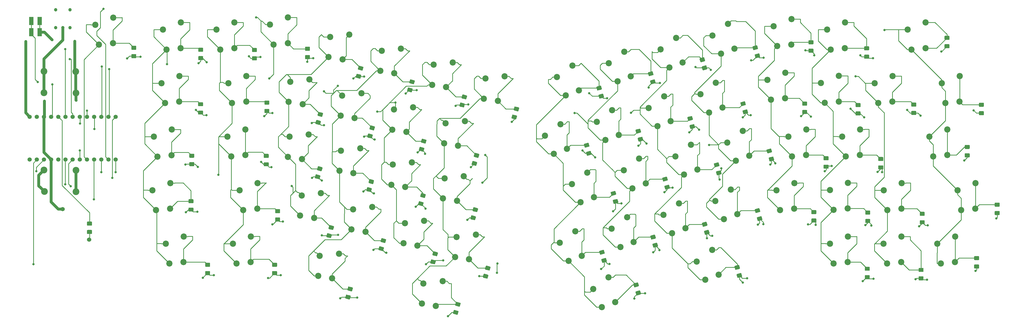
<source format=gbr>
G04 #@! TF.GenerationSoftware,KiCad,Pcbnew,(5.0.0-3-g5ebb6b6)*
G04 #@! TF.CreationDate,2019-09-26T15:54:15+09:00*
G04 #@! TF.ProjectId,dboard_alice15_ver.1,64626F6172645F616C69636531355F76,rev?*
G04 #@! TF.SameCoordinates,Original*
G04 #@! TF.FileFunction,Copper,L2,Bot,Signal*
G04 #@! TF.FilePolarity,Positive*
%FSLAX46Y46*%
G04 Gerber Fmt 4.6, Leading zero omitted, Abs format (unit mm)*
G04 Created by KiCad (PCBNEW (5.0.0-3-g5ebb6b6)) date 2019 September 26, Thursday 15:54:15*
%MOMM*%
%LPD*%
G01*
G04 APERTURE LIST*
G04 #@! TA.AperFunction,ComponentPad*
%ADD10C,2.200000*%
G04 #@! TD*
G04 #@! TA.AperFunction,ComponentPad*
%ADD11C,1.200000*%
G04 #@! TD*
G04 #@! TA.AperFunction,ComponentPad*
%ADD12C,1.500000*%
G04 #@! TD*
G04 #@! TA.AperFunction,ComponentPad*
%ADD13C,1.524000*%
G04 #@! TD*
G04 #@! TA.AperFunction,SMDPad,CuDef*
%ADD14R,1.500000X3.000000*%
G04 #@! TD*
G04 #@! TA.AperFunction,ComponentPad*
%ADD15C,2.400000*%
G04 #@! TD*
G04 #@! TA.AperFunction,Conductor*
%ADD16C,0.100000*%
G04 #@! TD*
G04 #@! TA.AperFunction,SMDPad,CuDef*
%ADD17C,1.425000*%
G04 #@! TD*
G04 #@! TA.AperFunction,ViaPad*
%ADD18C,0.800000*%
G04 #@! TD*
G04 #@! TA.AperFunction,ViaPad*
%ADD19C,1.000000*%
G04 #@! TD*
G04 #@! TA.AperFunction,Conductor*
%ADD20C,0.250000*%
G04 #@! TD*
G04 #@! TA.AperFunction,Conductor*
%ADD21C,1.000000*%
G04 #@! TD*
G04 APERTURE END LIST*
D10*
G04 #@! TO.P,SW44,2*
G04 #@! TO.N,Net-(D44-Pad2)*
X42590000Y87180000D03*
G04 #@! TO.P,SW44,1*
G04 #@! TO.N,col5*
X36240000Y84640000D03*
X37550000Y77600000D03*
G04 #@! TO.P,SW44,2*
G04 #@! TO.N,Net-(D44-Pad2)*
X42550000Y78100000D03*
G04 #@! TD*
G04 #@! TO.P,SW65,2*
G04 #@! TO.N,Net-(D65-Pad2)*
X291290000Y78090000D03*
G04 #@! TO.P,SW65,1*
G04 #@! TO.N,col7*
X286290000Y77590000D03*
X284980000Y84630000D03*
G04 #@! TO.P,SW65,2*
G04 #@! TO.N,Net-(D65-Pad2)*
X291330000Y87170000D03*
G04 #@! TD*
G04 #@! TO.P,SW63,2*
G04 #@! TO.N,Net-(D63-Pad2)*
X294050000Y40080000D03*
G04 #@! TO.P,SW63,1*
G04 #@! TO.N,col7*
X289050000Y39580000D03*
X287740000Y46620000D03*
G04 #@! TO.P,SW63,2*
G04 #@! TO.N,Net-(D63-Pad2)*
X294090000Y49160000D03*
G04 #@! TD*
D11*
G04 #@! TO.P,K?1,5*
G04 #@! TO.N,N/C*
X-19570000Y129670000D03*
G04 #@! TO.P,K?1,4*
X-24650000Y129670000D03*
G04 #@! TO.P,K?1,3*
X-19570000Y123320000D03*
G04 #@! TO.P,K?1,2*
G04 #@! TO.N,Net-(BC2-Pad2)*
X-22110000Y123320000D03*
G04 #@! TO.P,K?1,1*
G04 #@! TO.N,bat*
X-24650000Y123320000D03*
G04 #@! TD*
D12*
G04 #@! TO.P,U1,1*
G04 #@! TO.N,row4*
X-31330000Y76470000D03*
G04 #@! TO.P,U1,2*
G04 #@! TO.N,row5*
X-28790000Y76470000D03*
G04 #@! TO.P,U1,3*
G04 #@! TO.N,GND*
X-26250000Y76470000D03*
G04 #@! TO.P,U1,4*
X-23710000Y76470000D03*
G04 #@! TO.P,U1,5*
G04 #@! TO.N,row6*
X-21170000Y76470000D03*
G04 #@! TO.P,U1,6*
G04 #@! TO.N,row3*
X-18630000Y76470000D03*
G04 #@! TO.P,U1,7*
G04 #@! TO.N,row2*
X-16090000Y76470000D03*
G04 #@! TO.P,U1,8*
G04 #@! TO.N,col7*
X-13550000Y76470000D03*
G04 #@! TO.P,U1,9*
G04 #@! TO.N,col6*
X-11010000Y76470000D03*
G04 #@! TO.P,U1,10*
G04 #@! TO.N,col5*
X-8470000Y76470000D03*
G04 #@! TO.P,U1,11*
G04 #@! TO.N,col4*
X-5930000Y76470000D03*
G04 #@! TO.P,U1,12*
G04 #@! TO.N,col3*
X-3390000Y76470000D03*
G04 #@! TO.P,U1,13*
G04 #@! TO.N,col0*
X-3390000Y91690000D03*
G04 #@! TO.P,U1,14*
G04 #@! TO.N,col1*
X-5930000Y91690000D03*
G04 #@! TO.P,U1,15*
G04 #@! TO.N,col2*
X-8470000Y91690000D03*
G04 #@! TO.P,U1,16*
G04 #@! TO.N,row7*
X-11010000Y91690000D03*
G04 #@! TO.P,U1,17*
G04 #@! TO.N,row1*
X-13550000Y91690000D03*
G04 #@! TO.P,U1,18*
G04 #@! TO.N,row8*
X-16090000Y91690000D03*
G04 #@! TO.P,U1,19*
G04 #@! TO.N,row0*
X-18630000Y91690000D03*
G04 #@! TO.P,U1,20*
G04 #@! TO.N,row9*
X-21170000Y91690000D03*
G04 #@! TO.P,U1,21*
G04 #@! TO.N,VCC*
X-23710000Y91690000D03*
G04 #@! TO.P,U1,22*
G04 #@! TO.N,reset*
X-26250000Y91690000D03*
G04 #@! TO.P,U1,23*
G04 #@! TO.N,GND*
X-28790000Y91690000D03*
G04 #@! TO.P,U1,24*
G04 #@! TO.N,N/C*
X-31330000Y91690000D03*
G04 #@! TO.P,U1,25*
G04 #@! TO.N,GND*
X-33870000Y76470000D03*
G04 #@! TO.P,U1,26*
G04 #@! TO.N,bat*
X-33870000Y91690000D03*
G04 #@! TD*
D13*
G04 #@! TO.P,D68,2*
G04 #@! TO.N,Net-(D68-Pad2)*
X-12780000Y48050000D03*
G04 #@! TO.P,D68,1*
G04 #@! TO.N,GND*
X-22240000Y58940000D03*
G04 #@! TD*
D14*
G04 #@! TO.P,SW68,1*
G04 #@! TO.N,reset*
X-33300000Y125700000D03*
G04 #@! TO.P,SW68,2*
G04 #@! TO.N,GND*
X-30300000Y125700000D03*
G04 #@! TO.P,SW68,1*
G04 #@! TO.N,reset*
X-33300000Y121700000D03*
G04 #@! TO.P,SW68,2*
G04 #@! TO.N,GND*
X-30300000Y121700000D03*
G04 #@! TD*
D15*
G04 #@! TO.P,BC1,2*
G04 #@! TO.N,Net-(BC1-Pad2)*
X-17430000Y65110000D03*
X-17430000Y72730000D03*
G04 #@! TO.P,BC1,1*
G04 #@! TO.N,GND*
X-17430000Y100160000D03*
X-17580000Y107780000D03*
G04 #@! TD*
G04 #@! TO.P,BC2,2*
G04 #@! TO.N,Net-(BC2-Pad2)*
X-28820000Y107825000D03*
X-28820000Y100205000D03*
G04 #@! TO.P,BC2,1*
G04 #@! TO.N,Net-(BC1-Pad2)*
X-28820000Y72775000D03*
X-28670000Y65155000D03*
G04 #@! TD*
D16*
G04 #@! TO.N,Net-(D1-Pad2)*
G04 #@! TO.C,D1*
G36*
X138132351Y95347968D02*
X138156724Y95345164D01*
X138180705Y95339984D01*
X139388112Y95016460D01*
X139411470Y95008955D01*
X139433979Y94999197D01*
X139455424Y94987280D01*
X139475597Y94973317D01*
X139494305Y94957445D01*
X139511367Y94939815D01*
X139526619Y94920598D01*
X139539913Y94899979D01*
X139551123Y94878156D01*
X139560140Y94855339D01*
X139566876Y94831748D01*
X139571268Y94807610D01*
X139573273Y94783159D01*
X139572872Y94758628D01*
X139570068Y94734255D01*
X139564889Y94710274D01*
X139325482Y93816792D01*
X139317977Y93793435D01*
X139308218Y93770925D01*
X139296301Y93749480D01*
X139282338Y93729307D01*
X139266466Y93710599D01*
X139248837Y93693537D01*
X139229620Y93678285D01*
X139209000Y93664991D01*
X139187177Y93653781D01*
X139164360Y93644765D01*
X139140769Y93638028D01*
X139116632Y93633636D01*
X139092180Y93631631D01*
X139067649Y93632032D01*
X139043276Y93634836D01*
X139019295Y93640016D01*
X137811888Y93963540D01*
X137788530Y93971045D01*
X137766021Y93980803D01*
X137744576Y93992720D01*
X137724403Y94006683D01*
X137705695Y94022555D01*
X137688633Y94040185D01*
X137673381Y94059402D01*
X137660087Y94080021D01*
X137648877Y94101844D01*
X137639860Y94124661D01*
X137633124Y94148252D01*
X137628732Y94172390D01*
X137626727Y94196841D01*
X137627128Y94221372D01*
X137629932Y94245745D01*
X137635111Y94269726D01*
X137874518Y95163208D01*
X137882023Y95186565D01*
X137891782Y95209075D01*
X137903699Y95230520D01*
X137917662Y95250693D01*
X137933534Y95269401D01*
X137951163Y95286463D01*
X137970380Y95301715D01*
X137991000Y95315009D01*
X138012823Y95326219D01*
X138035640Y95335235D01*
X138059231Y95341972D01*
X138083368Y95346364D01*
X138107820Y95348369D01*
X138132351Y95347968D01*
X138132351Y95347968D01*
G37*
D17*
G04 #@! TD*
G04 #@! TO.P,D1,2*
G04 #@! TO.N,Net-(D1-Pad2)*
X138600000Y94490000D03*
D16*
G04 #@! TO.N,row0*
G04 #@! TO.C,D1*
G36*
X137362365Y92474338D02*
X137386738Y92471534D01*
X137410719Y92466354D01*
X138618126Y92142830D01*
X138641484Y92135325D01*
X138663993Y92125567D01*
X138685438Y92113650D01*
X138705611Y92099687D01*
X138724319Y92083815D01*
X138741381Y92066185D01*
X138756633Y92046968D01*
X138769927Y92026349D01*
X138781137Y92004526D01*
X138790154Y91981709D01*
X138796890Y91958118D01*
X138801282Y91933980D01*
X138803287Y91909529D01*
X138802886Y91884998D01*
X138800082Y91860625D01*
X138794903Y91836644D01*
X138555496Y90943162D01*
X138547991Y90919805D01*
X138538232Y90897295D01*
X138526315Y90875850D01*
X138512352Y90855677D01*
X138496480Y90836969D01*
X138478851Y90819907D01*
X138459634Y90804655D01*
X138439014Y90791361D01*
X138417191Y90780151D01*
X138394374Y90771135D01*
X138370783Y90764398D01*
X138346646Y90760006D01*
X138322194Y90758001D01*
X138297663Y90758402D01*
X138273290Y90761206D01*
X138249309Y90766386D01*
X137041902Y91089910D01*
X137018544Y91097415D01*
X136996035Y91107173D01*
X136974590Y91119090D01*
X136954417Y91133053D01*
X136935709Y91148925D01*
X136918647Y91166555D01*
X136903395Y91185772D01*
X136890101Y91206391D01*
X136878891Y91228214D01*
X136869874Y91251031D01*
X136863138Y91274622D01*
X136858746Y91298760D01*
X136856741Y91323211D01*
X136857142Y91347742D01*
X136859946Y91372115D01*
X136865125Y91396096D01*
X137104532Y92289578D01*
X137112037Y92312935D01*
X137121796Y92335445D01*
X137133713Y92356890D01*
X137147676Y92377063D01*
X137163548Y92395771D01*
X137181177Y92412833D01*
X137200394Y92428085D01*
X137221014Y92441379D01*
X137242837Y92452589D01*
X137265654Y92461605D01*
X137289245Y92468342D01*
X137313382Y92472734D01*
X137337834Y92474739D01*
X137362365Y92474338D01*
X137362365Y92474338D01*
G37*
D17*
G04 #@! TD*
G04 #@! TO.P,D1,1*
G04 #@! TO.N,row0*
X137830014Y91616370D03*
D16*
G04 #@! TO.N,Net-(D2-Pad2)*
G04 #@! TO.C,D2*
G36*
X123992351Y78847968D02*
X124016724Y78845164D01*
X124040705Y78839984D01*
X125248112Y78516460D01*
X125271470Y78508955D01*
X125293979Y78499197D01*
X125315424Y78487280D01*
X125335597Y78473317D01*
X125354305Y78457445D01*
X125371367Y78439815D01*
X125386619Y78420598D01*
X125399913Y78399979D01*
X125411123Y78378156D01*
X125420140Y78355339D01*
X125426876Y78331748D01*
X125431268Y78307610D01*
X125433273Y78283159D01*
X125432872Y78258628D01*
X125430068Y78234255D01*
X125424889Y78210274D01*
X125185482Y77316792D01*
X125177977Y77293435D01*
X125168218Y77270925D01*
X125156301Y77249480D01*
X125142338Y77229307D01*
X125126466Y77210599D01*
X125108837Y77193537D01*
X125089620Y77178285D01*
X125069000Y77164991D01*
X125047177Y77153781D01*
X125024360Y77144765D01*
X125000769Y77138028D01*
X124976632Y77133636D01*
X124952180Y77131631D01*
X124927649Y77132032D01*
X124903276Y77134836D01*
X124879295Y77140016D01*
X123671888Y77463540D01*
X123648530Y77471045D01*
X123626021Y77480803D01*
X123604576Y77492720D01*
X123584403Y77506683D01*
X123565695Y77522555D01*
X123548633Y77540185D01*
X123533381Y77559402D01*
X123520087Y77580021D01*
X123508877Y77601844D01*
X123499860Y77624661D01*
X123493124Y77648252D01*
X123488732Y77672390D01*
X123486727Y77696841D01*
X123487128Y77721372D01*
X123489932Y77745745D01*
X123495111Y77769726D01*
X123734518Y78663208D01*
X123742023Y78686565D01*
X123751782Y78709075D01*
X123763699Y78730520D01*
X123777662Y78750693D01*
X123793534Y78769401D01*
X123811163Y78786463D01*
X123830380Y78801715D01*
X123851000Y78815009D01*
X123872823Y78826219D01*
X123895640Y78835235D01*
X123919231Y78841972D01*
X123943368Y78846364D01*
X123967820Y78848369D01*
X123992351Y78847968D01*
X123992351Y78847968D01*
G37*
D17*
G04 #@! TD*
G04 #@! TO.P,D2,2*
G04 #@! TO.N,Net-(D2-Pad2)*
X124460000Y77990000D03*
D16*
G04 #@! TO.N,row1*
G04 #@! TO.C,D2*
G36*
X123222365Y75974338D02*
X123246738Y75971534D01*
X123270719Y75966354D01*
X124478126Y75642830D01*
X124501484Y75635325D01*
X124523993Y75625567D01*
X124545438Y75613650D01*
X124565611Y75599687D01*
X124584319Y75583815D01*
X124601381Y75566185D01*
X124616633Y75546968D01*
X124629927Y75526349D01*
X124641137Y75504526D01*
X124650154Y75481709D01*
X124656890Y75458118D01*
X124661282Y75433980D01*
X124663287Y75409529D01*
X124662886Y75384998D01*
X124660082Y75360625D01*
X124654903Y75336644D01*
X124415496Y74443162D01*
X124407991Y74419805D01*
X124398232Y74397295D01*
X124386315Y74375850D01*
X124372352Y74355677D01*
X124356480Y74336969D01*
X124338851Y74319907D01*
X124319634Y74304655D01*
X124299014Y74291361D01*
X124277191Y74280151D01*
X124254374Y74271135D01*
X124230783Y74264398D01*
X124206646Y74260006D01*
X124182194Y74258001D01*
X124157663Y74258402D01*
X124133290Y74261206D01*
X124109309Y74266386D01*
X122901902Y74589910D01*
X122878544Y74597415D01*
X122856035Y74607173D01*
X122834590Y74619090D01*
X122814417Y74633053D01*
X122795709Y74648925D01*
X122778647Y74666555D01*
X122763395Y74685772D01*
X122750101Y74706391D01*
X122738891Y74728214D01*
X122729874Y74751031D01*
X122723138Y74774622D01*
X122718746Y74798760D01*
X122716741Y74823211D01*
X122717142Y74847742D01*
X122719946Y74872115D01*
X122725125Y74896096D01*
X122964532Y75789578D01*
X122972037Y75812935D01*
X122981796Y75835445D01*
X122993713Y75856890D01*
X123007676Y75877063D01*
X123023548Y75895771D01*
X123041177Y75912833D01*
X123060394Y75928085D01*
X123081014Y75941379D01*
X123102837Y75952589D01*
X123125654Y75961605D01*
X123149245Y75968342D01*
X123173382Y75972734D01*
X123197834Y75974739D01*
X123222365Y75974338D01*
X123222365Y75974338D01*
G37*
D17*
G04 #@! TD*
G04 #@! TO.P,D2,1*
G04 #@! TO.N,row1*
X123690014Y75116370D03*
D16*
G04 #@! TO.N,Net-(D3-Pad2)*
G04 #@! TO.C,D3*
G36*
X123572351Y59557968D02*
X123596724Y59555164D01*
X123620705Y59549984D01*
X124828112Y59226460D01*
X124851470Y59218955D01*
X124873979Y59209197D01*
X124895424Y59197280D01*
X124915597Y59183317D01*
X124934305Y59167445D01*
X124951367Y59149815D01*
X124966619Y59130598D01*
X124979913Y59109979D01*
X124991123Y59088156D01*
X125000140Y59065339D01*
X125006876Y59041748D01*
X125011268Y59017610D01*
X125013273Y58993159D01*
X125012872Y58968628D01*
X125010068Y58944255D01*
X125004889Y58920274D01*
X124765482Y58026792D01*
X124757977Y58003435D01*
X124748218Y57980925D01*
X124736301Y57959480D01*
X124722338Y57939307D01*
X124706466Y57920599D01*
X124688837Y57903537D01*
X124669620Y57888285D01*
X124649000Y57874991D01*
X124627177Y57863781D01*
X124604360Y57854765D01*
X124580769Y57848028D01*
X124556632Y57843636D01*
X124532180Y57841631D01*
X124507649Y57842032D01*
X124483276Y57844836D01*
X124459295Y57850016D01*
X123251888Y58173540D01*
X123228530Y58181045D01*
X123206021Y58190803D01*
X123184576Y58202720D01*
X123164403Y58216683D01*
X123145695Y58232555D01*
X123128633Y58250185D01*
X123113381Y58269402D01*
X123100087Y58290021D01*
X123088877Y58311844D01*
X123079860Y58334661D01*
X123073124Y58358252D01*
X123068732Y58382390D01*
X123066727Y58406841D01*
X123067128Y58431372D01*
X123069932Y58455745D01*
X123075111Y58479726D01*
X123314518Y59373208D01*
X123322023Y59396565D01*
X123331782Y59419075D01*
X123343699Y59440520D01*
X123357662Y59460693D01*
X123373534Y59479401D01*
X123391163Y59496463D01*
X123410380Y59511715D01*
X123431000Y59525009D01*
X123452823Y59536219D01*
X123475640Y59545235D01*
X123499231Y59551972D01*
X123523368Y59556364D01*
X123547820Y59558369D01*
X123572351Y59557968D01*
X123572351Y59557968D01*
G37*
D17*
G04 #@! TD*
G04 #@! TO.P,D3,2*
G04 #@! TO.N,Net-(D3-Pad2)*
X124040000Y58700000D03*
D16*
G04 #@! TO.N,row2*
G04 #@! TO.C,D3*
G36*
X122802365Y56684338D02*
X122826738Y56681534D01*
X122850719Y56676354D01*
X124058126Y56352830D01*
X124081484Y56345325D01*
X124103993Y56335567D01*
X124125438Y56323650D01*
X124145611Y56309687D01*
X124164319Y56293815D01*
X124181381Y56276185D01*
X124196633Y56256968D01*
X124209927Y56236349D01*
X124221137Y56214526D01*
X124230154Y56191709D01*
X124236890Y56168118D01*
X124241282Y56143980D01*
X124243287Y56119529D01*
X124242886Y56094998D01*
X124240082Y56070625D01*
X124234903Y56046644D01*
X123995496Y55153162D01*
X123987991Y55129805D01*
X123978232Y55107295D01*
X123966315Y55085850D01*
X123952352Y55065677D01*
X123936480Y55046969D01*
X123918851Y55029907D01*
X123899634Y55014655D01*
X123879014Y55001361D01*
X123857191Y54990151D01*
X123834374Y54981135D01*
X123810783Y54974398D01*
X123786646Y54970006D01*
X123762194Y54968001D01*
X123737663Y54968402D01*
X123713290Y54971206D01*
X123689309Y54976386D01*
X122481902Y55299910D01*
X122458544Y55307415D01*
X122436035Y55317173D01*
X122414590Y55329090D01*
X122394417Y55343053D01*
X122375709Y55358925D01*
X122358647Y55376555D01*
X122343395Y55395772D01*
X122330101Y55416391D01*
X122318891Y55438214D01*
X122309874Y55461031D01*
X122303138Y55484622D01*
X122298746Y55508760D01*
X122296741Y55533211D01*
X122297142Y55557742D01*
X122299946Y55582115D01*
X122305125Y55606096D01*
X122544532Y56499578D01*
X122552037Y56522935D01*
X122561796Y56545445D01*
X122573713Y56566890D01*
X122587676Y56587063D01*
X122603548Y56605771D01*
X122621177Y56622833D01*
X122640394Y56638085D01*
X122661014Y56651379D01*
X122682837Y56662589D01*
X122705654Y56671605D01*
X122729245Y56678342D01*
X122753382Y56682734D01*
X122777834Y56684739D01*
X122802365Y56684338D01*
X122802365Y56684338D01*
G37*
D17*
G04 #@! TD*
G04 #@! TO.P,D3,1*
G04 #@! TO.N,row2*
X123270014Y55826370D03*
D16*
G04 #@! TO.N,Net-(D4-Pad2)*
G04 #@! TO.C,D4*
G36*
X127992351Y38807968D02*
X128016724Y38805164D01*
X128040705Y38799984D01*
X129248112Y38476460D01*
X129271470Y38468955D01*
X129293979Y38459197D01*
X129315424Y38447280D01*
X129335597Y38433317D01*
X129354305Y38417445D01*
X129371367Y38399815D01*
X129386619Y38380598D01*
X129399913Y38359979D01*
X129411123Y38338156D01*
X129420140Y38315339D01*
X129426876Y38291748D01*
X129431268Y38267610D01*
X129433273Y38243159D01*
X129432872Y38218628D01*
X129430068Y38194255D01*
X129424889Y38170274D01*
X129185482Y37276792D01*
X129177977Y37253435D01*
X129168218Y37230925D01*
X129156301Y37209480D01*
X129142338Y37189307D01*
X129126466Y37170599D01*
X129108837Y37153537D01*
X129089620Y37138285D01*
X129069000Y37124991D01*
X129047177Y37113781D01*
X129024360Y37104765D01*
X129000769Y37098028D01*
X128976632Y37093636D01*
X128952180Y37091631D01*
X128927649Y37092032D01*
X128903276Y37094836D01*
X128879295Y37100016D01*
X127671888Y37423540D01*
X127648530Y37431045D01*
X127626021Y37440803D01*
X127604576Y37452720D01*
X127584403Y37466683D01*
X127565695Y37482555D01*
X127548633Y37500185D01*
X127533381Y37519402D01*
X127520087Y37540021D01*
X127508877Y37561844D01*
X127499860Y37584661D01*
X127493124Y37608252D01*
X127488732Y37632390D01*
X127486727Y37656841D01*
X127487128Y37681372D01*
X127489932Y37705745D01*
X127495111Y37729726D01*
X127734518Y38623208D01*
X127742023Y38646565D01*
X127751782Y38669075D01*
X127763699Y38690520D01*
X127777662Y38710693D01*
X127793534Y38729401D01*
X127811163Y38746463D01*
X127830380Y38761715D01*
X127851000Y38775009D01*
X127872823Y38786219D01*
X127895640Y38795235D01*
X127919231Y38801972D01*
X127943368Y38806364D01*
X127967820Y38808369D01*
X127992351Y38807968D01*
X127992351Y38807968D01*
G37*
D17*
G04 #@! TD*
G04 #@! TO.P,D4,2*
G04 #@! TO.N,Net-(D4-Pad2)*
X128460000Y37950000D03*
D16*
G04 #@! TO.N,row3*
G04 #@! TO.C,D4*
G36*
X127222365Y35934338D02*
X127246738Y35931534D01*
X127270719Y35926354D01*
X128478126Y35602830D01*
X128501484Y35595325D01*
X128523993Y35585567D01*
X128545438Y35573650D01*
X128565611Y35559687D01*
X128584319Y35543815D01*
X128601381Y35526185D01*
X128616633Y35506968D01*
X128629927Y35486349D01*
X128641137Y35464526D01*
X128650154Y35441709D01*
X128656890Y35418118D01*
X128661282Y35393980D01*
X128663287Y35369529D01*
X128662886Y35344998D01*
X128660082Y35320625D01*
X128654903Y35296644D01*
X128415496Y34403162D01*
X128407991Y34379805D01*
X128398232Y34357295D01*
X128386315Y34335850D01*
X128372352Y34315677D01*
X128356480Y34296969D01*
X128338851Y34279907D01*
X128319634Y34264655D01*
X128299014Y34251361D01*
X128277191Y34240151D01*
X128254374Y34231135D01*
X128230783Y34224398D01*
X128206646Y34220006D01*
X128182194Y34218001D01*
X128157663Y34218402D01*
X128133290Y34221206D01*
X128109309Y34226386D01*
X126901902Y34549910D01*
X126878544Y34557415D01*
X126856035Y34567173D01*
X126834590Y34579090D01*
X126814417Y34593053D01*
X126795709Y34608925D01*
X126778647Y34626555D01*
X126763395Y34645772D01*
X126750101Y34666391D01*
X126738891Y34688214D01*
X126729874Y34711031D01*
X126723138Y34734622D01*
X126718746Y34758760D01*
X126716741Y34783211D01*
X126717142Y34807742D01*
X126719946Y34832115D01*
X126725125Y34856096D01*
X126964532Y35749578D01*
X126972037Y35772935D01*
X126981796Y35795445D01*
X126993713Y35816890D01*
X127007676Y35837063D01*
X127023548Y35855771D01*
X127041177Y35872833D01*
X127060394Y35888085D01*
X127081014Y35901379D01*
X127102837Y35912589D01*
X127125654Y35921605D01*
X127149245Y35928342D01*
X127173382Y35932734D01*
X127197834Y35934739D01*
X127222365Y35934338D01*
X127222365Y35934338D01*
G37*
D17*
G04 #@! TD*
G04 #@! TO.P,D4,1*
G04 #@! TO.N,row3*
X127690014Y35076370D03*
D16*
G04 #@! TO.N,Net-(D5-Pad2)*
G04 #@! TO.C,D5*
G36*
X117392351Y25987968D02*
X117416724Y25985164D01*
X117440705Y25979984D01*
X118648112Y25656460D01*
X118671470Y25648955D01*
X118693979Y25639197D01*
X118715424Y25627280D01*
X118735597Y25613317D01*
X118754305Y25597445D01*
X118771367Y25579815D01*
X118786619Y25560598D01*
X118799913Y25539979D01*
X118811123Y25518156D01*
X118820140Y25495339D01*
X118826876Y25471748D01*
X118831268Y25447610D01*
X118833273Y25423159D01*
X118832872Y25398628D01*
X118830068Y25374255D01*
X118824889Y25350274D01*
X118585482Y24456792D01*
X118577977Y24433435D01*
X118568218Y24410925D01*
X118556301Y24389480D01*
X118542338Y24369307D01*
X118526466Y24350599D01*
X118508837Y24333537D01*
X118489620Y24318285D01*
X118469000Y24304991D01*
X118447177Y24293781D01*
X118424360Y24284765D01*
X118400769Y24278028D01*
X118376632Y24273636D01*
X118352180Y24271631D01*
X118327649Y24272032D01*
X118303276Y24274836D01*
X118279295Y24280016D01*
X117071888Y24603540D01*
X117048530Y24611045D01*
X117026021Y24620803D01*
X117004576Y24632720D01*
X116984403Y24646683D01*
X116965695Y24662555D01*
X116948633Y24680185D01*
X116933381Y24699402D01*
X116920087Y24720021D01*
X116908877Y24741844D01*
X116899860Y24764661D01*
X116893124Y24788252D01*
X116888732Y24812390D01*
X116886727Y24836841D01*
X116887128Y24861372D01*
X116889932Y24885745D01*
X116895111Y24909726D01*
X117134518Y25803208D01*
X117142023Y25826565D01*
X117151782Y25849075D01*
X117163699Y25870520D01*
X117177662Y25890693D01*
X117193534Y25909401D01*
X117211163Y25926463D01*
X117230380Y25941715D01*
X117251000Y25955009D01*
X117272823Y25966219D01*
X117295640Y25975235D01*
X117319231Y25981972D01*
X117343368Y25986364D01*
X117367820Y25988369D01*
X117392351Y25987968D01*
X117392351Y25987968D01*
G37*
D17*
G04 #@! TD*
G04 #@! TO.P,D5,2*
G04 #@! TO.N,Net-(D5-Pad2)*
X117860000Y25130000D03*
D16*
G04 #@! TO.N,row4*
G04 #@! TO.C,D5*
G36*
X116622365Y23114338D02*
X116646738Y23111534D01*
X116670719Y23106354D01*
X117878126Y22782830D01*
X117901484Y22775325D01*
X117923993Y22765567D01*
X117945438Y22753650D01*
X117965611Y22739687D01*
X117984319Y22723815D01*
X118001381Y22706185D01*
X118016633Y22686968D01*
X118029927Y22666349D01*
X118041137Y22644526D01*
X118050154Y22621709D01*
X118056890Y22598118D01*
X118061282Y22573980D01*
X118063287Y22549529D01*
X118062886Y22524998D01*
X118060082Y22500625D01*
X118054903Y22476644D01*
X117815496Y21583162D01*
X117807991Y21559805D01*
X117798232Y21537295D01*
X117786315Y21515850D01*
X117772352Y21495677D01*
X117756480Y21476969D01*
X117738851Y21459907D01*
X117719634Y21444655D01*
X117699014Y21431361D01*
X117677191Y21420151D01*
X117654374Y21411135D01*
X117630783Y21404398D01*
X117606646Y21400006D01*
X117582194Y21398001D01*
X117557663Y21398402D01*
X117533290Y21401206D01*
X117509309Y21406386D01*
X116301902Y21729910D01*
X116278544Y21737415D01*
X116256035Y21747173D01*
X116234590Y21759090D01*
X116214417Y21773053D01*
X116195709Y21788925D01*
X116178647Y21806555D01*
X116163395Y21825772D01*
X116150101Y21846391D01*
X116138891Y21868214D01*
X116129874Y21891031D01*
X116123138Y21914622D01*
X116118746Y21938760D01*
X116116741Y21963211D01*
X116117142Y21987742D01*
X116119946Y22012115D01*
X116125125Y22036096D01*
X116364532Y22929578D01*
X116372037Y22952935D01*
X116381796Y22975445D01*
X116393713Y22996890D01*
X116407676Y23017063D01*
X116423548Y23035771D01*
X116441177Y23052833D01*
X116460394Y23068085D01*
X116481014Y23081379D01*
X116502837Y23092589D01*
X116525654Y23101605D01*
X116549245Y23108342D01*
X116573382Y23112734D01*
X116597834Y23114739D01*
X116622365Y23114338D01*
X116622365Y23114338D01*
G37*
D17*
G04 #@! TD*
G04 #@! TO.P,D5,1*
G04 #@! TO.N,row4*
X117090014Y22256370D03*
D16*
G04 #@! TO.N,Net-(D6-Pad2)*
G04 #@! TO.C,D6*
G36*
X181526631Y32866364D02*
X181550769Y32861972D01*
X181574360Y32855236D01*
X181597177Y32846219D01*
X181619000Y32835009D01*
X181639619Y32821715D01*
X181658836Y32806463D01*
X181676466Y32789401D01*
X181692338Y32770693D01*
X181706301Y32750520D01*
X181718218Y32729075D01*
X181727976Y32706566D01*
X181735482Y32683208D01*
X181974889Y31789726D01*
X181980068Y31765745D01*
X181982872Y31741372D01*
X181983273Y31716841D01*
X181981268Y31692389D01*
X181976876Y31668252D01*
X181970139Y31644661D01*
X181961123Y31621844D01*
X181949913Y31600021D01*
X181936619Y31579401D01*
X181921367Y31560184D01*
X181904305Y31542555D01*
X181885597Y31526683D01*
X181865424Y31512720D01*
X181843979Y31500803D01*
X181821469Y31491044D01*
X181798112Y31483540D01*
X180590705Y31160016D01*
X180566724Y31154836D01*
X180542351Y31152032D01*
X180517820Y31151631D01*
X180493369Y31153636D01*
X180469231Y31158028D01*
X180445640Y31164764D01*
X180422823Y31173781D01*
X180401000Y31184991D01*
X180380381Y31198285D01*
X180361164Y31213537D01*
X180343534Y31230599D01*
X180327662Y31249307D01*
X180313699Y31269480D01*
X180301782Y31290925D01*
X180292024Y31313434D01*
X180284518Y31336792D01*
X180045111Y32230274D01*
X180039932Y32254255D01*
X180037128Y32278628D01*
X180036727Y32303159D01*
X180038732Y32327611D01*
X180043124Y32351748D01*
X180049861Y32375339D01*
X180058877Y32398156D01*
X180070087Y32419979D01*
X180083381Y32440599D01*
X180098633Y32459816D01*
X180115695Y32477445D01*
X180134403Y32493317D01*
X180154576Y32507280D01*
X180176021Y32519197D01*
X180198531Y32528956D01*
X180221888Y32536460D01*
X181429295Y32859984D01*
X181453276Y32865164D01*
X181477649Y32867968D01*
X181502180Y32868369D01*
X181526631Y32866364D01*
X181526631Y32866364D01*
G37*
D17*
G04 #@! TD*
G04 #@! TO.P,D6,2*
G04 #@! TO.N,Net-(D6-Pad2)*
X181010000Y32010000D03*
D16*
G04 #@! TO.N,row5*
G04 #@! TO.C,D6*
G36*
X182296617Y29992734D02*
X182320755Y29988342D01*
X182344346Y29981606D01*
X182367163Y29972589D01*
X182388986Y29961379D01*
X182409605Y29948085D01*
X182428822Y29932833D01*
X182446452Y29915771D01*
X182462324Y29897063D01*
X182476287Y29876890D01*
X182488204Y29855445D01*
X182497962Y29832936D01*
X182505468Y29809578D01*
X182744875Y28916096D01*
X182750054Y28892115D01*
X182752858Y28867742D01*
X182753259Y28843211D01*
X182751254Y28818759D01*
X182746862Y28794622D01*
X182740125Y28771031D01*
X182731109Y28748214D01*
X182719899Y28726391D01*
X182706605Y28705771D01*
X182691353Y28686554D01*
X182674291Y28668925D01*
X182655583Y28653053D01*
X182635410Y28639090D01*
X182613965Y28627173D01*
X182591455Y28617414D01*
X182568098Y28609910D01*
X181360691Y28286386D01*
X181336710Y28281206D01*
X181312337Y28278402D01*
X181287806Y28278001D01*
X181263355Y28280006D01*
X181239217Y28284398D01*
X181215626Y28291134D01*
X181192809Y28300151D01*
X181170986Y28311361D01*
X181150367Y28324655D01*
X181131150Y28339907D01*
X181113520Y28356969D01*
X181097648Y28375677D01*
X181083685Y28395850D01*
X181071768Y28417295D01*
X181062010Y28439804D01*
X181054504Y28463162D01*
X180815097Y29356644D01*
X180809918Y29380625D01*
X180807114Y29404998D01*
X180806713Y29429529D01*
X180808718Y29453981D01*
X180813110Y29478118D01*
X180819847Y29501709D01*
X180828863Y29524526D01*
X180840073Y29546349D01*
X180853367Y29566969D01*
X180868619Y29586186D01*
X180885681Y29603815D01*
X180904389Y29619687D01*
X180924562Y29633650D01*
X180946007Y29645567D01*
X180968517Y29655326D01*
X180991874Y29662830D01*
X182199281Y29986354D01*
X182223262Y29991534D01*
X182247635Y29994338D01*
X182272166Y29994739D01*
X182296617Y29992734D01*
X182296617Y29992734D01*
G37*
D17*
G04 #@! TD*
G04 #@! TO.P,D6,1*
G04 #@! TO.N,row5*
X181779986Y29136370D03*
D16*
G04 #@! TO.N,Net-(D7-Pad2)*
G04 #@! TO.C,D7*
G36*
X169436631Y44416364D02*
X169460769Y44411972D01*
X169484360Y44405236D01*
X169507177Y44396219D01*
X169529000Y44385009D01*
X169549619Y44371715D01*
X169568836Y44356463D01*
X169586466Y44339401D01*
X169602338Y44320693D01*
X169616301Y44300520D01*
X169628218Y44279075D01*
X169637976Y44256566D01*
X169645482Y44233208D01*
X169884889Y43339726D01*
X169890068Y43315745D01*
X169892872Y43291372D01*
X169893273Y43266841D01*
X169891268Y43242389D01*
X169886876Y43218252D01*
X169880139Y43194661D01*
X169871123Y43171844D01*
X169859913Y43150021D01*
X169846619Y43129401D01*
X169831367Y43110184D01*
X169814305Y43092555D01*
X169795597Y43076683D01*
X169775424Y43062720D01*
X169753979Y43050803D01*
X169731469Y43041044D01*
X169708112Y43033540D01*
X168500705Y42710016D01*
X168476724Y42704836D01*
X168452351Y42702032D01*
X168427820Y42701631D01*
X168403369Y42703636D01*
X168379231Y42708028D01*
X168355640Y42714764D01*
X168332823Y42723781D01*
X168311000Y42734991D01*
X168290381Y42748285D01*
X168271164Y42763537D01*
X168253534Y42780599D01*
X168237662Y42799307D01*
X168223699Y42819480D01*
X168211782Y42840925D01*
X168202024Y42863434D01*
X168194518Y42886792D01*
X167955111Y43780274D01*
X167949932Y43804255D01*
X167947128Y43828628D01*
X167946727Y43853159D01*
X167948732Y43877611D01*
X167953124Y43901748D01*
X167959861Y43925339D01*
X167968877Y43948156D01*
X167980087Y43969979D01*
X167993381Y43990599D01*
X168008633Y44009816D01*
X168025695Y44027445D01*
X168044403Y44043317D01*
X168064576Y44057280D01*
X168086021Y44069197D01*
X168108531Y44078956D01*
X168131888Y44086460D01*
X169339295Y44409984D01*
X169363276Y44415164D01*
X169387649Y44417968D01*
X169412180Y44418369D01*
X169436631Y44416364D01*
X169436631Y44416364D01*
G37*
D17*
G04 #@! TD*
G04 #@! TO.P,D7,2*
G04 #@! TO.N,Net-(D7-Pad2)*
X168920000Y43560000D03*
D16*
G04 #@! TO.N,row6*
G04 #@! TO.C,D7*
G36*
X170206617Y41542734D02*
X170230755Y41538342D01*
X170254346Y41531606D01*
X170277163Y41522589D01*
X170298986Y41511379D01*
X170319605Y41498085D01*
X170338822Y41482833D01*
X170356452Y41465771D01*
X170372324Y41447063D01*
X170386287Y41426890D01*
X170398204Y41405445D01*
X170407962Y41382936D01*
X170415468Y41359578D01*
X170654875Y40466096D01*
X170660054Y40442115D01*
X170662858Y40417742D01*
X170663259Y40393211D01*
X170661254Y40368759D01*
X170656862Y40344622D01*
X170650125Y40321031D01*
X170641109Y40298214D01*
X170629899Y40276391D01*
X170616605Y40255771D01*
X170601353Y40236554D01*
X170584291Y40218925D01*
X170565583Y40203053D01*
X170545410Y40189090D01*
X170523965Y40177173D01*
X170501455Y40167414D01*
X170478098Y40159910D01*
X169270691Y39836386D01*
X169246710Y39831206D01*
X169222337Y39828402D01*
X169197806Y39828001D01*
X169173355Y39830006D01*
X169149217Y39834398D01*
X169125626Y39841134D01*
X169102809Y39850151D01*
X169080986Y39861361D01*
X169060367Y39874655D01*
X169041150Y39889907D01*
X169023520Y39906969D01*
X169007648Y39925677D01*
X168993685Y39945850D01*
X168981768Y39967295D01*
X168972010Y39989804D01*
X168964504Y40013162D01*
X168725097Y40906644D01*
X168719918Y40930625D01*
X168717114Y40954998D01*
X168716713Y40979529D01*
X168718718Y41003981D01*
X168723110Y41028118D01*
X168729847Y41051709D01*
X168738863Y41074526D01*
X168750073Y41096349D01*
X168763367Y41116969D01*
X168778619Y41136186D01*
X168795681Y41153815D01*
X168814389Y41169687D01*
X168834562Y41183650D01*
X168856007Y41195567D01*
X168878517Y41205326D01*
X168901874Y41212830D01*
X170109281Y41536354D01*
X170133262Y41541534D01*
X170157635Y41544338D01*
X170182166Y41544739D01*
X170206617Y41542734D01*
X170206617Y41542734D01*
G37*
D17*
G04 #@! TD*
G04 #@! TO.P,D7,1*
G04 #@! TO.N,row6*
X169689986Y40686370D03*
D16*
G04 #@! TO.N,Net-(D8-Pad2)*
G04 #@! TO.C,D8*
G36*
X173476631Y65366364D02*
X173500769Y65361972D01*
X173524360Y65355236D01*
X173547177Y65346219D01*
X173569000Y65335009D01*
X173589619Y65321715D01*
X173608836Y65306463D01*
X173626466Y65289401D01*
X173642338Y65270693D01*
X173656301Y65250520D01*
X173668218Y65229075D01*
X173677976Y65206566D01*
X173685482Y65183208D01*
X173924889Y64289726D01*
X173930068Y64265745D01*
X173932872Y64241372D01*
X173933273Y64216841D01*
X173931268Y64192389D01*
X173926876Y64168252D01*
X173920139Y64144661D01*
X173911123Y64121844D01*
X173899913Y64100021D01*
X173886619Y64079401D01*
X173871367Y64060184D01*
X173854305Y64042555D01*
X173835597Y64026683D01*
X173815424Y64012720D01*
X173793979Y64000803D01*
X173771469Y63991044D01*
X173748112Y63983540D01*
X172540705Y63660016D01*
X172516724Y63654836D01*
X172492351Y63652032D01*
X172467820Y63651631D01*
X172443369Y63653636D01*
X172419231Y63658028D01*
X172395640Y63664764D01*
X172372823Y63673781D01*
X172351000Y63684991D01*
X172330381Y63698285D01*
X172311164Y63713537D01*
X172293534Y63730599D01*
X172277662Y63749307D01*
X172263699Y63769480D01*
X172251782Y63790925D01*
X172242024Y63813434D01*
X172234518Y63836792D01*
X171995111Y64730274D01*
X171989932Y64754255D01*
X171987128Y64778628D01*
X171986727Y64803159D01*
X171988732Y64827611D01*
X171993124Y64851748D01*
X171999861Y64875339D01*
X172008877Y64898156D01*
X172020087Y64919979D01*
X172033381Y64940599D01*
X172048633Y64959816D01*
X172065695Y64977445D01*
X172084403Y64993317D01*
X172104576Y65007280D01*
X172126021Y65019197D01*
X172148531Y65028956D01*
X172171888Y65036460D01*
X173379295Y65359984D01*
X173403276Y65365164D01*
X173427649Y65367968D01*
X173452180Y65368369D01*
X173476631Y65366364D01*
X173476631Y65366364D01*
G37*
D17*
G04 #@! TD*
G04 #@! TO.P,D8,2*
G04 #@! TO.N,Net-(D8-Pad2)*
X172960000Y64510000D03*
D16*
G04 #@! TO.N,row7*
G04 #@! TO.C,D8*
G36*
X174246617Y62492734D02*
X174270755Y62488342D01*
X174294346Y62481606D01*
X174317163Y62472589D01*
X174338986Y62461379D01*
X174359605Y62448085D01*
X174378822Y62432833D01*
X174396452Y62415771D01*
X174412324Y62397063D01*
X174426287Y62376890D01*
X174438204Y62355445D01*
X174447962Y62332936D01*
X174455468Y62309578D01*
X174694875Y61416096D01*
X174700054Y61392115D01*
X174702858Y61367742D01*
X174703259Y61343211D01*
X174701254Y61318759D01*
X174696862Y61294622D01*
X174690125Y61271031D01*
X174681109Y61248214D01*
X174669899Y61226391D01*
X174656605Y61205771D01*
X174641353Y61186554D01*
X174624291Y61168925D01*
X174605583Y61153053D01*
X174585410Y61139090D01*
X174563965Y61127173D01*
X174541455Y61117414D01*
X174518098Y61109910D01*
X173310691Y60786386D01*
X173286710Y60781206D01*
X173262337Y60778402D01*
X173237806Y60778001D01*
X173213355Y60780006D01*
X173189217Y60784398D01*
X173165626Y60791134D01*
X173142809Y60800151D01*
X173120986Y60811361D01*
X173100367Y60824655D01*
X173081150Y60839907D01*
X173063520Y60856969D01*
X173047648Y60875677D01*
X173033685Y60895850D01*
X173021768Y60917295D01*
X173012010Y60939804D01*
X173004504Y60963162D01*
X172765097Y61856644D01*
X172759918Y61880625D01*
X172757114Y61904998D01*
X172756713Y61929529D01*
X172758718Y61953981D01*
X172763110Y61978118D01*
X172769847Y62001709D01*
X172778863Y62024526D01*
X172790073Y62046349D01*
X172803367Y62066969D01*
X172818619Y62086186D01*
X172835681Y62103815D01*
X172854389Y62119687D01*
X172874562Y62133650D01*
X172896007Y62145567D01*
X172918517Y62155326D01*
X172941874Y62162830D01*
X174149281Y62486354D01*
X174173262Y62491534D01*
X174197635Y62494338D01*
X174222166Y62494739D01*
X174246617Y62492734D01*
X174246617Y62492734D01*
G37*
D17*
G04 #@! TD*
G04 #@! TO.P,D8,1*
G04 #@! TO.N,row7*
X173729986Y61636370D03*
D16*
G04 #@! TO.N,Net-(D9-Pad2)*
G04 #@! TO.C,D9*
G36*
X164016631Y82426364D02*
X164040769Y82421972D01*
X164064360Y82415236D01*
X164087177Y82406219D01*
X164109000Y82395009D01*
X164129619Y82381715D01*
X164148836Y82366463D01*
X164166466Y82349401D01*
X164182338Y82330693D01*
X164196301Y82310520D01*
X164208218Y82289075D01*
X164217976Y82266566D01*
X164225482Y82243208D01*
X164464889Y81349726D01*
X164470068Y81325745D01*
X164472872Y81301372D01*
X164473273Y81276841D01*
X164471268Y81252389D01*
X164466876Y81228252D01*
X164460139Y81204661D01*
X164451123Y81181844D01*
X164439913Y81160021D01*
X164426619Y81139401D01*
X164411367Y81120184D01*
X164394305Y81102555D01*
X164375597Y81086683D01*
X164355424Y81072720D01*
X164333979Y81060803D01*
X164311469Y81051044D01*
X164288112Y81043540D01*
X163080705Y80720016D01*
X163056724Y80714836D01*
X163032351Y80712032D01*
X163007820Y80711631D01*
X162983369Y80713636D01*
X162959231Y80718028D01*
X162935640Y80724764D01*
X162912823Y80733781D01*
X162891000Y80744991D01*
X162870381Y80758285D01*
X162851164Y80773537D01*
X162833534Y80790599D01*
X162817662Y80809307D01*
X162803699Y80829480D01*
X162791782Y80850925D01*
X162782024Y80873434D01*
X162774518Y80896792D01*
X162535111Y81790274D01*
X162529932Y81814255D01*
X162527128Y81838628D01*
X162526727Y81863159D01*
X162528732Y81887611D01*
X162533124Y81911748D01*
X162539861Y81935339D01*
X162548877Y81958156D01*
X162560087Y81979979D01*
X162573381Y82000599D01*
X162588633Y82019816D01*
X162605695Y82037445D01*
X162624403Y82053317D01*
X162644576Y82067280D01*
X162666021Y82079197D01*
X162688531Y82088956D01*
X162711888Y82096460D01*
X163919295Y82419984D01*
X163943276Y82425164D01*
X163967649Y82427968D01*
X163992180Y82428369D01*
X164016631Y82426364D01*
X164016631Y82426364D01*
G37*
D17*
G04 #@! TD*
G04 #@! TO.P,D9,2*
G04 #@! TO.N,Net-(D9-Pad2)*
X163500000Y81570000D03*
D16*
G04 #@! TO.N,row8*
G04 #@! TO.C,D9*
G36*
X164786617Y79552734D02*
X164810755Y79548342D01*
X164834346Y79541606D01*
X164857163Y79532589D01*
X164878986Y79521379D01*
X164899605Y79508085D01*
X164918822Y79492833D01*
X164936452Y79475771D01*
X164952324Y79457063D01*
X164966287Y79436890D01*
X164978204Y79415445D01*
X164987962Y79392936D01*
X164995468Y79369578D01*
X165234875Y78476096D01*
X165240054Y78452115D01*
X165242858Y78427742D01*
X165243259Y78403211D01*
X165241254Y78378759D01*
X165236862Y78354622D01*
X165230125Y78331031D01*
X165221109Y78308214D01*
X165209899Y78286391D01*
X165196605Y78265771D01*
X165181353Y78246554D01*
X165164291Y78228925D01*
X165145583Y78213053D01*
X165125410Y78199090D01*
X165103965Y78187173D01*
X165081455Y78177414D01*
X165058098Y78169910D01*
X163850691Y77846386D01*
X163826710Y77841206D01*
X163802337Y77838402D01*
X163777806Y77838001D01*
X163753355Y77840006D01*
X163729217Y77844398D01*
X163705626Y77851134D01*
X163682809Y77860151D01*
X163660986Y77871361D01*
X163640367Y77884655D01*
X163621150Y77899907D01*
X163603520Y77916969D01*
X163587648Y77935677D01*
X163573685Y77955850D01*
X163561768Y77977295D01*
X163552010Y77999804D01*
X163544504Y78023162D01*
X163305097Y78916644D01*
X163299918Y78940625D01*
X163297114Y78964998D01*
X163296713Y78989529D01*
X163298718Y79013981D01*
X163303110Y79038118D01*
X163309847Y79061709D01*
X163318863Y79084526D01*
X163330073Y79106349D01*
X163343367Y79126969D01*
X163358619Y79146186D01*
X163375681Y79163815D01*
X163394389Y79179687D01*
X163414562Y79193650D01*
X163436007Y79205567D01*
X163458517Y79215326D01*
X163481874Y79222830D01*
X164689281Y79546354D01*
X164713262Y79551534D01*
X164737635Y79554338D01*
X164762166Y79554739D01*
X164786617Y79552734D01*
X164786617Y79552734D01*
G37*
D17*
G04 #@! TD*
G04 #@! TO.P,D9,1*
G04 #@! TO.N,row8*
X164269986Y78696370D03*
D16*
G04 #@! TO.N,Net-(D10-Pad2)*
G04 #@! TO.C,D10*
G36*
X168421638Y102733179D02*
X168445776Y102728787D01*
X168469367Y102722051D01*
X168492184Y102713034D01*
X168514007Y102701824D01*
X168534626Y102688530D01*
X168553843Y102673278D01*
X168571473Y102656216D01*
X168587345Y102637508D01*
X168601308Y102617335D01*
X168613225Y102595890D01*
X168622983Y102573381D01*
X168630489Y102550023D01*
X168869896Y101656541D01*
X168875075Y101632560D01*
X168877879Y101608187D01*
X168878280Y101583656D01*
X168876275Y101559204D01*
X168871883Y101535067D01*
X168865146Y101511476D01*
X168856130Y101488659D01*
X168844920Y101466836D01*
X168831626Y101446216D01*
X168816374Y101426999D01*
X168799312Y101409370D01*
X168780604Y101393498D01*
X168760431Y101379535D01*
X168738986Y101367618D01*
X168716476Y101357859D01*
X168693119Y101350355D01*
X167485712Y101026831D01*
X167461731Y101021651D01*
X167437358Y101018847D01*
X167412827Y101018446D01*
X167388376Y101020451D01*
X167364238Y101024843D01*
X167340647Y101031579D01*
X167317830Y101040596D01*
X167296007Y101051806D01*
X167275388Y101065100D01*
X167256171Y101080352D01*
X167238541Y101097414D01*
X167222669Y101116122D01*
X167208706Y101136295D01*
X167196789Y101157740D01*
X167187031Y101180249D01*
X167179525Y101203607D01*
X166940118Y102097089D01*
X166934939Y102121070D01*
X166932135Y102145443D01*
X166931734Y102169974D01*
X166933739Y102194426D01*
X166938131Y102218563D01*
X166944868Y102242154D01*
X166953884Y102264971D01*
X166965094Y102286794D01*
X166978388Y102307414D01*
X166993640Y102326631D01*
X167010702Y102344260D01*
X167029410Y102360132D01*
X167049583Y102374095D01*
X167071028Y102386012D01*
X167093538Y102395771D01*
X167116895Y102403275D01*
X168324302Y102726799D01*
X168348283Y102731979D01*
X168372656Y102734783D01*
X168397187Y102735184D01*
X168421638Y102733179D01*
X168421638Y102733179D01*
G37*
D17*
G04 #@! TD*
G04 #@! TO.P,D10,2*
G04 #@! TO.N,Net-(D10-Pad2)*
X167905007Y101876815D03*
D16*
G04 #@! TO.N,row9*
G04 #@! TO.C,D10*
G36*
X169191624Y99859549D02*
X169215762Y99855157D01*
X169239353Y99848421D01*
X169262170Y99839404D01*
X169283993Y99828194D01*
X169304612Y99814900D01*
X169323829Y99799648D01*
X169341459Y99782586D01*
X169357331Y99763878D01*
X169371294Y99743705D01*
X169383211Y99722260D01*
X169392969Y99699751D01*
X169400475Y99676393D01*
X169639882Y98782911D01*
X169645061Y98758930D01*
X169647865Y98734557D01*
X169648266Y98710026D01*
X169646261Y98685574D01*
X169641869Y98661437D01*
X169635132Y98637846D01*
X169626116Y98615029D01*
X169614906Y98593206D01*
X169601612Y98572586D01*
X169586360Y98553369D01*
X169569298Y98535740D01*
X169550590Y98519868D01*
X169530417Y98505905D01*
X169508972Y98493988D01*
X169486462Y98484229D01*
X169463105Y98476725D01*
X168255698Y98153201D01*
X168231717Y98148021D01*
X168207344Y98145217D01*
X168182813Y98144816D01*
X168158362Y98146821D01*
X168134224Y98151213D01*
X168110633Y98157949D01*
X168087816Y98166966D01*
X168065993Y98178176D01*
X168045374Y98191470D01*
X168026157Y98206722D01*
X168008527Y98223784D01*
X167992655Y98242492D01*
X167978692Y98262665D01*
X167966775Y98284110D01*
X167957017Y98306619D01*
X167949511Y98329977D01*
X167710104Y99223459D01*
X167704925Y99247440D01*
X167702121Y99271813D01*
X167701720Y99296344D01*
X167703725Y99320796D01*
X167708117Y99344933D01*
X167714854Y99368524D01*
X167723870Y99391341D01*
X167735080Y99413164D01*
X167748374Y99433784D01*
X167763626Y99453001D01*
X167780688Y99470630D01*
X167799396Y99486502D01*
X167819569Y99500465D01*
X167841014Y99512382D01*
X167863524Y99522141D01*
X167886881Y99529645D01*
X169094288Y99853169D01*
X169118269Y99858349D01*
X169142642Y99861153D01*
X169167173Y99861554D01*
X169191624Y99859549D01*
X169191624Y99859549D01*
G37*
D17*
G04 #@! TD*
G04 #@! TO.P,D10,1*
G04 #@! TO.N,row9*
X168674993Y99003185D03*
D16*
G04 #@! TO.N,Net-(D11-Pad2)*
G04 #@! TO.C,D11*
G36*
X119662351Y99597968D02*
X119686724Y99595164D01*
X119710705Y99589984D01*
X120918112Y99266460D01*
X120941470Y99258955D01*
X120963979Y99249197D01*
X120985424Y99237280D01*
X121005597Y99223317D01*
X121024305Y99207445D01*
X121041367Y99189815D01*
X121056619Y99170598D01*
X121069913Y99149979D01*
X121081123Y99128156D01*
X121090140Y99105339D01*
X121096876Y99081748D01*
X121101268Y99057610D01*
X121103273Y99033159D01*
X121102872Y99008628D01*
X121100068Y98984255D01*
X121094889Y98960274D01*
X120855482Y98066792D01*
X120847977Y98043435D01*
X120838218Y98020925D01*
X120826301Y97999480D01*
X120812338Y97979307D01*
X120796466Y97960599D01*
X120778837Y97943537D01*
X120759620Y97928285D01*
X120739000Y97914991D01*
X120717177Y97903781D01*
X120694360Y97894765D01*
X120670769Y97888028D01*
X120646632Y97883636D01*
X120622180Y97881631D01*
X120597649Y97882032D01*
X120573276Y97884836D01*
X120549295Y97890016D01*
X119341888Y98213540D01*
X119318530Y98221045D01*
X119296021Y98230803D01*
X119274576Y98242720D01*
X119254403Y98256683D01*
X119235695Y98272555D01*
X119218633Y98290185D01*
X119203381Y98309402D01*
X119190087Y98330021D01*
X119178877Y98351844D01*
X119169860Y98374661D01*
X119163124Y98398252D01*
X119158732Y98422390D01*
X119156727Y98446841D01*
X119157128Y98471372D01*
X119159932Y98495745D01*
X119165111Y98519726D01*
X119404518Y99413208D01*
X119412023Y99436565D01*
X119421782Y99459075D01*
X119433699Y99480520D01*
X119447662Y99500693D01*
X119463534Y99519401D01*
X119481163Y99536463D01*
X119500380Y99551715D01*
X119521000Y99565009D01*
X119542823Y99576219D01*
X119565640Y99585235D01*
X119589231Y99591972D01*
X119613368Y99596364D01*
X119637820Y99598369D01*
X119662351Y99597968D01*
X119662351Y99597968D01*
G37*
D17*
G04 #@! TD*
G04 #@! TO.P,D11,2*
G04 #@! TO.N,Net-(D11-Pad2)*
X120130000Y98740000D03*
D16*
G04 #@! TO.N,row0*
G04 #@! TO.C,D11*
G36*
X118892365Y96724338D02*
X118916738Y96721534D01*
X118940719Y96716354D01*
X120148126Y96392830D01*
X120171484Y96385325D01*
X120193993Y96375567D01*
X120215438Y96363650D01*
X120235611Y96349687D01*
X120254319Y96333815D01*
X120271381Y96316185D01*
X120286633Y96296968D01*
X120299927Y96276349D01*
X120311137Y96254526D01*
X120320154Y96231709D01*
X120326890Y96208118D01*
X120331282Y96183980D01*
X120333287Y96159529D01*
X120332886Y96134998D01*
X120330082Y96110625D01*
X120324903Y96086644D01*
X120085496Y95193162D01*
X120077991Y95169805D01*
X120068232Y95147295D01*
X120056315Y95125850D01*
X120042352Y95105677D01*
X120026480Y95086969D01*
X120008851Y95069907D01*
X119989634Y95054655D01*
X119969014Y95041361D01*
X119947191Y95030151D01*
X119924374Y95021135D01*
X119900783Y95014398D01*
X119876646Y95010006D01*
X119852194Y95008001D01*
X119827663Y95008402D01*
X119803290Y95011206D01*
X119779309Y95016386D01*
X118571902Y95339910D01*
X118548544Y95347415D01*
X118526035Y95357173D01*
X118504590Y95369090D01*
X118484417Y95383053D01*
X118465709Y95398925D01*
X118448647Y95416555D01*
X118433395Y95435772D01*
X118420101Y95456391D01*
X118408891Y95478214D01*
X118399874Y95501031D01*
X118393138Y95524622D01*
X118388746Y95548760D01*
X118386741Y95573211D01*
X118387142Y95597742D01*
X118389946Y95622115D01*
X118395125Y95646096D01*
X118634532Y96539578D01*
X118642037Y96562935D01*
X118651796Y96585445D01*
X118663713Y96606890D01*
X118677676Y96627063D01*
X118693548Y96645771D01*
X118711177Y96662833D01*
X118730394Y96678085D01*
X118751014Y96691379D01*
X118772837Y96702589D01*
X118795654Y96711605D01*
X118819245Y96718342D01*
X118843382Y96722734D01*
X118867834Y96724739D01*
X118892365Y96724338D01*
X118892365Y96724338D01*
G37*
D17*
G04 #@! TD*
G04 #@! TO.P,D11,1*
G04 #@! TO.N,row0*
X119360014Y95866370D03*
D16*
G04 #@! TO.N,Net-(D12-Pad2)*
G04 #@! TO.C,D12*
G36*
X105312351Y83887968D02*
X105336724Y83885164D01*
X105360705Y83879984D01*
X106568112Y83556460D01*
X106591470Y83548955D01*
X106613979Y83539197D01*
X106635424Y83527280D01*
X106655597Y83513317D01*
X106674305Y83497445D01*
X106691367Y83479815D01*
X106706619Y83460598D01*
X106719913Y83439979D01*
X106731123Y83418156D01*
X106740140Y83395339D01*
X106746876Y83371748D01*
X106751268Y83347610D01*
X106753273Y83323159D01*
X106752872Y83298628D01*
X106750068Y83274255D01*
X106744889Y83250274D01*
X106505482Y82356792D01*
X106497977Y82333435D01*
X106488218Y82310925D01*
X106476301Y82289480D01*
X106462338Y82269307D01*
X106446466Y82250599D01*
X106428837Y82233537D01*
X106409620Y82218285D01*
X106389000Y82204991D01*
X106367177Y82193781D01*
X106344360Y82184765D01*
X106320769Y82178028D01*
X106296632Y82173636D01*
X106272180Y82171631D01*
X106247649Y82172032D01*
X106223276Y82174836D01*
X106199295Y82180016D01*
X104991888Y82503540D01*
X104968530Y82511045D01*
X104946021Y82520803D01*
X104924576Y82532720D01*
X104904403Y82546683D01*
X104885695Y82562555D01*
X104868633Y82580185D01*
X104853381Y82599402D01*
X104840087Y82620021D01*
X104828877Y82641844D01*
X104819860Y82664661D01*
X104813124Y82688252D01*
X104808732Y82712390D01*
X104806727Y82736841D01*
X104807128Y82761372D01*
X104809932Y82785745D01*
X104815111Y82809726D01*
X105054518Y83703208D01*
X105062023Y83726565D01*
X105071782Y83749075D01*
X105083699Y83770520D01*
X105097662Y83790693D01*
X105113534Y83809401D01*
X105131163Y83826463D01*
X105150380Y83841715D01*
X105171000Y83855009D01*
X105192823Y83866219D01*
X105215640Y83875235D01*
X105239231Y83881972D01*
X105263368Y83886364D01*
X105287820Y83888369D01*
X105312351Y83887968D01*
X105312351Y83887968D01*
G37*
D17*
G04 #@! TD*
G04 #@! TO.P,D12,2*
G04 #@! TO.N,Net-(D12-Pad2)*
X105780000Y83030000D03*
D16*
G04 #@! TO.N,row1*
G04 #@! TO.C,D12*
G36*
X104542365Y81014338D02*
X104566738Y81011534D01*
X104590719Y81006354D01*
X105798126Y80682830D01*
X105821484Y80675325D01*
X105843993Y80665567D01*
X105865438Y80653650D01*
X105885611Y80639687D01*
X105904319Y80623815D01*
X105921381Y80606185D01*
X105936633Y80586968D01*
X105949927Y80566349D01*
X105961137Y80544526D01*
X105970154Y80521709D01*
X105976890Y80498118D01*
X105981282Y80473980D01*
X105983287Y80449529D01*
X105982886Y80424998D01*
X105980082Y80400625D01*
X105974903Y80376644D01*
X105735496Y79483162D01*
X105727991Y79459805D01*
X105718232Y79437295D01*
X105706315Y79415850D01*
X105692352Y79395677D01*
X105676480Y79376969D01*
X105658851Y79359907D01*
X105639634Y79344655D01*
X105619014Y79331361D01*
X105597191Y79320151D01*
X105574374Y79311135D01*
X105550783Y79304398D01*
X105526646Y79300006D01*
X105502194Y79298001D01*
X105477663Y79298402D01*
X105453290Y79301206D01*
X105429309Y79306386D01*
X104221902Y79629910D01*
X104198544Y79637415D01*
X104176035Y79647173D01*
X104154590Y79659090D01*
X104134417Y79673053D01*
X104115709Y79688925D01*
X104098647Y79706555D01*
X104083395Y79725772D01*
X104070101Y79746391D01*
X104058891Y79768214D01*
X104049874Y79791031D01*
X104043138Y79814622D01*
X104038746Y79838760D01*
X104036741Y79863211D01*
X104037142Y79887742D01*
X104039946Y79912115D01*
X104045125Y79936096D01*
X104284532Y80829578D01*
X104292037Y80852935D01*
X104301796Y80875445D01*
X104313713Y80896890D01*
X104327676Y80917063D01*
X104343548Y80935771D01*
X104361177Y80952833D01*
X104380394Y80968085D01*
X104401014Y80981379D01*
X104422837Y80992589D01*
X104445654Y81001605D01*
X104469245Y81008342D01*
X104493382Y81012734D01*
X104517834Y81014739D01*
X104542365Y81014338D01*
X104542365Y81014338D01*
G37*
D17*
G04 #@! TD*
G04 #@! TO.P,D12,1*
G04 #@! TO.N,row1*
X105010014Y80156370D03*
D16*
G04 #@! TO.N,Net-(D13-Pad2)*
G04 #@! TO.C,D13*
G36*
X105022351Y64587968D02*
X105046724Y64585164D01*
X105070705Y64579984D01*
X106278112Y64256460D01*
X106301470Y64248955D01*
X106323979Y64239197D01*
X106345424Y64227280D01*
X106365597Y64213317D01*
X106384305Y64197445D01*
X106401367Y64179815D01*
X106416619Y64160598D01*
X106429913Y64139979D01*
X106441123Y64118156D01*
X106450140Y64095339D01*
X106456876Y64071748D01*
X106461268Y64047610D01*
X106463273Y64023159D01*
X106462872Y63998628D01*
X106460068Y63974255D01*
X106454889Y63950274D01*
X106215482Y63056792D01*
X106207977Y63033435D01*
X106198218Y63010925D01*
X106186301Y62989480D01*
X106172338Y62969307D01*
X106156466Y62950599D01*
X106138837Y62933537D01*
X106119620Y62918285D01*
X106099000Y62904991D01*
X106077177Y62893781D01*
X106054360Y62884765D01*
X106030769Y62878028D01*
X106006632Y62873636D01*
X105982180Y62871631D01*
X105957649Y62872032D01*
X105933276Y62874836D01*
X105909295Y62880016D01*
X104701888Y63203540D01*
X104678530Y63211045D01*
X104656021Y63220803D01*
X104634576Y63232720D01*
X104614403Y63246683D01*
X104595695Y63262555D01*
X104578633Y63280185D01*
X104563381Y63299402D01*
X104550087Y63320021D01*
X104538877Y63341844D01*
X104529860Y63364661D01*
X104523124Y63388252D01*
X104518732Y63412390D01*
X104516727Y63436841D01*
X104517128Y63461372D01*
X104519932Y63485745D01*
X104525111Y63509726D01*
X104764518Y64403208D01*
X104772023Y64426565D01*
X104781782Y64449075D01*
X104793699Y64470520D01*
X104807662Y64490693D01*
X104823534Y64509401D01*
X104841163Y64526463D01*
X104860380Y64541715D01*
X104881000Y64555009D01*
X104902823Y64566219D01*
X104925640Y64575235D01*
X104949231Y64581972D01*
X104973368Y64586364D01*
X104997820Y64588369D01*
X105022351Y64587968D01*
X105022351Y64587968D01*
G37*
D17*
G04 #@! TD*
G04 #@! TO.P,D13,2*
G04 #@! TO.N,Net-(D13-Pad2)*
X105490000Y63730000D03*
D16*
G04 #@! TO.N,row2*
G04 #@! TO.C,D13*
G36*
X104252365Y61714338D02*
X104276738Y61711534D01*
X104300719Y61706354D01*
X105508126Y61382830D01*
X105531484Y61375325D01*
X105553993Y61365567D01*
X105575438Y61353650D01*
X105595611Y61339687D01*
X105614319Y61323815D01*
X105631381Y61306185D01*
X105646633Y61286968D01*
X105659927Y61266349D01*
X105671137Y61244526D01*
X105680154Y61221709D01*
X105686890Y61198118D01*
X105691282Y61173980D01*
X105693287Y61149529D01*
X105692886Y61124998D01*
X105690082Y61100625D01*
X105684903Y61076644D01*
X105445496Y60183162D01*
X105437991Y60159805D01*
X105428232Y60137295D01*
X105416315Y60115850D01*
X105402352Y60095677D01*
X105386480Y60076969D01*
X105368851Y60059907D01*
X105349634Y60044655D01*
X105329014Y60031361D01*
X105307191Y60020151D01*
X105284374Y60011135D01*
X105260783Y60004398D01*
X105236646Y60000006D01*
X105212194Y59998001D01*
X105187663Y59998402D01*
X105163290Y60001206D01*
X105139309Y60006386D01*
X103931902Y60329910D01*
X103908544Y60337415D01*
X103886035Y60347173D01*
X103864590Y60359090D01*
X103844417Y60373053D01*
X103825709Y60388925D01*
X103808647Y60406555D01*
X103793395Y60425772D01*
X103780101Y60446391D01*
X103768891Y60468214D01*
X103759874Y60491031D01*
X103753138Y60514622D01*
X103748746Y60538760D01*
X103746741Y60563211D01*
X103747142Y60587742D01*
X103749946Y60612115D01*
X103755125Y60636096D01*
X103994532Y61529578D01*
X104002037Y61552935D01*
X104011796Y61575445D01*
X104023713Y61596890D01*
X104037676Y61617063D01*
X104053548Y61635771D01*
X104071177Y61652833D01*
X104090394Y61668085D01*
X104111014Y61681379D01*
X104132837Y61692589D01*
X104155654Y61701605D01*
X104179245Y61708342D01*
X104203382Y61712734D01*
X104227834Y61714739D01*
X104252365Y61714338D01*
X104252365Y61714338D01*
G37*
D17*
G04 #@! TD*
G04 #@! TO.P,D13,1*
G04 #@! TO.N,row2*
X104720014Y60856370D03*
D16*
G04 #@! TO.N,Net-(D14-Pad2)*
G04 #@! TO.C,D14*
G36*
X109352351Y43887968D02*
X109376724Y43885164D01*
X109400705Y43879984D01*
X110608112Y43556460D01*
X110631470Y43548955D01*
X110653979Y43539197D01*
X110675424Y43527280D01*
X110695597Y43513317D01*
X110714305Y43497445D01*
X110731367Y43479815D01*
X110746619Y43460598D01*
X110759913Y43439979D01*
X110771123Y43418156D01*
X110780140Y43395339D01*
X110786876Y43371748D01*
X110791268Y43347610D01*
X110793273Y43323159D01*
X110792872Y43298628D01*
X110790068Y43274255D01*
X110784889Y43250274D01*
X110545482Y42356792D01*
X110537977Y42333435D01*
X110528218Y42310925D01*
X110516301Y42289480D01*
X110502338Y42269307D01*
X110486466Y42250599D01*
X110468837Y42233537D01*
X110449620Y42218285D01*
X110429000Y42204991D01*
X110407177Y42193781D01*
X110384360Y42184765D01*
X110360769Y42178028D01*
X110336632Y42173636D01*
X110312180Y42171631D01*
X110287649Y42172032D01*
X110263276Y42174836D01*
X110239295Y42180016D01*
X109031888Y42503540D01*
X109008530Y42511045D01*
X108986021Y42520803D01*
X108964576Y42532720D01*
X108944403Y42546683D01*
X108925695Y42562555D01*
X108908633Y42580185D01*
X108893381Y42599402D01*
X108880087Y42620021D01*
X108868877Y42641844D01*
X108859860Y42664661D01*
X108853124Y42688252D01*
X108848732Y42712390D01*
X108846727Y42736841D01*
X108847128Y42761372D01*
X108849932Y42785745D01*
X108855111Y42809726D01*
X109094518Y43703208D01*
X109102023Y43726565D01*
X109111782Y43749075D01*
X109123699Y43770520D01*
X109137662Y43790693D01*
X109153534Y43809401D01*
X109171163Y43826463D01*
X109190380Y43841715D01*
X109211000Y43855009D01*
X109232823Y43866219D01*
X109255640Y43875235D01*
X109279231Y43881972D01*
X109303368Y43886364D01*
X109327820Y43888369D01*
X109352351Y43887968D01*
X109352351Y43887968D01*
G37*
D17*
G04 #@! TD*
G04 #@! TO.P,D14,2*
G04 #@! TO.N,Net-(D14-Pad2)*
X109820000Y43030000D03*
D16*
G04 #@! TO.N,row3*
G04 #@! TO.C,D14*
G36*
X108582365Y41014338D02*
X108606738Y41011534D01*
X108630719Y41006354D01*
X109838126Y40682830D01*
X109861484Y40675325D01*
X109883993Y40665567D01*
X109905438Y40653650D01*
X109925611Y40639687D01*
X109944319Y40623815D01*
X109961381Y40606185D01*
X109976633Y40586968D01*
X109989927Y40566349D01*
X110001137Y40544526D01*
X110010154Y40521709D01*
X110016890Y40498118D01*
X110021282Y40473980D01*
X110023287Y40449529D01*
X110022886Y40424998D01*
X110020082Y40400625D01*
X110014903Y40376644D01*
X109775496Y39483162D01*
X109767991Y39459805D01*
X109758232Y39437295D01*
X109746315Y39415850D01*
X109732352Y39395677D01*
X109716480Y39376969D01*
X109698851Y39359907D01*
X109679634Y39344655D01*
X109659014Y39331361D01*
X109637191Y39320151D01*
X109614374Y39311135D01*
X109590783Y39304398D01*
X109566646Y39300006D01*
X109542194Y39298001D01*
X109517663Y39298402D01*
X109493290Y39301206D01*
X109469309Y39306386D01*
X108261902Y39629910D01*
X108238544Y39637415D01*
X108216035Y39647173D01*
X108194590Y39659090D01*
X108174417Y39673053D01*
X108155709Y39688925D01*
X108138647Y39706555D01*
X108123395Y39725772D01*
X108110101Y39746391D01*
X108098891Y39768214D01*
X108089874Y39791031D01*
X108083138Y39814622D01*
X108078746Y39838760D01*
X108076741Y39863211D01*
X108077142Y39887742D01*
X108079946Y39912115D01*
X108085125Y39936096D01*
X108324532Y40829578D01*
X108332037Y40852935D01*
X108341796Y40875445D01*
X108353713Y40896890D01*
X108367676Y40917063D01*
X108383548Y40935771D01*
X108401177Y40952833D01*
X108420394Y40968085D01*
X108441014Y40981379D01*
X108462837Y40992589D01*
X108485654Y41001605D01*
X108509245Y41008342D01*
X108533382Y41012734D01*
X108557834Y41014739D01*
X108582365Y41014338D01*
X108582365Y41014338D01*
G37*
D17*
G04 #@! TD*
G04 #@! TO.P,D14,1*
G04 #@! TO.N,row3*
X109050014Y40156370D03*
D16*
G04 #@! TO.N,Net-(D15-Pad2)*
G04 #@! TO.C,D15*
G36*
X187536631Y49816364D02*
X187560769Y49811972D01*
X187584360Y49805236D01*
X187607177Y49796219D01*
X187629000Y49785009D01*
X187649619Y49771715D01*
X187668836Y49756463D01*
X187686466Y49739401D01*
X187702338Y49720693D01*
X187716301Y49700520D01*
X187728218Y49679075D01*
X187737976Y49656566D01*
X187745482Y49633208D01*
X187984889Y48739726D01*
X187990068Y48715745D01*
X187992872Y48691372D01*
X187993273Y48666841D01*
X187991268Y48642389D01*
X187986876Y48618252D01*
X187980139Y48594661D01*
X187971123Y48571844D01*
X187959913Y48550021D01*
X187946619Y48529401D01*
X187931367Y48510184D01*
X187914305Y48492555D01*
X187895597Y48476683D01*
X187875424Y48462720D01*
X187853979Y48450803D01*
X187831469Y48441044D01*
X187808112Y48433540D01*
X186600705Y48110016D01*
X186576724Y48104836D01*
X186552351Y48102032D01*
X186527820Y48101631D01*
X186503369Y48103636D01*
X186479231Y48108028D01*
X186455640Y48114764D01*
X186432823Y48123781D01*
X186411000Y48134991D01*
X186390381Y48148285D01*
X186371164Y48163537D01*
X186353534Y48180599D01*
X186337662Y48199307D01*
X186323699Y48219480D01*
X186311782Y48240925D01*
X186302024Y48263434D01*
X186294518Y48286792D01*
X186055111Y49180274D01*
X186049932Y49204255D01*
X186047128Y49228628D01*
X186046727Y49253159D01*
X186048732Y49277611D01*
X186053124Y49301748D01*
X186059861Y49325339D01*
X186068877Y49348156D01*
X186080087Y49369979D01*
X186093381Y49390599D01*
X186108633Y49409816D01*
X186125695Y49427445D01*
X186144403Y49443317D01*
X186164576Y49457280D01*
X186186021Y49469197D01*
X186208531Y49478956D01*
X186231888Y49486460D01*
X187439295Y49809984D01*
X187463276Y49815164D01*
X187487649Y49817968D01*
X187512180Y49818369D01*
X187536631Y49816364D01*
X187536631Y49816364D01*
G37*
D17*
G04 #@! TD*
G04 #@! TO.P,D15,2*
G04 #@! TO.N,Net-(D15-Pad2)*
X187020000Y48960000D03*
D16*
G04 #@! TO.N,row6*
G04 #@! TO.C,D15*
G36*
X188306617Y46942734D02*
X188330755Y46938342D01*
X188354346Y46931606D01*
X188377163Y46922589D01*
X188398986Y46911379D01*
X188419605Y46898085D01*
X188438822Y46882833D01*
X188456452Y46865771D01*
X188472324Y46847063D01*
X188486287Y46826890D01*
X188498204Y46805445D01*
X188507962Y46782936D01*
X188515468Y46759578D01*
X188754875Y45866096D01*
X188760054Y45842115D01*
X188762858Y45817742D01*
X188763259Y45793211D01*
X188761254Y45768759D01*
X188756862Y45744622D01*
X188750125Y45721031D01*
X188741109Y45698214D01*
X188729899Y45676391D01*
X188716605Y45655771D01*
X188701353Y45636554D01*
X188684291Y45618925D01*
X188665583Y45603053D01*
X188645410Y45589090D01*
X188623965Y45577173D01*
X188601455Y45567414D01*
X188578098Y45559910D01*
X187370691Y45236386D01*
X187346710Y45231206D01*
X187322337Y45228402D01*
X187297806Y45228001D01*
X187273355Y45230006D01*
X187249217Y45234398D01*
X187225626Y45241134D01*
X187202809Y45250151D01*
X187180986Y45261361D01*
X187160367Y45274655D01*
X187141150Y45289907D01*
X187123520Y45306969D01*
X187107648Y45325677D01*
X187093685Y45345850D01*
X187081768Y45367295D01*
X187072010Y45389804D01*
X187064504Y45413162D01*
X186825097Y46306644D01*
X186819918Y46330625D01*
X186817114Y46354998D01*
X186816713Y46379529D01*
X186818718Y46403981D01*
X186823110Y46428118D01*
X186829847Y46451709D01*
X186838863Y46474526D01*
X186850073Y46496349D01*
X186863367Y46516969D01*
X186878619Y46536186D01*
X186895681Y46553815D01*
X186914389Y46569687D01*
X186934562Y46583650D01*
X186956007Y46595567D01*
X186978517Y46605326D01*
X187001874Y46612830D01*
X188209281Y46936354D01*
X188233262Y46941534D01*
X188257635Y46944338D01*
X188282166Y46944739D01*
X188306617Y46942734D01*
X188306617Y46942734D01*
G37*
D17*
G04 #@! TD*
G04 #@! TO.P,D15,1*
G04 #@! TO.N,row6*
X187789986Y46086370D03*
D16*
G04 #@! TO.N,Net-(D16-Pad2)*
G04 #@! TO.C,D16*
G36*
X191776631Y70406364D02*
X191800769Y70401972D01*
X191824360Y70395236D01*
X191847177Y70386219D01*
X191869000Y70375009D01*
X191889619Y70361715D01*
X191908836Y70346463D01*
X191926466Y70329401D01*
X191942338Y70310693D01*
X191956301Y70290520D01*
X191968218Y70269075D01*
X191977976Y70246566D01*
X191985482Y70223208D01*
X192224889Y69329726D01*
X192230068Y69305745D01*
X192232872Y69281372D01*
X192233273Y69256841D01*
X192231268Y69232389D01*
X192226876Y69208252D01*
X192220139Y69184661D01*
X192211123Y69161844D01*
X192199913Y69140021D01*
X192186619Y69119401D01*
X192171367Y69100184D01*
X192154305Y69082555D01*
X192135597Y69066683D01*
X192115424Y69052720D01*
X192093979Y69040803D01*
X192071469Y69031044D01*
X192048112Y69023540D01*
X190840705Y68700016D01*
X190816724Y68694836D01*
X190792351Y68692032D01*
X190767820Y68691631D01*
X190743369Y68693636D01*
X190719231Y68698028D01*
X190695640Y68704764D01*
X190672823Y68713781D01*
X190651000Y68724991D01*
X190630381Y68738285D01*
X190611164Y68753537D01*
X190593534Y68770599D01*
X190577662Y68789307D01*
X190563699Y68809480D01*
X190551782Y68830925D01*
X190542024Y68853434D01*
X190534518Y68876792D01*
X190295111Y69770274D01*
X190289932Y69794255D01*
X190287128Y69818628D01*
X190286727Y69843159D01*
X190288732Y69867611D01*
X190293124Y69891748D01*
X190299861Y69915339D01*
X190308877Y69938156D01*
X190320087Y69959979D01*
X190333381Y69980599D01*
X190348633Y69999816D01*
X190365695Y70017445D01*
X190384403Y70033317D01*
X190404576Y70047280D01*
X190426021Y70059197D01*
X190448531Y70068956D01*
X190471888Y70076460D01*
X191679295Y70399984D01*
X191703276Y70405164D01*
X191727649Y70407968D01*
X191752180Y70408369D01*
X191776631Y70406364D01*
X191776631Y70406364D01*
G37*
D17*
G04 #@! TD*
G04 #@! TO.P,D16,2*
G04 #@! TO.N,Net-(D16-Pad2)*
X191260000Y69550000D03*
D16*
G04 #@! TO.N,row7*
G04 #@! TO.C,D16*
G36*
X192546617Y67532734D02*
X192570755Y67528342D01*
X192594346Y67521606D01*
X192617163Y67512589D01*
X192638986Y67501379D01*
X192659605Y67488085D01*
X192678822Y67472833D01*
X192696452Y67455771D01*
X192712324Y67437063D01*
X192726287Y67416890D01*
X192738204Y67395445D01*
X192747962Y67372936D01*
X192755468Y67349578D01*
X192994875Y66456096D01*
X193000054Y66432115D01*
X193002858Y66407742D01*
X193003259Y66383211D01*
X193001254Y66358759D01*
X192996862Y66334622D01*
X192990125Y66311031D01*
X192981109Y66288214D01*
X192969899Y66266391D01*
X192956605Y66245771D01*
X192941353Y66226554D01*
X192924291Y66208925D01*
X192905583Y66193053D01*
X192885410Y66179090D01*
X192863965Y66167173D01*
X192841455Y66157414D01*
X192818098Y66149910D01*
X191610691Y65826386D01*
X191586710Y65821206D01*
X191562337Y65818402D01*
X191537806Y65818001D01*
X191513355Y65820006D01*
X191489217Y65824398D01*
X191465626Y65831134D01*
X191442809Y65840151D01*
X191420986Y65851361D01*
X191400367Y65864655D01*
X191381150Y65879907D01*
X191363520Y65896969D01*
X191347648Y65915677D01*
X191333685Y65935850D01*
X191321768Y65957295D01*
X191312010Y65979804D01*
X191304504Y66003162D01*
X191065097Y66896644D01*
X191059918Y66920625D01*
X191057114Y66944998D01*
X191056713Y66969529D01*
X191058718Y66993981D01*
X191063110Y67018118D01*
X191069847Y67041709D01*
X191078863Y67064526D01*
X191090073Y67086349D01*
X191103367Y67106969D01*
X191118619Y67126186D01*
X191135681Y67143815D01*
X191154389Y67159687D01*
X191174562Y67173650D01*
X191196007Y67185567D01*
X191218517Y67195326D01*
X191241874Y67202830D01*
X192449281Y67526354D01*
X192473262Y67531534D01*
X192497635Y67534338D01*
X192522166Y67534739D01*
X192546617Y67532734D01*
X192546617Y67532734D01*
G37*
D17*
G04 #@! TD*
G04 #@! TO.P,D16,1*
G04 #@! TO.N,row7*
X192029986Y66676370D03*
D16*
G04 #@! TO.N,Net-(D17-Pad2)*
G04 #@! TO.C,D17*
G36*
X182336631Y87466364D02*
X182360769Y87461972D01*
X182384360Y87455236D01*
X182407177Y87446219D01*
X182429000Y87435009D01*
X182449619Y87421715D01*
X182468836Y87406463D01*
X182486466Y87389401D01*
X182502338Y87370693D01*
X182516301Y87350520D01*
X182528218Y87329075D01*
X182537976Y87306566D01*
X182545482Y87283208D01*
X182784889Y86389726D01*
X182790068Y86365745D01*
X182792872Y86341372D01*
X182793273Y86316841D01*
X182791268Y86292389D01*
X182786876Y86268252D01*
X182780139Y86244661D01*
X182771123Y86221844D01*
X182759913Y86200021D01*
X182746619Y86179401D01*
X182731367Y86160184D01*
X182714305Y86142555D01*
X182695597Y86126683D01*
X182675424Y86112720D01*
X182653979Y86100803D01*
X182631469Y86091044D01*
X182608112Y86083540D01*
X181400705Y85760016D01*
X181376724Y85754836D01*
X181352351Y85752032D01*
X181327820Y85751631D01*
X181303369Y85753636D01*
X181279231Y85758028D01*
X181255640Y85764764D01*
X181232823Y85773781D01*
X181211000Y85784991D01*
X181190381Y85798285D01*
X181171164Y85813537D01*
X181153534Y85830599D01*
X181137662Y85849307D01*
X181123699Y85869480D01*
X181111782Y85890925D01*
X181102024Y85913434D01*
X181094518Y85936792D01*
X180855111Y86830274D01*
X180849932Y86854255D01*
X180847128Y86878628D01*
X180846727Y86903159D01*
X180848732Y86927611D01*
X180853124Y86951748D01*
X180859861Y86975339D01*
X180868877Y86998156D01*
X180880087Y87019979D01*
X180893381Y87040599D01*
X180908633Y87059816D01*
X180925695Y87077445D01*
X180944403Y87093317D01*
X180964576Y87107280D01*
X180986021Y87119197D01*
X181008531Y87128956D01*
X181031888Y87136460D01*
X182239295Y87459984D01*
X182263276Y87465164D01*
X182287649Y87467968D01*
X182312180Y87468369D01*
X182336631Y87466364D01*
X182336631Y87466364D01*
G37*
D17*
G04 #@! TD*
G04 #@! TO.P,D17,2*
G04 #@! TO.N,Net-(D17-Pad2)*
X181820000Y86610000D03*
D16*
G04 #@! TO.N,row8*
G04 #@! TO.C,D17*
G36*
X183106617Y84592734D02*
X183130755Y84588342D01*
X183154346Y84581606D01*
X183177163Y84572589D01*
X183198986Y84561379D01*
X183219605Y84548085D01*
X183238822Y84532833D01*
X183256452Y84515771D01*
X183272324Y84497063D01*
X183286287Y84476890D01*
X183298204Y84455445D01*
X183307962Y84432936D01*
X183315468Y84409578D01*
X183554875Y83516096D01*
X183560054Y83492115D01*
X183562858Y83467742D01*
X183563259Y83443211D01*
X183561254Y83418759D01*
X183556862Y83394622D01*
X183550125Y83371031D01*
X183541109Y83348214D01*
X183529899Y83326391D01*
X183516605Y83305771D01*
X183501353Y83286554D01*
X183484291Y83268925D01*
X183465583Y83253053D01*
X183445410Y83239090D01*
X183423965Y83227173D01*
X183401455Y83217414D01*
X183378098Y83209910D01*
X182170691Y82886386D01*
X182146710Y82881206D01*
X182122337Y82878402D01*
X182097806Y82878001D01*
X182073355Y82880006D01*
X182049217Y82884398D01*
X182025626Y82891134D01*
X182002809Y82900151D01*
X181980986Y82911361D01*
X181960367Y82924655D01*
X181941150Y82939907D01*
X181923520Y82956969D01*
X181907648Y82975677D01*
X181893685Y82995850D01*
X181881768Y83017295D01*
X181872010Y83039804D01*
X181864504Y83063162D01*
X181625097Y83956644D01*
X181619918Y83980625D01*
X181617114Y84004998D01*
X181616713Y84029529D01*
X181618718Y84053981D01*
X181623110Y84078118D01*
X181629847Y84101709D01*
X181638863Y84124526D01*
X181650073Y84146349D01*
X181663367Y84166969D01*
X181678619Y84186186D01*
X181695681Y84203815D01*
X181714389Y84219687D01*
X181734562Y84233650D01*
X181756007Y84245567D01*
X181778517Y84255326D01*
X181801874Y84262830D01*
X183009281Y84586354D01*
X183033262Y84591534D01*
X183057635Y84594338D01*
X183082166Y84594739D01*
X183106617Y84592734D01*
X183106617Y84592734D01*
G37*
D17*
G04 #@! TD*
G04 #@! TO.P,D17,1*
G04 #@! TO.N,row8*
X182589986Y83736370D03*
D16*
G04 #@! TO.N,Net-(D18-Pad2)*
G04 #@! TO.C,D18*
G36*
X186721638Y107823179D02*
X186745776Y107818787D01*
X186769367Y107812051D01*
X186792184Y107803034D01*
X186814007Y107791824D01*
X186834626Y107778530D01*
X186853843Y107763278D01*
X186871473Y107746216D01*
X186887345Y107727508D01*
X186901308Y107707335D01*
X186913225Y107685890D01*
X186922983Y107663381D01*
X186930489Y107640023D01*
X187169896Y106746541D01*
X187175075Y106722560D01*
X187177879Y106698187D01*
X187178280Y106673656D01*
X187176275Y106649204D01*
X187171883Y106625067D01*
X187165146Y106601476D01*
X187156130Y106578659D01*
X187144920Y106556836D01*
X187131626Y106536216D01*
X187116374Y106516999D01*
X187099312Y106499370D01*
X187080604Y106483498D01*
X187060431Y106469535D01*
X187038986Y106457618D01*
X187016476Y106447859D01*
X186993119Y106440355D01*
X185785712Y106116831D01*
X185761731Y106111651D01*
X185737358Y106108847D01*
X185712827Y106108446D01*
X185688376Y106110451D01*
X185664238Y106114843D01*
X185640647Y106121579D01*
X185617830Y106130596D01*
X185596007Y106141806D01*
X185575388Y106155100D01*
X185556171Y106170352D01*
X185538541Y106187414D01*
X185522669Y106206122D01*
X185508706Y106226295D01*
X185496789Y106247740D01*
X185487031Y106270249D01*
X185479525Y106293607D01*
X185240118Y107187089D01*
X185234939Y107211070D01*
X185232135Y107235443D01*
X185231734Y107259974D01*
X185233739Y107284426D01*
X185238131Y107308563D01*
X185244868Y107332154D01*
X185253884Y107354971D01*
X185265094Y107376794D01*
X185278388Y107397414D01*
X185293640Y107416631D01*
X185310702Y107434260D01*
X185329410Y107450132D01*
X185349583Y107464095D01*
X185371028Y107476012D01*
X185393538Y107485771D01*
X185416895Y107493275D01*
X186624302Y107816799D01*
X186648283Y107821979D01*
X186672656Y107824783D01*
X186697187Y107825184D01*
X186721638Y107823179D01*
X186721638Y107823179D01*
G37*
D17*
G04 #@! TD*
G04 #@! TO.P,D18,2*
G04 #@! TO.N,Net-(D18-Pad2)*
X186205007Y106966815D03*
D16*
G04 #@! TO.N,row9*
G04 #@! TO.C,D18*
G36*
X187491624Y104949549D02*
X187515762Y104945157D01*
X187539353Y104938421D01*
X187562170Y104929404D01*
X187583993Y104918194D01*
X187604612Y104904900D01*
X187623829Y104889648D01*
X187641459Y104872586D01*
X187657331Y104853878D01*
X187671294Y104833705D01*
X187683211Y104812260D01*
X187692969Y104789751D01*
X187700475Y104766393D01*
X187939882Y103872911D01*
X187945061Y103848930D01*
X187947865Y103824557D01*
X187948266Y103800026D01*
X187946261Y103775574D01*
X187941869Y103751437D01*
X187935132Y103727846D01*
X187926116Y103705029D01*
X187914906Y103683206D01*
X187901612Y103662586D01*
X187886360Y103643369D01*
X187869298Y103625740D01*
X187850590Y103609868D01*
X187830417Y103595905D01*
X187808972Y103583988D01*
X187786462Y103574229D01*
X187763105Y103566725D01*
X186555698Y103243201D01*
X186531717Y103238021D01*
X186507344Y103235217D01*
X186482813Y103234816D01*
X186458362Y103236821D01*
X186434224Y103241213D01*
X186410633Y103247949D01*
X186387816Y103256966D01*
X186365993Y103268176D01*
X186345374Y103281470D01*
X186326157Y103296722D01*
X186308527Y103313784D01*
X186292655Y103332492D01*
X186278692Y103352665D01*
X186266775Y103374110D01*
X186257017Y103396619D01*
X186249511Y103419977D01*
X186010104Y104313459D01*
X186004925Y104337440D01*
X186002121Y104361813D01*
X186001720Y104386344D01*
X186003725Y104410796D01*
X186008117Y104434933D01*
X186014854Y104458524D01*
X186023870Y104481341D01*
X186035080Y104503164D01*
X186048374Y104523784D01*
X186063626Y104543001D01*
X186080688Y104560630D01*
X186099396Y104576502D01*
X186119569Y104590465D01*
X186141014Y104602382D01*
X186163524Y104612141D01*
X186186881Y104619645D01*
X187394288Y104943169D01*
X187418269Y104948349D01*
X187442642Y104951153D01*
X187467173Y104951554D01*
X187491624Y104949549D01*
X187491624Y104949549D01*
G37*
D17*
G04 #@! TD*
G04 #@! TO.P,D18,1*
G04 #@! TO.N,row9*
X186974993Y104093185D03*
D16*
G04 #@! TO.N,Net-(D19-Pad2)*
G04 #@! TO.C,D19*
G36*
X101142351Y104957968D02*
X101166724Y104955164D01*
X101190705Y104949984D01*
X102398112Y104626460D01*
X102421470Y104618955D01*
X102443979Y104609197D01*
X102465424Y104597280D01*
X102485597Y104583317D01*
X102504305Y104567445D01*
X102521367Y104549815D01*
X102536619Y104530598D01*
X102549913Y104509979D01*
X102561123Y104488156D01*
X102570140Y104465339D01*
X102576876Y104441748D01*
X102581268Y104417610D01*
X102583273Y104393159D01*
X102582872Y104368628D01*
X102580068Y104344255D01*
X102574889Y104320274D01*
X102335482Y103426792D01*
X102327977Y103403435D01*
X102318218Y103380925D01*
X102306301Y103359480D01*
X102292338Y103339307D01*
X102276466Y103320599D01*
X102258837Y103303537D01*
X102239620Y103288285D01*
X102219000Y103274991D01*
X102197177Y103263781D01*
X102174360Y103254765D01*
X102150769Y103248028D01*
X102126632Y103243636D01*
X102102180Y103241631D01*
X102077649Y103242032D01*
X102053276Y103244836D01*
X102029295Y103250016D01*
X100821888Y103573540D01*
X100798530Y103581045D01*
X100776021Y103590803D01*
X100754576Y103602720D01*
X100734403Y103616683D01*
X100715695Y103632555D01*
X100698633Y103650185D01*
X100683381Y103669402D01*
X100670087Y103690021D01*
X100658877Y103711844D01*
X100649860Y103734661D01*
X100643124Y103758252D01*
X100638732Y103782390D01*
X100636727Y103806841D01*
X100637128Y103831372D01*
X100639932Y103855745D01*
X100645111Y103879726D01*
X100884518Y104773208D01*
X100892023Y104796565D01*
X100901782Y104819075D01*
X100913699Y104840520D01*
X100927662Y104860693D01*
X100943534Y104879401D01*
X100961163Y104896463D01*
X100980380Y104911715D01*
X101001000Y104925009D01*
X101022823Y104936219D01*
X101045640Y104945235D01*
X101069231Y104951972D01*
X101093368Y104956364D01*
X101117820Y104958369D01*
X101142351Y104957968D01*
X101142351Y104957968D01*
G37*
D17*
G04 #@! TD*
G04 #@! TO.P,D19,2*
G04 #@! TO.N,Net-(D19-Pad2)*
X101610000Y104100000D03*
D16*
G04 #@! TO.N,row0*
G04 #@! TO.C,D19*
G36*
X100372365Y102084338D02*
X100396738Y102081534D01*
X100420719Y102076354D01*
X101628126Y101752830D01*
X101651484Y101745325D01*
X101673993Y101735567D01*
X101695438Y101723650D01*
X101715611Y101709687D01*
X101734319Y101693815D01*
X101751381Y101676185D01*
X101766633Y101656968D01*
X101779927Y101636349D01*
X101791137Y101614526D01*
X101800154Y101591709D01*
X101806890Y101568118D01*
X101811282Y101543980D01*
X101813287Y101519529D01*
X101812886Y101494998D01*
X101810082Y101470625D01*
X101804903Y101446644D01*
X101565496Y100553162D01*
X101557991Y100529805D01*
X101548232Y100507295D01*
X101536315Y100485850D01*
X101522352Y100465677D01*
X101506480Y100446969D01*
X101488851Y100429907D01*
X101469634Y100414655D01*
X101449014Y100401361D01*
X101427191Y100390151D01*
X101404374Y100381135D01*
X101380783Y100374398D01*
X101356646Y100370006D01*
X101332194Y100368001D01*
X101307663Y100368402D01*
X101283290Y100371206D01*
X101259309Y100376386D01*
X100051902Y100699910D01*
X100028544Y100707415D01*
X100006035Y100717173D01*
X99984590Y100729090D01*
X99964417Y100743053D01*
X99945709Y100758925D01*
X99928647Y100776555D01*
X99913395Y100795772D01*
X99900101Y100816391D01*
X99888891Y100838214D01*
X99879874Y100861031D01*
X99873138Y100884622D01*
X99868746Y100908760D01*
X99866741Y100933211D01*
X99867142Y100957742D01*
X99869946Y100982115D01*
X99875125Y101006096D01*
X100114532Y101899578D01*
X100122037Y101922935D01*
X100131796Y101945445D01*
X100143713Y101966890D01*
X100157676Y101987063D01*
X100173548Y102005771D01*
X100191177Y102022833D01*
X100210394Y102038085D01*
X100231014Y102051379D01*
X100252837Y102062589D01*
X100275654Y102071605D01*
X100299245Y102078342D01*
X100323382Y102082734D01*
X100347834Y102084739D01*
X100372365Y102084338D01*
X100372365Y102084338D01*
G37*
D17*
G04 #@! TD*
G04 #@! TO.P,D19,1*
G04 #@! TO.N,row0*
X100840014Y101226370D03*
D16*
G04 #@! TO.N,Net-(D20-Pad2)*
G04 #@! TO.C,D20*
G36*
X87042351Y88587968D02*
X87066724Y88585164D01*
X87090705Y88579984D01*
X88298112Y88256460D01*
X88321470Y88248955D01*
X88343979Y88239197D01*
X88365424Y88227280D01*
X88385597Y88213317D01*
X88404305Y88197445D01*
X88421367Y88179815D01*
X88436619Y88160598D01*
X88449913Y88139979D01*
X88461123Y88118156D01*
X88470140Y88095339D01*
X88476876Y88071748D01*
X88481268Y88047610D01*
X88483273Y88023159D01*
X88482872Y87998628D01*
X88480068Y87974255D01*
X88474889Y87950274D01*
X88235482Y87056792D01*
X88227977Y87033435D01*
X88218218Y87010925D01*
X88206301Y86989480D01*
X88192338Y86969307D01*
X88176466Y86950599D01*
X88158837Y86933537D01*
X88139620Y86918285D01*
X88119000Y86904991D01*
X88097177Y86893781D01*
X88074360Y86884765D01*
X88050769Y86878028D01*
X88026632Y86873636D01*
X88002180Y86871631D01*
X87977649Y86872032D01*
X87953276Y86874836D01*
X87929295Y86880016D01*
X86721888Y87203540D01*
X86698530Y87211045D01*
X86676021Y87220803D01*
X86654576Y87232720D01*
X86634403Y87246683D01*
X86615695Y87262555D01*
X86598633Y87280185D01*
X86583381Y87299402D01*
X86570087Y87320021D01*
X86558877Y87341844D01*
X86549860Y87364661D01*
X86543124Y87388252D01*
X86538732Y87412390D01*
X86536727Y87436841D01*
X86537128Y87461372D01*
X86539932Y87485745D01*
X86545111Y87509726D01*
X86784518Y88403208D01*
X86792023Y88426565D01*
X86801782Y88449075D01*
X86813699Y88470520D01*
X86827662Y88490693D01*
X86843534Y88509401D01*
X86861163Y88526463D01*
X86880380Y88541715D01*
X86901000Y88555009D01*
X86922823Y88566219D01*
X86945640Y88575235D01*
X86969231Y88581972D01*
X86993368Y88586364D01*
X87017820Y88588369D01*
X87042351Y88587968D01*
X87042351Y88587968D01*
G37*
D17*
G04 #@! TD*
G04 #@! TO.P,D20,2*
G04 #@! TO.N,Net-(D20-Pad2)*
X87510000Y87730000D03*
D16*
G04 #@! TO.N,row1*
G04 #@! TO.C,D20*
G36*
X86272365Y85714338D02*
X86296738Y85711534D01*
X86320719Y85706354D01*
X87528126Y85382830D01*
X87551484Y85375325D01*
X87573993Y85365567D01*
X87595438Y85353650D01*
X87615611Y85339687D01*
X87634319Y85323815D01*
X87651381Y85306185D01*
X87666633Y85286968D01*
X87679927Y85266349D01*
X87691137Y85244526D01*
X87700154Y85221709D01*
X87706890Y85198118D01*
X87711282Y85173980D01*
X87713287Y85149529D01*
X87712886Y85124998D01*
X87710082Y85100625D01*
X87704903Y85076644D01*
X87465496Y84183162D01*
X87457991Y84159805D01*
X87448232Y84137295D01*
X87436315Y84115850D01*
X87422352Y84095677D01*
X87406480Y84076969D01*
X87388851Y84059907D01*
X87369634Y84044655D01*
X87349014Y84031361D01*
X87327191Y84020151D01*
X87304374Y84011135D01*
X87280783Y84004398D01*
X87256646Y84000006D01*
X87232194Y83998001D01*
X87207663Y83998402D01*
X87183290Y84001206D01*
X87159309Y84006386D01*
X85951902Y84329910D01*
X85928544Y84337415D01*
X85906035Y84347173D01*
X85884590Y84359090D01*
X85864417Y84373053D01*
X85845709Y84388925D01*
X85828647Y84406555D01*
X85813395Y84425772D01*
X85800101Y84446391D01*
X85788891Y84468214D01*
X85779874Y84491031D01*
X85773138Y84514622D01*
X85768746Y84538760D01*
X85766741Y84563211D01*
X85767142Y84587742D01*
X85769946Y84612115D01*
X85775125Y84636096D01*
X86014532Y85529578D01*
X86022037Y85552935D01*
X86031796Y85575445D01*
X86043713Y85596890D01*
X86057676Y85617063D01*
X86073548Y85635771D01*
X86091177Y85652833D01*
X86110394Y85668085D01*
X86131014Y85681379D01*
X86152837Y85692589D01*
X86175654Y85701605D01*
X86199245Y85708342D01*
X86223382Y85712734D01*
X86247834Y85714739D01*
X86272365Y85714338D01*
X86272365Y85714338D01*
G37*
D17*
G04 #@! TD*
G04 #@! TO.P,D20,1*
G04 #@! TO.N,row1*
X86740014Y84856370D03*
D16*
G04 #@! TO.N,Net-(D21-Pad2)*
G04 #@! TO.C,D21*
G36*
X86712351Y69537968D02*
X86736724Y69535164D01*
X86760705Y69529984D01*
X87968112Y69206460D01*
X87991470Y69198955D01*
X88013979Y69189197D01*
X88035424Y69177280D01*
X88055597Y69163317D01*
X88074305Y69147445D01*
X88091367Y69129815D01*
X88106619Y69110598D01*
X88119913Y69089979D01*
X88131123Y69068156D01*
X88140140Y69045339D01*
X88146876Y69021748D01*
X88151268Y68997610D01*
X88153273Y68973159D01*
X88152872Y68948628D01*
X88150068Y68924255D01*
X88144889Y68900274D01*
X87905482Y68006792D01*
X87897977Y67983435D01*
X87888218Y67960925D01*
X87876301Y67939480D01*
X87862338Y67919307D01*
X87846466Y67900599D01*
X87828837Y67883537D01*
X87809620Y67868285D01*
X87789000Y67854991D01*
X87767177Y67843781D01*
X87744360Y67834765D01*
X87720769Y67828028D01*
X87696632Y67823636D01*
X87672180Y67821631D01*
X87647649Y67822032D01*
X87623276Y67824836D01*
X87599295Y67830016D01*
X86391888Y68153540D01*
X86368530Y68161045D01*
X86346021Y68170803D01*
X86324576Y68182720D01*
X86304403Y68196683D01*
X86285695Y68212555D01*
X86268633Y68230185D01*
X86253381Y68249402D01*
X86240087Y68270021D01*
X86228877Y68291844D01*
X86219860Y68314661D01*
X86213124Y68338252D01*
X86208732Y68362390D01*
X86206727Y68386841D01*
X86207128Y68411372D01*
X86209932Y68435745D01*
X86215111Y68459726D01*
X86454518Y69353208D01*
X86462023Y69376565D01*
X86471782Y69399075D01*
X86483699Y69420520D01*
X86497662Y69440693D01*
X86513534Y69459401D01*
X86531163Y69476463D01*
X86550380Y69491715D01*
X86571000Y69505009D01*
X86592823Y69516219D01*
X86615640Y69525235D01*
X86639231Y69531972D01*
X86663368Y69536364D01*
X86687820Y69538369D01*
X86712351Y69537968D01*
X86712351Y69537968D01*
G37*
D17*
G04 #@! TD*
G04 #@! TO.P,D21,2*
G04 #@! TO.N,Net-(D21-Pad2)*
X87180000Y68680000D03*
D16*
G04 #@! TO.N,row2*
G04 #@! TO.C,D21*
G36*
X85942365Y66664338D02*
X85966738Y66661534D01*
X85990719Y66656354D01*
X87198126Y66332830D01*
X87221484Y66325325D01*
X87243993Y66315567D01*
X87265438Y66303650D01*
X87285611Y66289687D01*
X87304319Y66273815D01*
X87321381Y66256185D01*
X87336633Y66236968D01*
X87349927Y66216349D01*
X87361137Y66194526D01*
X87370154Y66171709D01*
X87376890Y66148118D01*
X87381282Y66123980D01*
X87383287Y66099529D01*
X87382886Y66074998D01*
X87380082Y66050625D01*
X87374903Y66026644D01*
X87135496Y65133162D01*
X87127991Y65109805D01*
X87118232Y65087295D01*
X87106315Y65065850D01*
X87092352Y65045677D01*
X87076480Y65026969D01*
X87058851Y65009907D01*
X87039634Y64994655D01*
X87019014Y64981361D01*
X86997191Y64970151D01*
X86974374Y64961135D01*
X86950783Y64954398D01*
X86926646Y64950006D01*
X86902194Y64948001D01*
X86877663Y64948402D01*
X86853290Y64951206D01*
X86829309Y64956386D01*
X85621902Y65279910D01*
X85598544Y65287415D01*
X85576035Y65297173D01*
X85554590Y65309090D01*
X85534417Y65323053D01*
X85515709Y65338925D01*
X85498647Y65356555D01*
X85483395Y65375772D01*
X85470101Y65396391D01*
X85458891Y65418214D01*
X85449874Y65441031D01*
X85443138Y65464622D01*
X85438746Y65488760D01*
X85436741Y65513211D01*
X85437142Y65537742D01*
X85439946Y65562115D01*
X85445125Y65586096D01*
X85684532Y66479578D01*
X85692037Y66502935D01*
X85701796Y66525445D01*
X85713713Y66546890D01*
X85727676Y66567063D01*
X85743548Y66585771D01*
X85761177Y66602833D01*
X85780394Y66618085D01*
X85801014Y66631379D01*
X85822837Y66642589D01*
X85845654Y66651605D01*
X85869245Y66658342D01*
X85893382Y66662734D01*
X85917834Y66664739D01*
X85942365Y66664338D01*
X85942365Y66664338D01*
G37*
D17*
G04 #@! TD*
G04 #@! TO.P,D21,1*
G04 #@! TO.N,row2*
X86410014Y65806370D03*
D16*
G04 #@! TO.N,Net-(D22-Pad2)*
G04 #@! TO.C,D22*
G36*
X91002351Y48587968D02*
X91026724Y48585164D01*
X91050705Y48579984D01*
X92258112Y48256460D01*
X92281470Y48248955D01*
X92303979Y48239197D01*
X92325424Y48227280D01*
X92345597Y48213317D01*
X92364305Y48197445D01*
X92381367Y48179815D01*
X92396619Y48160598D01*
X92409913Y48139979D01*
X92421123Y48118156D01*
X92430140Y48095339D01*
X92436876Y48071748D01*
X92441268Y48047610D01*
X92443273Y48023159D01*
X92442872Y47998628D01*
X92440068Y47974255D01*
X92434889Y47950274D01*
X92195482Y47056792D01*
X92187977Y47033435D01*
X92178218Y47010925D01*
X92166301Y46989480D01*
X92152338Y46969307D01*
X92136466Y46950599D01*
X92118837Y46933537D01*
X92099620Y46918285D01*
X92079000Y46904991D01*
X92057177Y46893781D01*
X92034360Y46884765D01*
X92010769Y46878028D01*
X91986632Y46873636D01*
X91962180Y46871631D01*
X91937649Y46872032D01*
X91913276Y46874836D01*
X91889295Y46880016D01*
X90681888Y47203540D01*
X90658530Y47211045D01*
X90636021Y47220803D01*
X90614576Y47232720D01*
X90594403Y47246683D01*
X90575695Y47262555D01*
X90558633Y47280185D01*
X90543381Y47299402D01*
X90530087Y47320021D01*
X90518877Y47341844D01*
X90509860Y47364661D01*
X90503124Y47388252D01*
X90498732Y47412390D01*
X90496727Y47436841D01*
X90497128Y47461372D01*
X90499932Y47485745D01*
X90505111Y47509726D01*
X90744518Y48403208D01*
X90752023Y48426565D01*
X90761782Y48449075D01*
X90773699Y48470520D01*
X90787662Y48490693D01*
X90803534Y48509401D01*
X90821163Y48526463D01*
X90840380Y48541715D01*
X90861000Y48555009D01*
X90882823Y48566219D01*
X90905640Y48575235D01*
X90929231Y48581972D01*
X90953368Y48586364D01*
X90977820Y48588369D01*
X91002351Y48587968D01*
X91002351Y48587968D01*
G37*
D17*
G04 #@! TD*
G04 #@! TO.P,D22,2*
G04 #@! TO.N,Net-(D22-Pad2)*
X91470000Y47730000D03*
D16*
G04 #@! TO.N,row3*
G04 #@! TO.C,D22*
G36*
X90232365Y45714338D02*
X90256738Y45711534D01*
X90280719Y45706354D01*
X91488126Y45382830D01*
X91511484Y45375325D01*
X91533993Y45365567D01*
X91555438Y45353650D01*
X91575611Y45339687D01*
X91594319Y45323815D01*
X91611381Y45306185D01*
X91626633Y45286968D01*
X91639927Y45266349D01*
X91651137Y45244526D01*
X91660154Y45221709D01*
X91666890Y45198118D01*
X91671282Y45173980D01*
X91673287Y45149529D01*
X91672886Y45124998D01*
X91670082Y45100625D01*
X91664903Y45076644D01*
X91425496Y44183162D01*
X91417991Y44159805D01*
X91408232Y44137295D01*
X91396315Y44115850D01*
X91382352Y44095677D01*
X91366480Y44076969D01*
X91348851Y44059907D01*
X91329634Y44044655D01*
X91309014Y44031361D01*
X91287191Y44020151D01*
X91264374Y44011135D01*
X91240783Y44004398D01*
X91216646Y44000006D01*
X91192194Y43998001D01*
X91167663Y43998402D01*
X91143290Y44001206D01*
X91119309Y44006386D01*
X89911902Y44329910D01*
X89888544Y44337415D01*
X89866035Y44347173D01*
X89844590Y44359090D01*
X89824417Y44373053D01*
X89805709Y44388925D01*
X89788647Y44406555D01*
X89773395Y44425772D01*
X89760101Y44446391D01*
X89748891Y44468214D01*
X89739874Y44491031D01*
X89733138Y44514622D01*
X89728746Y44538760D01*
X89726741Y44563211D01*
X89727142Y44587742D01*
X89729946Y44612115D01*
X89735125Y44636096D01*
X89974532Y45529578D01*
X89982037Y45552935D01*
X89991796Y45575445D01*
X90003713Y45596890D01*
X90017676Y45617063D01*
X90033548Y45635771D01*
X90051177Y45652833D01*
X90070394Y45668085D01*
X90091014Y45681379D01*
X90112837Y45692589D01*
X90135654Y45701605D01*
X90159245Y45708342D01*
X90183382Y45712734D01*
X90207834Y45714739D01*
X90232365Y45714338D01*
X90232365Y45714338D01*
G37*
D17*
G04 #@! TD*
G04 #@! TO.P,D22,1*
G04 #@! TO.N,row3*
X90700014Y44856370D03*
D16*
G04 #@! TO.N,Net-(D23-Pad2)*
G04 #@! TO.C,D23*
G36*
X79202351Y31427968D02*
X79226724Y31425164D01*
X79250705Y31419984D01*
X80458112Y31096460D01*
X80481470Y31088955D01*
X80503979Y31079197D01*
X80525424Y31067280D01*
X80545597Y31053317D01*
X80564305Y31037445D01*
X80581367Y31019815D01*
X80596619Y31000598D01*
X80609913Y30979979D01*
X80621123Y30958156D01*
X80630140Y30935339D01*
X80636876Y30911748D01*
X80641268Y30887610D01*
X80643273Y30863159D01*
X80642872Y30838628D01*
X80640068Y30814255D01*
X80634889Y30790274D01*
X80395482Y29896792D01*
X80387977Y29873435D01*
X80378218Y29850925D01*
X80366301Y29829480D01*
X80352338Y29809307D01*
X80336466Y29790599D01*
X80318837Y29773537D01*
X80299620Y29758285D01*
X80279000Y29744991D01*
X80257177Y29733781D01*
X80234360Y29724765D01*
X80210769Y29718028D01*
X80186632Y29713636D01*
X80162180Y29711631D01*
X80137649Y29712032D01*
X80113276Y29714836D01*
X80089295Y29720016D01*
X78881888Y30043540D01*
X78858530Y30051045D01*
X78836021Y30060803D01*
X78814576Y30072720D01*
X78794403Y30086683D01*
X78775695Y30102555D01*
X78758633Y30120185D01*
X78743381Y30139402D01*
X78730087Y30160021D01*
X78718877Y30181844D01*
X78709860Y30204661D01*
X78703124Y30228252D01*
X78698732Y30252390D01*
X78696727Y30276841D01*
X78697128Y30301372D01*
X78699932Y30325745D01*
X78705111Y30349726D01*
X78944518Y31243208D01*
X78952023Y31266565D01*
X78961782Y31289075D01*
X78973699Y31310520D01*
X78987662Y31330693D01*
X79003534Y31349401D01*
X79021163Y31366463D01*
X79040380Y31381715D01*
X79061000Y31395009D01*
X79082823Y31406219D01*
X79105640Y31415235D01*
X79129231Y31421972D01*
X79153368Y31426364D01*
X79177820Y31428369D01*
X79202351Y31427968D01*
X79202351Y31427968D01*
G37*
D17*
G04 #@! TD*
G04 #@! TO.P,D23,2*
G04 #@! TO.N,Net-(D23-Pad2)*
X79670000Y30570000D03*
D16*
G04 #@! TO.N,row4*
G04 #@! TO.C,D23*
G36*
X78432365Y28554338D02*
X78456738Y28551534D01*
X78480719Y28546354D01*
X79688126Y28222830D01*
X79711484Y28215325D01*
X79733993Y28205567D01*
X79755438Y28193650D01*
X79775611Y28179687D01*
X79794319Y28163815D01*
X79811381Y28146185D01*
X79826633Y28126968D01*
X79839927Y28106349D01*
X79851137Y28084526D01*
X79860154Y28061709D01*
X79866890Y28038118D01*
X79871282Y28013980D01*
X79873287Y27989529D01*
X79872886Y27964998D01*
X79870082Y27940625D01*
X79864903Y27916644D01*
X79625496Y27023162D01*
X79617991Y26999805D01*
X79608232Y26977295D01*
X79596315Y26955850D01*
X79582352Y26935677D01*
X79566480Y26916969D01*
X79548851Y26899907D01*
X79529634Y26884655D01*
X79509014Y26871361D01*
X79487191Y26860151D01*
X79464374Y26851135D01*
X79440783Y26844398D01*
X79416646Y26840006D01*
X79392194Y26838001D01*
X79367663Y26838402D01*
X79343290Y26841206D01*
X79319309Y26846386D01*
X78111902Y27169910D01*
X78088544Y27177415D01*
X78066035Y27187173D01*
X78044590Y27199090D01*
X78024417Y27213053D01*
X78005709Y27228925D01*
X77988647Y27246555D01*
X77973395Y27265772D01*
X77960101Y27286391D01*
X77948891Y27308214D01*
X77939874Y27331031D01*
X77933138Y27354622D01*
X77928746Y27378760D01*
X77926741Y27403211D01*
X77927142Y27427742D01*
X77929946Y27452115D01*
X77935125Y27476096D01*
X78174532Y28369578D01*
X78182037Y28392935D01*
X78191796Y28415445D01*
X78203713Y28436890D01*
X78217676Y28457063D01*
X78233548Y28475771D01*
X78251177Y28492833D01*
X78270394Y28508085D01*
X78291014Y28521379D01*
X78312837Y28532589D01*
X78335654Y28541605D01*
X78359245Y28548342D01*
X78383382Y28552734D01*
X78407834Y28554739D01*
X78432365Y28554338D01*
X78432365Y28554338D01*
G37*
D17*
G04 #@! TD*
G04 #@! TO.P,D23,1*
G04 #@! TO.N,row4*
X78900014Y27696370D03*
D16*
G04 #@! TO.N,Net-(D24-Pad2)*
G04 #@! TO.C,D24*
G36*
X217366631Y39066364D02*
X217390769Y39061972D01*
X217414360Y39055236D01*
X217437177Y39046219D01*
X217459000Y39035009D01*
X217479619Y39021715D01*
X217498836Y39006463D01*
X217516466Y38989401D01*
X217532338Y38970693D01*
X217546301Y38950520D01*
X217558218Y38929075D01*
X217567976Y38906566D01*
X217575482Y38883208D01*
X217814889Y37989726D01*
X217820068Y37965745D01*
X217822872Y37941372D01*
X217823273Y37916841D01*
X217821268Y37892389D01*
X217816876Y37868252D01*
X217810139Y37844661D01*
X217801123Y37821844D01*
X217789913Y37800021D01*
X217776619Y37779401D01*
X217761367Y37760184D01*
X217744305Y37742555D01*
X217725597Y37726683D01*
X217705424Y37712720D01*
X217683979Y37700803D01*
X217661469Y37691044D01*
X217638112Y37683540D01*
X216430705Y37360016D01*
X216406724Y37354836D01*
X216382351Y37352032D01*
X216357820Y37351631D01*
X216333369Y37353636D01*
X216309231Y37358028D01*
X216285640Y37364764D01*
X216262823Y37373781D01*
X216241000Y37384991D01*
X216220381Y37398285D01*
X216201164Y37413537D01*
X216183534Y37430599D01*
X216167662Y37449307D01*
X216153699Y37469480D01*
X216141782Y37490925D01*
X216132024Y37513434D01*
X216124518Y37536792D01*
X215885111Y38430274D01*
X215879932Y38454255D01*
X215877128Y38478628D01*
X215876727Y38503159D01*
X215878732Y38527611D01*
X215883124Y38551748D01*
X215889861Y38575339D01*
X215898877Y38598156D01*
X215910087Y38619979D01*
X215923381Y38640599D01*
X215938633Y38659816D01*
X215955695Y38677445D01*
X215974403Y38693317D01*
X215994576Y38707280D01*
X216016021Y38719197D01*
X216038531Y38728956D01*
X216061888Y38736460D01*
X217269295Y39059984D01*
X217293276Y39065164D01*
X217317649Y39067968D01*
X217342180Y39068369D01*
X217366631Y39066364D01*
X217366631Y39066364D01*
G37*
D17*
G04 #@! TD*
G04 #@! TO.P,D24,2*
G04 #@! TO.N,Net-(D24-Pad2)*
X216850000Y38210000D03*
D16*
G04 #@! TO.N,row5*
G04 #@! TO.C,D24*
G36*
X218136617Y36192734D02*
X218160755Y36188342D01*
X218184346Y36181606D01*
X218207163Y36172589D01*
X218228986Y36161379D01*
X218249605Y36148085D01*
X218268822Y36132833D01*
X218286452Y36115771D01*
X218302324Y36097063D01*
X218316287Y36076890D01*
X218328204Y36055445D01*
X218337962Y36032936D01*
X218345468Y36009578D01*
X218584875Y35116096D01*
X218590054Y35092115D01*
X218592858Y35067742D01*
X218593259Y35043211D01*
X218591254Y35018759D01*
X218586862Y34994622D01*
X218580125Y34971031D01*
X218571109Y34948214D01*
X218559899Y34926391D01*
X218546605Y34905771D01*
X218531353Y34886554D01*
X218514291Y34868925D01*
X218495583Y34853053D01*
X218475410Y34839090D01*
X218453965Y34827173D01*
X218431455Y34817414D01*
X218408098Y34809910D01*
X217200691Y34486386D01*
X217176710Y34481206D01*
X217152337Y34478402D01*
X217127806Y34478001D01*
X217103355Y34480006D01*
X217079217Y34484398D01*
X217055626Y34491134D01*
X217032809Y34500151D01*
X217010986Y34511361D01*
X216990367Y34524655D01*
X216971150Y34539907D01*
X216953520Y34556969D01*
X216937648Y34575677D01*
X216923685Y34595850D01*
X216911768Y34617295D01*
X216902010Y34639804D01*
X216894504Y34663162D01*
X216655097Y35556644D01*
X216649918Y35580625D01*
X216647114Y35604998D01*
X216646713Y35629529D01*
X216648718Y35653981D01*
X216653110Y35678118D01*
X216659847Y35701709D01*
X216668863Y35724526D01*
X216680073Y35746349D01*
X216693367Y35766969D01*
X216708619Y35786186D01*
X216725681Y35803815D01*
X216744389Y35819687D01*
X216764562Y35833650D01*
X216786007Y35845567D01*
X216808517Y35855326D01*
X216831874Y35862830D01*
X218039281Y36186354D01*
X218063262Y36191534D01*
X218087635Y36194338D01*
X218112166Y36194739D01*
X218136617Y36192734D01*
X218136617Y36192734D01*
G37*
D17*
G04 #@! TD*
G04 #@! TO.P,D24,1*
G04 #@! TO.N,row5*
X217619986Y35336370D03*
D16*
G04 #@! TO.N,Net-(D25-Pad2)*
G04 #@! TO.C,D25*
G36*
X205826631Y54376364D02*
X205850769Y54371972D01*
X205874360Y54365236D01*
X205897177Y54356219D01*
X205919000Y54345009D01*
X205939619Y54331715D01*
X205958836Y54316463D01*
X205976466Y54299401D01*
X205992338Y54280693D01*
X206006301Y54260520D01*
X206018218Y54239075D01*
X206027976Y54216566D01*
X206035482Y54193208D01*
X206274889Y53299726D01*
X206280068Y53275745D01*
X206282872Y53251372D01*
X206283273Y53226841D01*
X206281268Y53202389D01*
X206276876Y53178252D01*
X206270139Y53154661D01*
X206261123Y53131844D01*
X206249913Y53110021D01*
X206236619Y53089401D01*
X206221367Y53070184D01*
X206204305Y53052555D01*
X206185597Y53036683D01*
X206165424Y53022720D01*
X206143979Y53010803D01*
X206121469Y53001044D01*
X206098112Y52993540D01*
X204890705Y52670016D01*
X204866724Y52664836D01*
X204842351Y52662032D01*
X204817820Y52661631D01*
X204793369Y52663636D01*
X204769231Y52668028D01*
X204745640Y52674764D01*
X204722823Y52683781D01*
X204701000Y52694991D01*
X204680381Y52708285D01*
X204661164Y52723537D01*
X204643534Y52740599D01*
X204627662Y52759307D01*
X204613699Y52779480D01*
X204601782Y52800925D01*
X204592024Y52823434D01*
X204584518Y52846792D01*
X204345111Y53740274D01*
X204339932Y53764255D01*
X204337128Y53788628D01*
X204336727Y53813159D01*
X204338732Y53837611D01*
X204343124Y53861748D01*
X204349861Y53885339D01*
X204358877Y53908156D01*
X204370087Y53929979D01*
X204383381Y53950599D01*
X204398633Y53969816D01*
X204415695Y53987445D01*
X204434403Y54003317D01*
X204454576Y54017280D01*
X204476021Y54029197D01*
X204498531Y54038956D01*
X204521888Y54046460D01*
X205729295Y54369984D01*
X205753276Y54375164D01*
X205777649Y54377968D01*
X205802180Y54378369D01*
X205826631Y54376364D01*
X205826631Y54376364D01*
G37*
D17*
G04 #@! TD*
G04 #@! TO.P,D25,2*
G04 #@! TO.N,Net-(D25-Pad2)*
X205310000Y53520000D03*
D16*
G04 #@! TO.N,row6*
G04 #@! TO.C,D25*
G36*
X206596617Y51502734D02*
X206620755Y51498342D01*
X206644346Y51491606D01*
X206667163Y51482589D01*
X206688986Y51471379D01*
X206709605Y51458085D01*
X206728822Y51442833D01*
X206746452Y51425771D01*
X206762324Y51407063D01*
X206776287Y51386890D01*
X206788204Y51365445D01*
X206797962Y51342936D01*
X206805468Y51319578D01*
X207044875Y50426096D01*
X207050054Y50402115D01*
X207052858Y50377742D01*
X207053259Y50353211D01*
X207051254Y50328759D01*
X207046862Y50304622D01*
X207040125Y50281031D01*
X207031109Y50258214D01*
X207019899Y50236391D01*
X207006605Y50215771D01*
X206991353Y50196554D01*
X206974291Y50178925D01*
X206955583Y50163053D01*
X206935410Y50149090D01*
X206913965Y50137173D01*
X206891455Y50127414D01*
X206868098Y50119910D01*
X205660691Y49796386D01*
X205636710Y49791206D01*
X205612337Y49788402D01*
X205587806Y49788001D01*
X205563355Y49790006D01*
X205539217Y49794398D01*
X205515626Y49801134D01*
X205492809Y49810151D01*
X205470986Y49821361D01*
X205450367Y49834655D01*
X205431150Y49849907D01*
X205413520Y49866969D01*
X205397648Y49885677D01*
X205383685Y49905850D01*
X205371768Y49927295D01*
X205362010Y49949804D01*
X205354504Y49973162D01*
X205115097Y50866644D01*
X205109918Y50890625D01*
X205107114Y50914998D01*
X205106713Y50939529D01*
X205108718Y50963981D01*
X205113110Y50988118D01*
X205119847Y51011709D01*
X205128863Y51034526D01*
X205140073Y51056349D01*
X205153367Y51076969D01*
X205168619Y51096186D01*
X205185681Y51113815D01*
X205204389Y51129687D01*
X205224562Y51143650D01*
X205246007Y51155567D01*
X205268517Y51165326D01*
X205291874Y51172830D01*
X206499281Y51496354D01*
X206523262Y51501534D01*
X206547635Y51504338D01*
X206572166Y51504739D01*
X206596617Y51502734D01*
X206596617Y51502734D01*
G37*
D17*
G04 #@! TD*
G04 #@! TO.P,D25,1*
G04 #@! TO.N,row6*
X206079986Y50646370D03*
D16*
G04 #@! TO.N,Net-(D26-Pad2)*
G04 #@! TO.C,D26*
G36*
X210086631Y75526364D02*
X210110769Y75521972D01*
X210134360Y75515236D01*
X210157177Y75506219D01*
X210179000Y75495009D01*
X210199619Y75481715D01*
X210218836Y75466463D01*
X210236466Y75449401D01*
X210252338Y75430693D01*
X210266301Y75410520D01*
X210278218Y75389075D01*
X210287976Y75366566D01*
X210295482Y75343208D01*
X210534889Y74449726D01*
X210540068Y74425745D01*
X210542872Y74401372D01*
X210543273Y74376841D01*
X210541268Y74352389D01*
X210536876Y74328252D01*
X210530139Y74304661D01*
X210521123Y74281844D01*
X210509913Y74260021D01*
X210496619Y74239401D01*
X210481367Y74220184D01*
X210464305Y74202555D01*
X210445597Y74186683D01*
X210425424Y74172720D01*
X210403979Y74160803D01*
X210381469Y74151044D01*
X210358112Y74143540D01*
X209150705Y73820016D01*
X209126724Y73814836D01*
X209102351Y73812032D01*
X209077820Y73811631D01*
X209053369Y73813636D01*
X209029231Y73818028D01*
X209005640Y73824764D01*
X208982823Y73833781D01*
X208961000Y73844991D01*
X208940381Y73858285D01*
X208921164Y73873537D01*
X208903534Y73890599D01*
X208887662Y73909307D01*
X208873699Y73929480D01*
X208861782Y73950925D01*
X208852024Y73973434D01*
X208844518Y73996792D01*
X208605111Y74890274D01*
X208599932Y74914255D01*
X208597128Y74938628D01*
X208596727Y74963159D01*
X208598732Y74987611D01*
X208603124Y75011748D01*
X208609861Y75035339D01*
X208618877Y75058156D01*
X208630087Y75079979D01*
X208643381Y75100599D01*
X208658633Y75119816D01*
X208675695Y75137445D01*
X208694403Y75153317D01*
X208714576Y75167280D01*
X208736021Y75179197D01*
X208758531Y75188956D01*
X208781888Y75196460D01*
X209989295Y75519984D01*
X210013276Y75525164D01*
X210037649Y75527968D01*
X210062180Y75528369D01*
X210086631Y75526364D01*
X210086631Y75526364D01*
G37*
D17*
G04 #@! TD*
G04 #@! TO.P,D26,2*
G04 #@! TO.N,Net-(D26-Pad2)*
X209570000Y74670000D03*
D16*
G04 #@! TO.N,row7*
G04 #@! TO.C,D26*
G36*
X210856617Y72652734D02*
X210880755Y72648342D01*
X210904346Y72641606D01*
X210927163Y72632589D01*
X210948986Y72621379D01*
X210969605Y72608085D01*
X210988822Y72592833D01*
X211006452Y72575771D01*
X211022324Y72557063D01*
X211036287Y72536890D01*
X211048204Y72515445D01*
X211057962Y72492936D01*
X211065468Y72469578D01*
X211304875Y71576096D01*
X211310054Y71552115D01*
X211312858Y71527742D01*
X211313259Y71503211D01*
X211311254Y71478759D01*
X211306862Y71454622D01*
X211300125Y71431031D01*
X211291109Y71408214D01*
X211279899Y71386391D01*
X211266605Y71365771D01*
X211251353Y71346554D01*
X211234291Y71328925D01*
X211215583Y71313053D01*
X211195410Y71299090D01*
X211173965Y71287173D01*
X211151455Y71277414D01*
X211128098Y71269910D01*
X209920691Y70946386D01*
X209896710Y70941206D01*
X209872337Y70938402D01*
X209847806Y70938001D01*
X209823355Y70940006D01*
X209799217Y70944398D01*
X209775626Y70951134D01*
X209752809Y70960151D01*
X209730986Y70971361D01*
X209710367Y70984655D01*
X209691150Y70999907D01*
X209673520Y71016969D01*
X209657648Y71035677D01*
X209643685Y71055850D01*
X209631768Y71077295D01*
X209622010Y71099804D01*
X209614504Y71123162D01*
X209375097Y72016644D01*
X209369918Y72040625D01*
X209367114Y72064998D01*
X209366713Y72089529D01*
X209368718Y72113981D01*
X209373110Y72138118D01*
X209379847Y72161709D01*
X209388863Y72184526D01*
X209400073Y72206349D01*
X209413367Y72226969D01*
X209428619Y72246186D01*
X209445681Y72263815D01*
X209464389Y72279687D01*
X209484562Y72293650D01*
X209506007Y72305567D01*
X209528517Y72315326D01*
X209551874Y72322830D01*
X210759281Y72646354D01*
X210783262Y72651534D01*
X210807635Y72654338D01*
X210832166Y72654739D01*
X210856617Y72652734D01*
X210856617Y72652734D01*
G37*
D17*
G04 #@! TD*
G04 #@! TO.P,D26,1*
G04 #@! TO.N,row7*
X210339986Y71796370D03*
D16*
G04 #@! TO.N,Net-(D27-Pad2)*
G04 #@! TO.C,D27*
G36*
X200706631Y91956364D02*
X200730769Y91951972D01*
X200754360Y91945236D01*
X200777177Y91936219D01*
X200799000Y91925009D01*
X200819619Y91911715D01*
X200838836Y91896463D01*
X200856466Y91879401D01*
X200872338Y91860693D01*
X200886301Y91840520D01*
X200898218Y91819075D01*
X200907976Y91796566D01*
X200915482Y91773208D01*
X201154889Y90879726D01*
X201160068Y90855745D01*
X201162872Y90831372D01*
X201163273Y90806841D01*
X201161268Y90782389D01*
X201156876Y90758252D01*
X201150139Y90734661D01*
X201141123Y90711844D01*
X201129913Y90690021D01*
X201116619Y90669401D01*
X201101367Y90650184D01*
X201084305Y90632555D01*
X201065597Y90616683D01*
X201045424Y90602720D01*
X201023979Y90590803D01*
X201001469Y90581044D01*
X200978112Y90573540D01*
X199770705Y90250016D01*
X199746724Y90244836D01*
X199722351Y90242032D01*
X199697820Y90241631D01*
X199673369Y90243636D01*
X199649231Y90248028D01*
X199625640Y90254764D01*
X199602823Y90263781D01*
X199581000Y90274991D01*
X199560381Y90288285D01*
X199541164Y90303537D01*
X199523534Y90320599D01*
X199507662Y90339307D01*
X199493699Y90359480D01*
X199481782Y90380925D01*
X199472024Y90403434D01*
X199464518Y90426792D01*
X199225111Y91320274D01*
X199219932Y91344255D01*
X199217128Y91368628D01*
X199216727Y91393159D01*
X199218732Y91417611D01*
X199223124Y91441748D01*
X199229861Y91465339D01*
X199238877Y91488156D01*
X199250087Y91509979D01*
X199263381Y91530599D01*
X199278633Y91549816D01*
X199295695Y91567445D01*
X199314403Y91583317D01*
X199334576Y91597280D01*
X199356021Y91609197D01*
X199378531Y91618956D01*
X199401888Y91626460D01*
X200609295Y91949984D01*
X200633276Y91955164D01*
X200657649Y91957968D01*
X200682180Y91958369D01*
X200706631Y91956364D01*
X200706631Y91956364D01*
G37*
D17*
G04 #@! TD*
G04 #@! TO.P,D27,2*
G04 #@! TO.N,Net-(D27-Pad2)*
X200190000Y91100000D03*
D16*
G04 #@! TO.N,row8*
G04 #@! TO.C,D27*
G36*
X201476617Y89082734D02*
X201500755Y89078342D01*
X201524346Y89071606D01*
X201547163Y89062589D01*
X201568986Y89051379D01*
X201589605Y89038085D01*
X201608822Y89022833D01*
X201626452Y89005771D01*
X201642324Y88987063D01*
X201656287Y88966890D01*
X201668204Y88945445D01*
X201677962Y88922936D01*
X201685468Y88899578D01*
X201924875Y88006096D01*
X201930054Y87982115D01*
X201932858Y87957742D01*
X201933259Y87933211D01*
X201931254Y87908759D01*
X201926862Y87884622D01*
X201920125Y87861031D01*
X201911109Y87838214D01*
X201899899Y87816391D01*
X201886605Y87795771D01*
X201871353Y87776554D01*
X201854291Y87758925D01*
X201835583Y87743053D01*
X201815410Y87729090D01*
X201793965Y87717173D01*
X201771455Y87707414D01*
X201748098Y87699910D01*
X200540691Y87376386D01*
X200516710Y87371206D01*
X200492337Y87368402D01*
X200467806Y87368001D01*
X200443355Y87370006D01*
X200419217Y87374398D01*
X200395626Y87381134D01*
X200372809Y87390151D01*
X200350986Y87401361D01*
X200330367Y87414655D01*
X200311150Y87429907D01*
X200293520Y87446969D01*
X200277648Y87465677D01*
X200263685Y87485850D01*
X200251768Y87507295D01*
X200242010Y87529804D01*
X200234504Y87553162D01*
X199995097Y88446644D01*
X199989918Y88470625D01*
X199987114Y88494998D01*
X199986713Y88519529D01*
X199988718Y88543981D01*
X199993110Y88568118D01*
X199999847Y88591709D01*
X200008863Y88614526D01*
X200020073Y88636349D01*
X200033367Y88656969D01*
X200048619Y88676186D01*
X200065681Y88693815D01*
X200084389Y88709687D01*
X200104562Y88723650D01*
X200126007Y88735567D01*
X200148517Y88745326D01*
X200171874Y88752830D01*
X201379281Y89076354D01*
X201403262Y89081534D01*
X201427635Y89084338D01*
X201452166Y89084739D01*
X201476617Y89082734D01*
X201476617Y89082734D01*
G37*
D17*
G04 #@! TD*
G04 #@! TO.P,D27,1*
G04 #@! TO.N,row8*
X200959986Y88226370D03*
D16*
G04 #@! TO.N,Net-(D28-Pad2)*
G04 #@! TO.C,D28*
G36*
X205026631Y112796364D02*
X205050769Y112791972D01*
X205074360Y112785236D01*
X205097177Y112776219D01*
X205119000Y112765009D01*
X205139619Y112751715D01*
X205158836Y112736463D01*
X205176466Y112719401D01*
X205192338Y112700693D01*
X205206301Y112680520D01*
X205218218Y112659075D01*
X205227976Y112636566D01*
X205235482Y112613208D01*
X205474889Y111719726D01*
X205480068Y111695745D01*
X205482872Y111671372D01*
X205483273Y111646841D01*
X205481268Y111622389D01*
X205476876Y111598252D01*
X205470139Y111574661D01*
X205461123Y111551844D01*
X205449913Y111530021D01*
X205436619Y111509401D01*
X205421367Y111490184D01*
X205404305Y111472555D01*
X205385597Y111456683D01*
X205365424Y111442720D01*
X205343979Y111430803D01*
X205321469Y111421044D01*
X205298112Y111413540D01*
X204090705Y111090016D01*
X204066724Y111084836D01*
X204042351Y111082032D01*
X204017820Y111081631D01*
X203993369Y111083636D01*
X203969231Y111088028D01*
X203945640Y111094764D01*
X203922823Y111103781D01*
X203901000Y111114991D01*
X203880381Y111128285D01*
X203861164Y111143537D01*
X203843534Y111160599D01*
X203827662Y111179307D01*
X203813699Y111199480D01*
X203801782Y111220925D01*
X203792024Y111243434D01*
X203784518Y111266792D01*
X203545111Y112160274D01*
X203539932Y112184255D01*
X203537128Y112208628D01*
X203536727Y112233159D01*
X203538732Y112257611D01*
X203543124Y112281748D01*
X203549861Y112305339D01*
X203558877Y112328156D01*
X203570087Y112349979D01*
X203583381Y112370599D01*
X203598633Y112389816D01*
X203615695Y112407445D01*
X203634403Y112423317D01*
X203654576Y112437280D01*
X203676021Y112449197D01*
X203698531Y112458956D01*
X203721888Y112466460D01*
X204929295Y112789984D01*
X204953276Y112795164D01*
X204977649Y112797968D01*
X205002180Y112798369D01*
X205026631Y112796364D01*
X205026631Y112796364D01*
G37*
D17*
G04 #@! TD*
G04 #@! TO.P,D28,2*
G04 #@! TO.N,Net-(D28-Pad2)*
X204510000Y111940000D03*
D16*
G04 #@! TO.N,row9*
G04 #@! TO.C,D28*
G36*
X205796617Y109922734D02*
X205820755Y109918342D01*
X205844346Y109911606D01*
X205867163Y109902589D01*
X205888986Y109891379D01*
X205909605Y109878085D01*
X205928822Y109862833D01*
X205946452Y109845771D01*
X205962324Y109827063D01*
X205976287Y109806890D01*
X205988204Y109785445D01*
X205997962Y109762936D01*
X206005468Y109739578D01*
X206244875Y108846096D01*
X206250054Y108822115D01*
X206252858Y108797742D01*
X206253259Y108773211D01*
X206251254Y108748759D01*
X206246862Y108724622D01*
X206240125Y108701031D01*
X206231109Y108678214D01*
X206219899Y108656391D01*
X206206605Y108635771D01*
X206191353Y108616554D01*
X206174291Y108598925D01*
X206155583Y108583053D01*
X206135410Y108569090D01*
X206113965Y108557173D01*
X206091455Y108547414D01*
X206068098Y108539910D01*
X204860691Y108216386D01*
X204836710Y108211206D01*
X204812337Y108208402D01*
X204787806Y108208001D01*
X204763355Y108210006D01*
X204739217Y108214398D01*
X204715626Y108221134D01*
X204692809Y108230151D01*
X204670986Y108241361D01*
X204650367Y108254655D01*
X204631150Y108269907D01*
X204613520Y108286969D01*
X204597648Y108305677D01*
X204583685Y108325850D01*
X204571768Y108347295D01*
X204562010Y108369804D01*
X204554504Y108393162D01*
X204315097Y109286644D01*
X204309918Y109310625D01*
X204307114Y109334998D01*
X204306713Y109359529D01*
X204308718Y109383981D01*
X204313110Y109408118D01*
X204319847Y109431709D01*
X204328863Y109454526D01*
X204340073Y109476349D01*
X204353367Y109496969D01*
X204368619Y109516186D01*
X204385681Y109533815D01*
X204404389Y109549687D01*
X204424562Y109563650D01*
X204446007Y109575567D01*
X204468517Y109585326D01*
X204491874Y109592830D01*
X205699281Y109916354D01*
X205723262Y109921534D01*
X205747635Y109924338D01*
X205772166Y109924739D01*
X205796617Y109922734D01*
X205796617Y109922734D01*
G37*
D17*
G04 #@! TD*
G04 #@! TO.P,D28,1*
G04 #@! TO.N,row9*
X205279986Y109066370D03*
D16*
G04 #@! TO.N,Net-(D29-Pad2)*
G04 #@! TO.C,D29*
G36*
X82962351Y109817968D02*
X82986724Y109815164D01*
X83010705Y109809984D01*
X84218112Y109486460D01*
X84241470Y109478955D01*
X84263979Y109469197D01*
X84285424Y109457280D01*
X84305597Y109443317D01*
X84324305Y109427445D01*
X84341367Y109409815D01*
X84356619Y109390598D01*
X84369913Y109369979D01*
X84381123Y109348156D01*
X84390140Y109325339D01*
X84396876Y109301748D01*
X84401268Y109277610D01*
X84403273Y109253159D01*
X84402872Y109228628D01*
X84400068Y109204255D01*
X84394889Y109180274D01*
X84155482Y108286792D01*
X84147977Y108263435D01*
X84138218Y108240925D01*
X84126301Y108219480D01*
X84112338Y108199307D01*
X84096466Y108180599D01*
X84078837Y108163537D01*
X84059620Y108148285D01*
X84039000Y108134991D01*
X84017177Y108123781D01*
X83994360Y108114765D01*
X83970769Y108108028D01*
X83946632Y108103636D01*
X83922180Y108101631D01*
X83897649Y108102032D01*
X83873276Y108104836D01*
X83849295Y108110016D01*
X82641888Y108433540D01*
X82618530Y108441045D01*
X82596021Y108450803D01*
X82574576Y108462720D01*
X82554403Y108476683D01*
X82535695Y108492555D01*
X82518633Y108510185D01*
X82503381Y108529402D01*
X82490087Y108550021D01*
X82478877Y108571844D01*
X82469860Y108594661D01*
X82463124Y108618252D01*
X82458732Y108642390D01*
X82456727Y108666841D01*
X82457128Y108691372D01*
X82459932Y108715745D01*
X82465111Y108739726D01*
X82704518Y109633208D01*
X82712023Y109656565D01*
X82721782Y109679075D01*
X82733699Y109700520D01*
X82747662Y109720693D01*
X82763534Y109739401D01*
X82781163Y109756463D01*
X82800380Y109771715D01*
X82821000Y109785009D01*
X82842823Y109796219D01*
X82865640Y109805235D01*
X82889231Y109811972D01*
X82913368Y109816364D01*
X82937820Y109818369D01*
X82962351Y109817968D01*
X82962351Y109817968D01*
G37*
D17*
G04 #@! TD*
G04 #@! TO.P,D29,2*
G04 #@! TO.N,Net-(D29-Pad2)*
X83430000Y108960000D03*
D16*
G04 #@! TO.N,row0*
G04 #@! TO.C,D29*
G36*
X82192365Y106944338D02*
X82216738Y106941534D01*
X82240719Y106936354D01*
X83448126Y106612830D01*
X83471484Y106605325D01*
X83493993Y106595567D01*
X83515438Y106583650D01*
X83535611Y106569687D01*
X83554319Y106553815D01*
X83571381Y106536185D01*
X83586633Y106516968D01*
X83599927Y106496349D01*
X83611137Y106474526D01*
X83620154Y106451709D01*
X83626890Y106428118D01*
X83631282Y106403980D01*
X83633287Y106379529D01*
X83632886Y106354998D01*
X83630082Y106330625D01*
X83624903Y106306644D01*
X83385496Y105413162D01*
X83377991Y105389805D01*
X83368232Y105367295D01*
X83356315Y105345850D01*
X83342352Y105325677D01*
X83326480Y105306969D01*
X83308851Y105289907D01*
X83289634Y105274655D01*
X83269014Y105261361D01*
X83247191Y105250151D01*
X83224374Y105241135D01*
X83200783Y105234398D01*
X83176646Y105230006D01*
X83152194Y105228001D01*
X83127663Y105228402D01*
X83103290Y105231206D01*
X83079309Y105236386D01*
X81871902Y105559910D01*
X81848544Y105567415D01*
X81826035Y105577173D01*
X81804590Y105589090D01*
X81784417Y105603053D01*
X81765709Y105618925D01*
X81748647Y105636555D01*
X81733395Y105655772D01*
X81720101Y105676391D01*
X81708891Y105698214D01*
X81699874Y105721031D01*
X81693138Y105744622D01*
X81688746Y105768760D01*
X81686741Y105793211D01*
X81687142Y105817742D01*
X81689946Y105842115D01*
X81695125Y105866096D01*
X81934532Y106759578D01*
X81942037Y106782935D01*
X81951796Y106805445D01*
X81963713Y106826890D01*
X81977676Y106847063D01*
X81993548Y106865771D01*
X82011177Y106882833D01*
X82030394Y106898085D01*
X82051014Y106911379D01*
X82072837Y106922589D01*
X82095654Y106931605D01*
X82119245Y106938342D01*
X82143382Y106942734D01*
X82167834Y106944739D01*
X82192365Y106944338D01*
X82192365Y106944338D01*
G37*
D17*
G04 #@! TD*
G04 #@! TO.P,D29,1*
G04 #@! TO.N,row0*
X82660014Y106086370D03*
D16*
G04 #@! TO.N,Net-(D30-Pad2)*
G04 #@! TO.C,D30*
G36*
X68652351Y93407968D02*
X68676724Y93405164D01*
X68700705Y93399984D01*
X69908112Y93076460D01*
X69931470Y93068955D01*
X69953979Y93059197D01*
X69975424Y93047280D01*
X69995597Y93033317D01*
X70014305Y93017445D01*
X70031367Y92999815D01*
X70046619Y92980598D01*
X70059913Y92959979D01*
X70071123Y92938156D01*
X70080140Y92915339D01*
X70086876Y92891748D01*
X70091268Y92867610D01*
X70093273Y92843159D01*
X70092872Y92818628D01*
X70090068Y92794255D01*
X70084889Y92770274D01*
X69845482Y91876792D01*
X69837977Y91853435D01*
X69828218Y91830925D01*
X69816301Y91809480D01*
X69802338Y91789307D01*
X69786466Y91770599D01*
X69768837Y91753537D01*
X69749620Y91738285D01*
X69729000Y91724991D01*
X69707177Y91713781D01*
X69684360Y91704765D01*
X69660769Y91698028D01*
X69636632Y91693636D01*
X69612180Y91691631D01*
X69587649Y91692032D01*
X69563276Y91694836D01*
X69539295Y91700016D01*
X68331888Y92023540D01*
X68308530Y92031045D01*
X68286021Y92040803D01*
X68264576Y92052720D01*
X68244403Y92066683D01*
X68225695Y92082555D01*
X68208633Y92100185D01*
X68193381Y92119402D01*
X68180087Y92140021D01*
X68168877Y92161844D01*
X68159860Y92184661D01*
X68153124Y92208252D01*
X68148732Y92232390D01*
X68146727Y92256841D01*
X68147128Y92281372D01*
X68149932Y92305745D01*
X68155111Y92329726D01*
X68394518Y93223208D01*
X68402023Y93246565D01*
X68411782Y93269075D01*
X68423699Y93290520D01*
X68437662Y93310693D01*
X68453534Y93329401D01*
X68471163Y93346463D01*
X68490380Y93361715D01*
X68511000Y93375009D01*
X68532823Y93386219D01*
X68555640Y93395235D01*
X68579231Y93401972D01*
X68603368Y93406364D01*
X68627820Y93408369D01*
X68652351Y93407968D01*
X68652351Y93407968D01*
G37*
D17*
G04 #@! TD*
G04 #@! TO.P,D30,2*
G04 #@! TO.N,Net-(D30-Pad2)*
X69120000Y92550000D03*
D16*
G04 #@! TO.N,row1*
G04 #@! TO.C,D30*
G36*
X67882365Y90534338D02*
X67906738Y90531534D01*
X67930719Y90526354D01*
X69138126Y90202830D01*
X69161484Y90195325D01*
X69183993Y90185567D01*
X69205438Y90173650D01*
X69225611Y90159687D01*
X69244319Y90143815D01*
X69261381Y90126185D01*
X69276633Y90106968D01*
X69289927Y90086349D01*
X69301137Y90064526D01*
X69310154Y90041709D01*
X69316890Y90018118D01*
X69321282Y89993980D01*
X69323287Y89969529D01*
X69322886Y89944998D01*
X69320082Y89920625D01*
X69314903Y89896644D01*
X69075496Y89003162D01*
X69067991Y88979805D01*
X69058232Y88957295D01*
X69046315Y88935850D01*
X69032352Y88915677D01*
X69016480Y88896969D01*
X68998851Y88879907D01*
X68979634Y88864655D01*
X68959014Y88851361D01*
X68937191Y88840151D01*
X68914374Y88831135D01*
X68890783Y88824398D01*
X68866646Y88820006D01*
X68842194Y88818001D01*
X68817663Y88818402D01*
X68793290Y88821206D01*
X68769309Y88826386D01*
X67561902Y89149910D01*
X67538544Y89157415D01*
X67516035Y89167173D01*
X67494590Y89179090D01*
X67474417Y89193053D01*
X67455709Y89208925D01*
X67438647Y89226555D01*
X67423395Y89245772D01*
X67410101Y89266391D01*
X67398891Y89288214D01*
X67389874Y89311031D01*
X67383138Y89334622D01*
X67378746Y89358760D01*
X67376741Y89383211D01*
X67377142Y89407742D01*
X67379946Y89432115D01*
X67385125Y89456096D01*
X67624532Y90349578D01*
X67632037Y90372935D01*
X67641796Y90395445D01*
X67653713Y90416890D01*
X67667676Y90437063D01*
X67683548Y90455771D01*
X67701177Y90472833D01*
X67720394Y90488085D01*
X67741014Y90501379D01*
X67762837Y90512589D01*
X67785654Y90521605D01*
X67809245Y90528342D01*
X67833382Y90532734D01*
X67857834Y90534739D01*
X67882365Y90534338D01*
X67882365Y90534338D01*
G37*
D17*
G04 #@! TD*
G04 #@! TO.P,D30,1*
G04 #@! TO.N,row1*
X68350014Y89676370D03*
D16*
G04 #@! TO.N,Net-(D31-Pad2)*
G04 #@! TO.C,D31*
G36*
X68442351Y74107968D02*
X68466724Y74105164D01*
X68490705Y74099984D01*
X69698112Y73776460D01*
X69721470Y73768955D01*
X69743979Y73759197D01*
X69765424Y73747280D01*
X69785597Y73733317D01*
X69804305Y73717445D01*
X69821367Y73699815D01*
X69836619Y73680598D01*
X69849913Y73659979D01*
X69861123Y73638156D01*
X69870140Y73615339D01*
X69876876Y73591748D01*
X69881268Y73567610D01*
X69883273Y73543159D01*
X69882872Y73518628D01*
X69880068Y73494255D01*
X69874889Y73470274D01*
X69635482Y72576792D01*
X69627977Y72553435D01*
X69618218Y72530925D01*
X69606301Y72509480D01*
X69592338Y72489307D01*
X69576466Y72470599D01*
X69558837Y72453537D01*
X69539620Y72438285D01*
X69519000Y72424991D01*
X69497177Y72413781D01*
X69474360Y72404765D01*
X69450769Y72398028D01*
X69426632Y72393636D01*
X69402180Y72391631D01*
X69377649Y72392032D01*
X69353276Y72394836D01*
X69329295Y72400016D01*
X68121888Y72723540D01*
X68098530Y72731045D01*
X68076021Y72740803D01*
X68054576Y72752720D01*
X68034403Y72766683D01*
X68015695Y72782555D01*
X67998633Y72800185D01*
X67983381Y72819402D01*
X67970087Y72840021D01*
X67958877Y72861844D01*
X67949860Y72884661D01*
X67943124Y72908252D01*
X67938732Y72932390D01*
X67936727Y72956841D01*
X67937128Y72981372D01*
X67939932Y73005745D01*
X67945111Y73029726D01*
X68184518Y73923208D01*
X68192023Y73946565D01*
X68201782Y73969075D01*
X68213699Y73990520D01*
X68227662Y74010693D01*
X68243534Y74029401D01*
X68261163Y74046463D01*
X68280380Y74061715D01*
X68301000Y74075009D01*
X68322823Y74086219D01*
X68345640Y74095235D01*
X68369231Y74101972D01*
X68393368Y74106364D01*
X68417820Y74108369D01*
X68442351Y74107968D01*
X68442351Y74107968D01*
G37*
D17*
G04 #@! TD*
G04 #@! TO.P,D31,2*
G04 #@! TO.N,Net-(D31-Pad2)*
X68910000Y73250000D03*
D16*
G04 #@! TO.N,row2*
G04 #@! TO.C,D31*
G36*
X67672365Y71234338D02*
X67696738Y71231534D01*
X67720719Y71226354D01*
X68928126Y70902830D01*
X68951484Y70895325D01*
X68973993Y70885567D01*
X68995438Y70873650D01*
X69015611Y70859687D01*
X69034319Y70843815D01*
X69051381Y70826185D01*
X69066633Y70806968D01*
X69079927Y70786349D01*
X69091137Y70764526D01*
X69100154Y70741709D01*
X69106890Y70718118D01*
X69111282Y70693980D01*
X69113287Y70669529D01*
X69112886Y70644998D01*
X69110082Y70620625D01*
X69104903Y70596644D01*
X68865496Y69703162D01*
X68857991Y69679805D01*
X68848232Y69657295D01*
X68836315Y69635850D01*
X68822352Y69615677D01*
X68806480Y69596969D01*
X68788851Y69579907D01*
X68769634Y69564655D01*
X68749014Y69551361D01*
X68727191Y69540151D01*
X68704374Y69531135D01*
X68680783Y69524398D01*
X68656646Y69520006D01*
X68632194Y69518001D01*
X68607663Y69518402D01*
X68583290Y69521206D01*
X68559309Y69526386D01*
X67351902Y69849910D01*
X67328544Y69857415D01*
X67306035Y69867173D01*
X67284590Y69879090D01*
X67264417Y69893053D01*
X67245709Y69908925D01*
X67228647Y69926555D01*
X67213395Y69945772D01*
X67200101Y69966391D01*
X67188891Y69988214D01*
X67179874Y70011031D01*
X67173138Y70034622D01*
X67168746Y70058760D01*
X67166741Y70083211D01*
X67167142Y70107742D01*
X67169946Y70132115D01*
X67175125Y70156096D01*
X67414532Y71049578D01*
X67422037Y71072935D01*
X67431796Y71095445D01*
X67443713Y71116890D01*
X67457676Y71137063D01*
X67473548Y71155771D01*
X67491177Y71172833D01*
X67510394Y71188085D01*
X67531014Y71201379D01*
X67552837Y71212589D01*
X67575654Y71221605D01*
X67599245Y71228342D01*
X67623382Y71232734D01*
X67647834Y71234739D01*
X67672365Y71234338D01*
X67672365Y71234338D01*
G37*
D17*
G04 #@! TD*
G04 #@! TO.P,D31,1*
G04 #@! TO.N,row2*
X68140014Y70376370D03*
D16*
G04 #@! TO.N,Net-(D32-Pad2)*
G04 #@! TO.C,D32*
G36*
X72522351Y53207968D02*
X72546724Y53205164D01*
X72570705Y53199984D01*
X73778112Y52876460D01*
X73801470Y52868955D01*
X73823979Y52859197D01*
X73845424Y52847280D01*
X73865597Y52833317D01*
X73884305Y52817445D01*
X73901367Y52799815D01*
X73916619Y52780598D01*
X73929913Y52759979D01*
X73941123Y52738156D01*
X73950140Y52715339D01*
X73956876Y52691748D01*
X73961268Y52667610D01*
X73963273Y52643159D01*
X73962872Y52618628D01*
X73960068Y52594255D01*
X73954889Y52570274D01*
X73715482Y51676792D01*
X73707977Y51653435D01*
X73698218Y51630925D01*
X73686301Y51609480D01*
X73672338Y51589307D01*
X73656466Y51570599D01*
X73638837Y51553537D01*
X73619620Y51538285D01*
X73599000Y51524991D01*
X73577177Y51513781D01*
X73554360Y51504765D01*
X73530769Y51498028D01*
X73506632Y51493636D01*
X73482180Y51491631D01*
X73457649Y51492032D01*
X73433276Y51494836D01*
X73409295Y51500016D01*
X72201888Y51823540D01*
X72178530Y51831045D01*
X72156021Y51840803D01*
X72134576Y51852720D01*
X72114403Y51866683D01*
X72095695Y51882555D01*
X72078633Y51900185D01*
X72063381Y51919402D01*
X72050087Y51940021D01*
X72038877Y51961844D01*
X72029860Y51984661D01*
X72023124Y52008252D01*
X72018732Y52032390D01*
X72016727Y52056841D01*
X72017128Y52081372D01*
X72019932Y52105745D01*
X72025111Y52129726D01*
X72264518Y53023208D01*
X72272023Y53046565D01*
X72281782Y53069075D01*
X72293699Y53090520D01*
X72307662Y53110693D01*
X72323534Y53129401D01*
X72341163Y53146463D01*
X72360380Y53161715D01*
X72381000Y53175009D01*
X72402823Y53186219D01*
X72425640Y53195235D01*
X72449231Y53201972D01*
X72473368Y53206364D01*
X72497820Y53208369D01*
X72522351Y53207968D01*
X72522351Y53207968D01*
G37*
D17*
G04 #@! TD*
G04 #@! TO.P,D32,2*
G04 #@! TO.N,Net-(D32-Pad2)*
X72990000Y52350000D03*
D16*
G04 #@! TO.N,row3*
G04 #@! TO.C,D32*
G36*
X71752365Y50334338D02*
X71776738Y50331534D01*
X71800719Y50326354D01*
X73008126Y50002830D01*
X73031484Y49995325D01*
X73053993Y49985567D01*
X73075438Y49973650D01*
X73095611Y49959687D01*
X73114319Y49943815D01*
X73131381Y49926185D01*
X73146633Y49906968D01*
X73159927Y49886349D01*
X73171137Y49864526D01*
X73180154Y49841709D01*
X73186890Y49818118D01*
X73191282Y49793980D01*
X73193287Y49769529D01*
X73192886Y49744998D01*
X73190082Y49720625D01*
X73184903Y49696644D01*
X72945496Y48803162D01*
X72937991Y48779805D01*
X72928232Y48757295D01*
X72916315Y48735850D01*
X72902352Y48715677D01*
X72886480Y48696969D01*
X72868851Y48679907D01*
X72849634Y48664655D01*
X72829014Y48651361D01*
X72807191Y48640151D01*
X72784374Y48631135D01*
X72760783Y48624398D01*
X72736646Y48620006D01*
X72712194Y48618001D01*
X72687663Y48618402D01*
X72663290Y48621206D01*
X72639309Y48626386D01*
X71431902Y48949910D01*
X71408544Y48957415D01*
X71386035Y48967173D01*
X71364590Y48979090D01*
X71344417Y48993053D01*
X71325709Y49008925D01*
X71308647Y49026555D01*
X71293395Y49045772D01*
X71280101Y49066391D01*
X71268891Y49088214D01*
X71259874Y49111031D01*
X71253138Y49134622D01*
X71248746Y49158760D01*
X71246741Y49183211D01*
X71247142Y49207742D01*
X71249946Y49232115D01*
X71255125Y49256096D01*
X71494532Y50149578D01*
X71502037Y50172935D01*
X71511796Y50195445D01*
X71523713Y50216890D01*
X71537676Y50237063D01*
X71553548Y50255771D01*
X71571177Y50272833D01*
X71590394Y50288085D01*
X71611014Y50301379D01*
X71632837Y50312589D01*
X71655654Y50321605D01*
X71679245Y50328342D01*
X71703382Y50332734D01*
X71727834Y50334739D01*
X71752365Y50334338D01*
X71752365Y50334338D01*
G37*
D17*
G04 #@! TD*
G04 #@! TO.P,D32,1*
G04 #@! TO.N,row3*
X72220014Y49476370D03*
D16*
G04 #@! TO.N,Net-(D33-Pad2)*
G04 #@! TO.C,D33*
G36*
X224536631Y59236364D02*
X224560769Y59231972D01*
X224584360Y59225236D01*
X224607177Y59216219D01*
X224629000Y59205009D01*
X224649619Y59191715D01*
X224668836Y59176463D01*
X224686466Y59159401D01*
X224702338Y59140693D01*
X224716301Y59120520D01*
X224728218Y59099075D01*
X224737976Y59076566D01*
X224745482Y59053208D01*
X224984889Y58159726D01*
X224990068Y58135745D01*
X224992872Y58111372D01*
X224993273Y58086841D01*
X224991268Y58062389D01*
X224986876Y58038252D01*
X224980139Y58014661D01*
X224971123Y57991844D01*
X224959913Y57970021D01*
X224946619Y57949401D01*
X224931367Y57930184D01*
X224914305Y57912555D01*
X224895597Y57896683D01*
X224875424Y57882720D01*
X224853979Y57870803D01*
X224831469Y57861044D01*
X224808112Y57853540D01*
X223600705Y57530016D01*
X223576724Y57524836D01*
X223552351Y57522032D01*
X223527820Y57521631D01*
X223503369Y57523636D01*
X223479231Y57528028D01*
X223455640Y57534764D01*
X223432823Y57543781D01*
X223411000Y57554991D01*
X223390381Y57568285D01*
X223371164Y57583537D01*
X223353534Y57600599D01*
X223337662Y57619307D01*
X223323699Y57639480D01*
X223311782Y57660925D01*
X223302024Y57683434D01*
X223294518Y57706792D01*
X223055111Y58600274D01*
X223049932Y58624255D01*
X223047128Y58648628D01*
X223046727Y58673159D01*
X223048732Y58697611D01*
X223053124Y58721748D01*
X223059861Y58745339D01*
X223068877Y58768156D01*
X223080087Y58789979D01*
X223093381Y58810599D01*
X223108633Y58829816D01*
X223125695Y58847445D01*
X223144403Y58863317D01*
X223164576Y58877280D01*
X223186021Y58889197D01*
X223208531Y58898956D01*
X223231888Y58906460D01*
X224439295Y59229984D01*
X224463276Y59235164D01*
X224487649Y59237968D01*
X224512180Y59238369D01*
X224536631Y59236364D01*
X224536631Y59236364D01*
G37*
D17*
G04 #@! TD*
G04 #@! TO.P,D33,2*
G04 #@! TO.N,Net-(D33-Pad2)*
X224020000Y58380000D03*
D16*
G04 #@! TO.N,row6*
G04 #@! TO.C,D33*
G36*
X225306617Y56362734D02*
X225330755Y56358342D01*
X225354346Y56351606D01*
X225377163Y56342589D01*
X225398986Y56331379D01*
X225419605Y56318085D01*
X225438822Y56302833D01*
X225456452Y56285771D01*
X225472324Y56267063D01*
X225486287Y56246890D01*
X225498204Y56225445D01*
X225507962Y56202936D01*
X225515468Y56179578D01*
X225754875Y55286096D01*
X225760054Y55262115D01*
X225762858Y55237742D01*
X225763259Y55213211D01*
X225761254Y55188759D01*
X225756862Y55164622D01*
X225750125Y55141031D01*
X225741109Y55118214D01*
X225729899Y55096391D01*
X225716605Y55075771D01*
X225701353Y55056554D01*
X225684291Y55038925D01*
X225665583Y55023053D01*
X225645410Y55009090D01*
X225623965Y54997173D01*
X225601455Y54987414D01*
X225578098Y54979910D01*
X224370691Y54656386D01*
X224346710Y54651206D01*
X224322337Y54648402D01*
X224297806Y54648001D01*
X224273355Y54650006D01*
X224249217Y54654398D01*
X224225626Y54661134D01*
X224202809Y54670151D01*
X224180986Y54681361D01*
X224160367Y54694655D01*
X224141150Y54709907D01*
X224123520Y54726969D01*
X224107648Y54745677D01*
X224093685Y54765850D01*
X224081768Y54787295D01*
X224072010Y54809804D01*
X224064504Y54833162D01*
X223825097Y55726644D01*
X223819918Y55750625D01*
X223817114Y55774998D01*
X223816713Y55799529D01*
X223818718Y55823981D01*
X223823110Y55848118D01*
X223829847Y55871709D01*
X223838863Y55894526D01*
X223850073Y55916349D01*
X223863367Y55936969D01*
X223878619Y55956186D01*
X223895681Y55973815D01*
X223914389Y55989687D01*
X223934562Y56003650D01*
X223956007Y56015567D01*
X223978517Y56025326D01*
X224001874Y56032830D01*
X225209281Y56356354D01*
X225233262Y56361534D01*
X225257635Y56364338D01*
X225282166Y56364739D01*
X225306617Y56362734D01*
X225306617Y56362734D01*
G37*
D17*
G04 #@! TD*
G04 #@! TO.P,D33,1*
G04 #@! TO.N,row6*
X224789986Y55506370D03*
D16*
G04 #@! TO.N,Net-(D34-Pad2)*
G04 #@! TO.C,D34*
G36*
X228736631Y80436364D02*
X228760769Y80431972D01*
X228784360Y80425236D01*
X228807177Y80416219D01*
X228829000Y80405009D01*
X228849619Y80391715D01*
X228868836Y80376463D01*
X228886466Y80359401D01*
X228902338Y80340693D01*
X228916301Y80320520D01*
X228928218Y80299075D01*
X228937976Y80276566D01*
X228945482Y80253208D01*
X229184889Y79359726D01*
X229190068Y79335745D01*
X229192872Y79311372D01*
X229193273Y79286841D01*
X229191268Y79262389D01*
X229186876Y79238252D01*
X229180139Y79214661D01*
X229171123Y79191844D01*
X229159913Y79170021D01*
X229146619Y79149401D01*
X229131367Y79130184D01*
X229114305Y79112555D01*
X229095597Y79096683D01*
X229075424Y79082720D01*
X229053979Y79070803D01*
X229031469Y79061044D01*
X229008112Y79053540D01*
X227800705Y78730016D01*
X227776724Y78724836D01*
X227752351Y78722032D01*
X227727820Y78721631D01*
X227703369Y78723636D01*
X227679231Y78728028D01*
X227655640Y78734764D01*
X227632823Y78743781D01*
X227611000Y78754991D01*
X227590381Y78768285D01*
X227571164Y78783537D01*
X227553534Y78800599D01*
X227537662Y78819307D01*
X227523699Y78839480D01*
X227511782Y78860925D01*
X227502024Y78883434D01*
X227494518Y78906792D01*
X227255111Y79800274D01*
X227249932Y79824255D01*
X227247128Y79848628D01*
X227246727Y79873159D01*
X227248732Y79897611D01*
X227253124Y79921748D01*
X227259861Y79945339D01*
X227268877Y79968156D01*
X227280087Y79989979D01*
X227293381Y80010599D01*
X227308633Y80029816D01*
X227325695Y80047445D01*
X227344403Y80063317D01*
X227364576Y80077280D01*
X227386021Y80089197D01*
X227408531Y80098956D01*
X227431888Y80106460D01*
X228639295Y80429984D01*
X228663276Y80435164D01*
X228687649Y80437968D01*
X228712180Y80438369D01*
X228736631Y80436364D01*
X228736631Y80436364D01*
G37*
D17*
G04 #@! TD*
G04 #@! TO.P,D34,2*
G04 #@! TO.N,Net-(D34-Pad2)*
X228220000Y79580000D03*
D16*
G04 #@! TO.N,row7*
G04 #@! TO.C,D34*
G36*
X229506617Y77562734D02*
X229530755Y77558342D01*
X229554346Y77551606D01*
X229577163Y77542589D01*
X229598986Y77531379D01*
X229619605Y77518085D01*
X229638822Y77502833D01*
X229656452Y77485771D01*
X229672324Y77467063D01*
X229686287Y77446890D01*
X229698204Y77425445D01*
X229707962Y77402936D01*
X229715468Y77379578D01*
X229954875Y76486096D01*
X229960054Y76462115D01*
X229962858Y76437742D01*
X229963259Y76413211D01*
X229961254Y76388759D01*
X229956862Y76364622D01*
X229950125Y76341031D01*
X229941109Y76318214D01*
X229929899Y76296391D01*
X229916605Y76275771D01*
X229901353Y76256554D01*
X229884291Y76238925D01*
X229865583Y76223053D01*
X229845410Y76209090D01*
X229823965Y76197173D01*
X229801455Y76187414D01*
X229778098Y76179910D01*
X228570691Y75856386D01*
X228546710Y75851206D01*
X228522337Y75848402D01*
X228497806Y75848001D01*
X228473355Y75850006D01*
X228449217Y75854398D01*
X228425626Y75861134D01*
X228402809Y75870151D01*
X228380986Y75881361D01*
X228360367Y75894655D01*
X228341150Y75909907D01*
X228323520Y75926969D01*
X228307648Y75945677D01*
X228293685Y75965850D01*
X228281768Y75987295D01*
X228272010Y76009804D01*
X228264504Y76033162D01*
X228025097Y76926644D01*
X228019918Y76950625D01*
X228017114Y76974998D01*
X228016713Y76999529D01*
X228018718Y77023981D01*
X228023110Y77048118D01*
X228029847Y77071709D01*
X228038863Y77094526D01*
X228050073Y77116349D01*
X228063367Y77136969D01*
X228078619Y77156186D01*
X228095681Y77173815D01*
X228114389Y77189687D01*
X228134562Y77203650D01*
X228156007Y77215567D01*
X228178517Y77225326D01*
X228201874Y77232830D01*
X229409281Y77556354D01*
X229433262Y77561534D01*
X229457635Y77564338D01*
X229482166Y77564739D01*
X229506617Y77562734D01*
X229506617Y77562734D01*
G37*
D17*
G04 #@! TD*
G04 #@! TO.P,D34,1*
G04 #@! TO.N,row7*
X228989986Y76706370D03*
D16*
G04 #@! TO.N,Net-(D35-Pad2)*
G04 #@! TO.C,D35*
G36*
X219446631Y97176364D02*
X219470769Y97171972D01*
X219494360Y97165236D01*
X219517177Y97156219D01*
X219539000Y97145009D01*
X219559619Y97131715D01*
X219578836Y97116463D01*
X219596466Y97099401D01*
X219612338Y97080693D01*
X219626301Y97060520D01*
X219638218Y97039075D01*
X219647976Y97016566D01*
X219655482Y96993208D01*
X219894889Y96099726D01*
X219900068Y96075745D01*
X219902872Y96051372D01*
X219903273Y96026841D01*
X219901268Y96002389D01*
X219896876Y95978252D01*
X219890139Y95954661D01*
X219881123Y95931844D01*
X219869913Y95910021D01*
X219856619Y95889401D01*
X219841367Y95870184D01*
X219824305Y95852555D01*
X219805597Y95836683D01*
X219785424Y95822720D01*
X219763979Y95810803D01*
X219741469Y95801044D01*
X219718112Y95793540D01*
X218510705Y95470016D01*
X218486724Y95464836D01*
X218462351Y95462032D01*
X218437820Y95461631D01*
X218413369Y95463636D01*
X218389231Y95468028D01*
X218365640Y95474764D01*
X218342823Y95483781D01*
X218321000Y95494991D01*
X218300381Y95508285D01*
X218281164Y95523537D01*
X218263534Y95540599D01*
X218247662Y95559307D01*
X218233699Y95579480D01*
X218221782Y95600925D01*
X218212024Y95623434D01*
X218204518Y95646792D01*
X217965111Y96540274D01*
X217959932Y96564255D01*
X217957128Y96588628D01*
X217956727Y96613159D01*
X217958732Y96637611D01*
X217963124Y96661748D01*
X217969861Y96685339D01*
X217978877Y96708156D01*
X217990087Y96729979D01*
X218003381Y96750599D01*
X218018633Y96769816D01*
X218035695Y96787445D01*
X218054403Y96803317D01*
X218074576Y96817280D01*
X218096021Y96829197D01*
X218118531Y96838956D01*
X218141888Y96846460D01*
X219349295Y97169984D01*
X219373276Y97175164D01*
X219397649Y97177968D01*
X219422180Y97178369D01*
X219446631Y97176364D01*
X219446631Y97176364D01*
G37*
D17*
G04 #@! TD*
G04 #@! TO.P,D35,2*
G04 #@! TO.N,Net-(D35-Pad2)*
X218930000Y96320000D03*
D16*
G04 #@! TO.N,row8*
G04 #@! TO.C,D35*
G36*
X220216617Y94302734D02*
X220240755Y94298342D01*
X220264346Y94291606D01*
X220287163Y94282589D01*
X220308986Y94271379D01*
X220329605Y94258085D01*
X220348822Y94242833D01*
X220366452Y94225771D01*
X220382324Y94207063D01*
X220396287Y94186890D01*
X220408204Y94165445D01*
X220417962Y94142936D01*
X220425468Y94119578D01*
X220664875Y93226096D01*
X220670054Y93202115D01*
X220672858Y93177742D01*
X220673259Y93153211D01*
X220671254Y93128759D01*
X220666862Y93104622D01*
X220660125Y93081031D01*
X220651109Y93058214D01*
X220639899Y93036391D01*
X220626605Y93015771D01*
X220611353Y92996554D01*
X220594291Y92978925D01*
X220575583Y92963053D01*
X220555410Y92949090D01*
X220533965Y92937173D01*
X220511455Y92927414D01*
X220488098Y92919910D01*
X219280691Y92596386D01*
X219256710Y92591206D01*
X219232337Y92588402D01*
X219207806Y92588001D01*
X219183355Y92590006D01*
X219159217Y92594398D01*
X219135626Y92601134D01*
X219112809Y92610151D01*
X219090986Y92621361D01*
X219070367Y92634655D01*
X219051150Y92649907D01*
X219033520Y92666969D01*
X219017648Y92685677D01*
X219003685Y92705850D01*
X218991768Y92727295D01*
X218982010Y92749804D01*
X218974504Y92773162D01*
X218735097Y93666644D01*
X218729918Y93690625D01*
X218727114Y93714998D01*
X218726713Y93739529D01*
X218728718Y93763981D01*
X218733110Y93788118D01*
X218739847Y93811709D01*
X218748863Y93834526D01*
X218760073Y93856349D01*
X218773367Y93876969D01*
X218788619Y93896186D01*
X218805681Y93913815D01*
X218824389Y93929687D01*
X218844562Y93943650D01*
X218866007Y93955567D01*
X218888517Y93965326D01*
X218911874Y93972830D01*
X220119281Y94296354D01*
X220143262Y94301534D01*
X220167635Y94304338D01*
X220192166Y94304739D01*
X220216617Y94302734D01*
X220216617Y94302734D01*
G37*
D17*
G04 #@! TD*
G04 #@! TO.P,D35,1*
G04 #@! TO.N,row8*
X219699986Y93446370D03*
D16*
G04 #@! TO.N,Net-(D36-Pad2)*
G04 #@! TO.C,D36*
G36*
X223756631Y117076364D02*
X223780769Y117071972D01*
X223804360Y117065236D01*
X223827177Y117056219D01*
X223849000Y117045009D01*
X223869619Y117031715D01*
X223888836Y117016463D01*
X223906466Y116999401D01*
X223922338Y116980693D01*
X223936301Y116960520D01*
X223948218Y116939075D01*
X223957976Y116916566D01*
X223965482Y116893208D01*
X224204889Y115999726D01*
X224210068Y115975745D01*
X224212872Y115951372D01*
X224213273Y115926841D01*
X224211268Y115902389D01*
X224206876Y115878252D01*
X224200139Y115854661D01*
X224191123Y115831844D01*
X224179913Y115810021D01*
X224166619Y115789401D01*
X224151367Y115770184D01*
X224134305Y115752555D01*
X224115597Y115736683D01*
X224095424Y115722720D01*
X224073979Y115710803D01*
X224051469Y115701044D01*
X224028112Y115693540D01*
X222820705Y115370016D01*
X222796724Y115364836D01*
X222772351Y115362032D01*
X222747820Y115361631D01*
X222723369Y115363636D01*
X222699231Y115368028D01*
X222675640Y115374764D01*
X222652823Y115383781D01*
X222631000Y115394991D01*
X222610381Y115408285D01*
X222591164Y115423537D01*
X222573534Y115440599D01*
X222557662Y115459307D01*
X222543699Y115479480D01*
X222531782Y115500925D01*
X222522024Y115523434D01*
X222514518Y115546792D01*
X222275111Y116440274D01*
X222269932Y116464255D01*
X222267128Y116488628D01*
X222266727Y116513159D01*
X222268732Y116537611D01*
X222273124Y116561748D01*
X222279861Y116585339D01*
X222288877Y116608156D01*
X222300087Y116629979D01*
X222313381Y116650599D01*
X222328633Y116669816D01*
X222345695Y116687445D01*
X222364403Y116703317D01*
X222384576Y116717280D01*
X222406021Y116729197D01*
X222428531Y116738956D01*
X222451888Y116746460D01*
X223659295Y117069984D01*
X223683276Y117075164D01*
X223707649Y117077968D01*
X223732180Y117078369D01*
X223756631Y117076364D01*
X223756631Y117076364D01*
G37*
D17*
G04 #@! TD*
G04 #@! TO.P,D36,2*
G04 #@! TO.N,Net-(D36-Pad2)*
X223240000Y116220000D03*
D16*
G04 #@! TO.N,row9*
G04 #@! TO.C,D36*
G36*
X224526617Y114202734D02*
X224550755Y114198342D01*
X224574346Y114191606D01*
X224597163Y114182589D01*
X224618986Y114171379D01*
X224639605Y114158085D01*
X224658822Y114142833D01*
X224676452Y114125771D01*
X224692324Y114107063D01*
X224706287Y114086890D01*
X224718204Y114065445D01*
X224727962Y114042936D01*
X224735468Y114019578D01*
X224974875Y113126096D01*
X224980054Y113102115D01*
X224982858Y113077742D01*
X224983259Y113053211D01*
X224981254Y113028759D01*
X224976862Y113004622D01*
X224970125Y112981031D01*
X224961109Y112958214D01*
X224949899Y112936391D01*
X224936605Y112915771D01*
X224921353Y112896554D01*
X224904291Y112878925D01*
X224885583Y112863053D01*
X224865410Y112849090D01*
X224843965Y112837173D01*
X224821455Y112827414D01*
X224798098Y112819910D01*
X223590691Y112496386D01*
X223566710Y112491206D01*
X223542337Y112488402D01*
X223517806Y112488001D01*
X223493355Y112490006D01*
X223469217Y112494398D01*
X223445626Y112501134D01*
X223422809Y112510151D01*
X223400986Y112521361D01*
X223380367Y112534655D01*
X223361150Y112549907D01*
X223343520Y112566969D01*
X223327648Y112585677D01*
X223313685Y112605850D01*
X223301768Y112627295D01*
X223292010Y112649804D01*
X223284504Y112673162D01*
X223045097Y113566644D01*
X223039918Y113590625D01*
X223037114Y113614998D01*
X223036713Y113639529D01*
X223038718Y113663981D01*
X223043110Y113688118D01*
X223049847Y113711709D01*
X223058863Y113734526D01*
X223070073Y113756349D01*
X223083367Y113776969D01*
X223098619Y113796186D01*
X223115681Y113813815D01*
X223134389Y113829687D01*
X223154562Y113843650D01*
X223176007Y113855567D01*
X223198517Y113865326D01*
X223221874Y113872830D01*
X224429281Y114196354D01*
X224453262Y114201534D01*
X224477635Y114204338D01*
X224502166Y114204739D01*
X224526617Y114202734D01*
X224526617Y114202734D01*
G37*
D17*
G04 #@! TD*
G04 #@! TO.P,D36,1*
G04 #@! TO.N,row9*
X224009986Y113346370D03*
D16*
G04 #@! TO.N,Net-(D37-Pad2)*
G04 #@! TO.C,D37*
G36*
X65229504Y116548796D02*
X65253773Y116545196D01*
X65277571Y116539235D01*
X65300671Y116530970D01*
X65322849Y116520480D01*
X65343893Y116507867D01*
X65363598Y116493253D01*
X65381777Y116476777D01*
X65398253Y116458598D01*
X65412867Y116438893D01*
X65425480Y116417849D01*
X65435970Y116395671D01*
X65444235Y116372571D01*
X65450196Y116348773D01*
X65453796Y116324504D01*
X65455000Y116300000D01*
X65455000Y115375000D01*
X65453796Y115350496D01*
X65450196Y115326227D01*
X65444235Y115302429D01*
X65435970Y115279329D01*
X65425480Y115257151D01*
X65412867Y115236107D01*
X65398253Y115216402D01*
X65381777Y115198223D01*
X65363598Y115181747D01*
X65343893Y115167133D01*
X65322849Y115154520D01*
X65300671Y115144030D01*
X65277571Y115135765D01*
X65253773Y115129804D01*
X65229504Y115126204D01*
X65205000Y115125000D01*
X63955000Y115125000D01*
X63930496Y115126204D01*
X63906227Y115129804D01*
X63882429Y115135765D01*
X63859329Y115144030D01*
X63837151Y115154520D01*
X63816107Y115167133D01*
X63796402Y115181747D01*
X63778223Y115198223D01*
X63761747Y115216402D01*
X63747133Y115236107D01*
X63734520Y115257151D01*
X63724030Y115279329D01*
X63715765Y115302429D01*
X63709804Y115326227D01*
X63706204Y115350496D01*
X63705000Y115375000D01*
X63705000Y116300000D01*
X63706204Y116324504D01*
X63709804Y116348773D01*
X63715765Y116372571D01*
X63724030Y116395671D01*
X63734520Y116417849D01*
X63747133Y116438893D01*
X63761747Y116458598D01*
X63778223Y116476777D01*
X63796402Y116493253D01*
X63816107Y116507867D01*
X63837151Y116520480D01*
X63859329Y116530970D01*
X63882429Y116539235D01*
X63906227Y116545196D01*
X63930496Y116548796D01*
X63955000Y116550000D01*
X65205000Y116550000D01*
X65229504Y116548796D01*
X65229504Y116548796D01*
G37*
D17*
G04 #@! TD*
G04 #@! TO.P,D37,2*
G04 #@! TO.N,Net-(D37-Pad2)*
X64580000Y115837500D03*
D16*
G04 #@! TO.N,row0*
G04 #@! TO.C,D37*
G36*
X65229504Y113573796D02*
X65253773Y113570196D01*
X65277571Y113564235D01*
X65300671Y113555970D01*
X65322849Y113545480D01*
X65343893Y113532867D01*
X65363598Y113518253D01*
X65381777Y113501777D01*
X65398253Y113483598D01*
X65412867Y113463893D01*
X65425480Y113442849D01*
X65435970Y113420671D01*
X65444235Y113397571D01*
X65450196Y113373773D01*
X65453796Y113349504D01*
X65455000Y113325000D01*
X65455000Y112400000D01*
X65453796Y112375496D01*
X65450196Y112351227D01*
X65444235Y112327429D01*
X65435970Y112304329D01*
X65425480Y112282151D01*
X65412867Y112261107D01*
X65398253Y112241402D01*
X65381777Y112223223D01*
X65363598Y112206747D01*
X65343893Y112192133D01*
X65322849Y112179520D01*
X65300671Y112169030D01*
X65277571Y112160765D01*
X65253773Y112154804D01*
X65229504Y112151204D01*
X65205000Y112150000D01*
X63955000Y112150000D01*
X63930496Y112151204D01*
X63906227Y112154804D01*
X63882429Y112160765D01*
X63859329Y112169030D01*
X63837151Y112179520D01*
X63816107Y112192133D01*
X63796402Y112206747D01*
X63778223Y112223223D01*
X63761747Y112241402D01*
X63747133Y112261107D01*
X63734520Y112282151D01*
X63724030Y112304329D01*
X63715765Y112327429D01*
X63709804Y112351227D01*
X63706204Y112375496D01*
X63705000Y112400000D01*
X63705000Y113325000D01*
X63706204Y113349504D01*
X63709804Y113373773D01*
X63715765Y113397571D01*
X63724030Y113420671D01*
X63734520Y113442849D01*
X63747133Y113463893D01*
X63761747Y113483598D01*
X63778223Y113501777D01*
X63796402Y113518253D01*
X63816107Y113532867D01*
X63837151Y113545480D01*
X63859329Y113555970D01*
X63882429Y113564235D01*
X63906227Y113570196D01*
X63930496Y113573796D01*
X63955000Y113575000D01*
X65205000Y113575000D01*
X65229504Y113573796D01*
X65229504Y113573796D01*
G37*
D17*
G04 #@! TD*
G04 #@! TO.P,D37,1*
G04 #@! TO.N,row0*
X64580000Y112862500D03*
D16*
G04 #@! TO.N,Net-(D38-Pad2)*
G04 #@! TO.C,D38*
G36*
X244669504Y58548796D02*
X244693773Y58545196D01*
X244717571Y58539235D01*
X244740671Y58530970D01*
X244762849Y58520480D01*
X244783893Y58507867D01*
X244803598Y58493253D01*
X244821777Y58476777D01*
X244838253Y58458598D01*
X244852867Y58438893D01*
X244865480Y58417849D01*
X244875970Y58395671D01*
X244884235Y58372571D01*
X244890196Y58348773D01*
X244893796Y58324504D01*
X244895000Y58300000D01*
X244895000Y57375000D01*
X244893796Y57350496D01*
X244890196Y57326227D01*
X244884235Y57302429D01*
X244875970Y57279329D01*
X244865480Y57257151D01*
X244852867Y57236107D01*
X244838253Y57216402D01*
X244821777Y57198223D01*
X244803598Y57181747D01*
X244783893Y57167133D01*
X244762849Y57154520D01*
X244740671Y57144030D01*
X244717571Y57135765D01*
X244693773Y57129804D01*
X244669504Y57126204D01*
X244645000Y57125000D01*
X243395000Y57125000D01*
X243370496Y57126204D01*
X243346227Y57129804D01*
X243322429Y57135765D01*
X243299329Y57144030D01*
X243277151Y57154520D01*
X243256107Y57167133D01*
X243236402Y57181747D01*
X243218223Y57198223D01*
X243201747Y57216402D01*
X243187133Y57236107D01*
X243174520Y57257151D01*
X243164030Y57279329D01*
X243155765Y57302429D01*
X243149804Y57326227D01*
X243146204Y57350496D01*
X243145000Y57375000D01*
X243145000Y58300000D01*
X243146204Y58324504D01*
X243149804Y58348773D01*
X243155765Y58372571D01*
X243164030Y58395671D01*
X243174520Y58417849D01*
X243187133Y58438893D01*
X243201747Y58458598D01*
X243218223Y58476777D01*
X243236402Y58493253D01*
X243256107Y58507867D01*
X243277151Y58520480D01*
X243299329Y58530970D01*
X243322429Y58539235D01*
X243346227Y58545196D01*
X243370496Y58548796D01*
X243395000Y58550000D01*
X244645000Y58550000D01*
X244669504Y58548796D01*
X244669504Y58548796D01*
G37*
D17*
G04 #@! TD*
G04 #@! TO.P,D38,2*
G04 #@! TO.N,Net-(D38-Pad2)*
X244020000Y57837500D03*
D16*
G04 #@! TO.N,row6*
G04 #@! TO.C,D38*
G36*
X244669504Y55573796D02*
X244693773Y55570196D01*
X244717571Y55564235D01*
X244740671Y55555970D01*
X244762849Y55545480D01*
X244783893Y55532867D01*
X244803598Y55518253D01*
X244821777Y55501777D01*
X244838253Y55483598D01*
X244852867Y55463893D01*
X244865480Y55442849D01*
X244875970Y55420671D01*
X244884235Y55397571D01*
X244890196Y55373773D01*
X244893796Y55349504D01*
X244895000Y55325000D01*
X244895000Y54400000D01*
X244893796Y54375496D01*
X244890196Y54351227D01*
X244884235Y54327429D01*
X244875970Y54304329D01*
X244865480Y54282151D01*
X244852867Y54261107D01*
X244838253Y54241402D01*
X244821777Y54223223D01*
X244803598Y54206747D01*
X244783893Y54192133D01*
X244762849Y54179520D01*
X244740671Y54169030D01*
X244717571Y54160765D01*
X244693773Y54154804D01*
X244669504Y54151204D01*
X244645000Y54150000D01*
X243395000Y54150000D01*
X243370496Y54151204D01*
X243346227Y54154804D01*
X243322429Y54160765D01*
X243299329Y54169030D01*
X243277151Y54179520D01*
X243256107Y54192133D01*
X243236402Y54206747D01*
X243218223Y54223223D01*
X243201747Y54241402D01*
X243187133Y54261107D01*
X243174520Y54282151D01*
X243164030Y54304329D01*
X243155765Y54327429D01*
X243149804Y54351227D01*
X243146204Y54375496D01*
X243145000Y54400000D01*
X243145000Y55325000D01*
X243146204Y55349504D01*
X243149804Y55373773D01*
X243155765Y55397571D01*
X243164030Y55420671D01*
X243174520Y55442849D01*
X243187133Y55463893D01*
X243201747Y55483598D01*
X243218223Y55501777D01*
X243236402Y55518253D01*
X243256107Y55532867D01*
X243277151Y55545480D01*
X243299329Y55555970D01*
X243322429Y55564235D01*
X243346227Y55570196D01*
X243370496Y55573796D01*
X243395000Y55575000D01*
X244645000Y55575000D01*
X244669504Y55573796D01*
X244669504Y55573796D01*
G37*
D17*
G04 #@! TD*
G04 #@! TO.P,D38,1*
G04 #@! TO.N,row6*
X244020000Y54862500D03*
D16*
G04 #@! TO.N,Net-(D39-Pad2)*
G04 #@! TO.C,D39*
G36*
X248999504Y77658796D02*
X249023773Y77655196D01*
X249047571Y77649235D01*
X249070671Y77640970D01*
X249092849Y77630480D01*
X249113893Y77617867D01*
X249133598Y77603253D01*
X249151777Y77586777D01*
X249168253Y77568598D01*
X249182867Y77548893D01*
X249195480Y77527849D01*
X249205970Y77505671D01*
X249214235Y77482571D01*
X249220196Y77458773D01*
X249223796Y77434504D01*
X249225000Y77410000D01*
X249225000Y76485000D01*
X249223796Y76460496D01*
X249220196Y76436227D01*
X249214235Y76412429D01*
X249205970Y76389329D01*
X249195480Y76367151D01*
X249182867Y76346107D01*
X249168253Y76326402D01*
X249151777Y76308223D01*
X249133598Y76291747D01*
X249113893Y76277133D01*
X249092849Y76264520D01*
X249070671Y76254030D01*
X249047571Y76245765D01*
X249023773Y76239804D01*
X248999504Y76236204D01*
X248975000Y76235000D01*
X247725000Y76235000D01*
X247700496Y76236204D01*
X247676227Y76239804D01*
X247652429Y76245765D01*
X247629329Y76254030D01*
X247607151Y76264520D01*
X247586107Y76277133D01*
X247566402Y76291747D01*
X247548223Y76308223D01*
X247531747Y76326402D01*
X247517133Y76346107D01*
X247504520Y76367151D01*
X247494030Y76389329D01*
X247485765Y76412429D01*
X247479804Y76436227D01*
X247476204Y76460496D01*
X247475000Y76485000D01*
X247475000Y77410000D01*
X247476204Y77434504D01*
X247479804Y77458773D01*
X247485765Y77482571D01*
X247494030Y77505671D01*
X247504520Y77527849D01*
X247517133Y77548893D01*
X247531747Y77568598D01*
X247548223Y77586777D01*
X247566402Y77603253D01*
X247586107Y77617867D01*
X247607151Y77630480D01*
X247629329Y77640970D01*
X247652429Y77649235D01*
X247676227Y77655196D01*
X247700496Y77658796D01*
X247725000Y77660000D01*
X248975000Y77660000D01*
X248999504Y77658796D01*
X248999504Y77658796D01*
G37*
D17*
G04 #@! TD*
G04 #@! TO.P,D39,2*
G04 #@! TO.N,Net-(D39-Pad2)*
X248350000Y76947500D03*
D16*
G04 #@! TO.N,row7*
G04 #@! TO.C,D39*
G36*
X248999504Y74683796D02*
X249023773Y74680196D01*
X249047571Y74674235D01*
X249070671Y74665970D01*
X249092849Y74655480D01*
X249113893Y74642867D01*
X249133598Y74628253D01*
X249151777Y74611777D01*
X249168253Y74593598D01*
X249182867Y74573893D01*
X249195480Y74552849D01*
X249205970Y74530671D01*
X249214235Y74507571D01*
X249220196Y74483773D01*
X249223796Y74459504D01*
X249225000Y74435000D01*
X249225000Y73510000D01*
X249223796Y73485496D01*
X249220196Y73461227D01*
X249214235Y73437429D01*
X249205970Y73414329D01*
X249195480Y73392151D01*
X249182867Y73371107D01*
X249168253Y73351402D01*
X249151777Y73333223D01*
X249133598Y73316747D01*
X249113893Y73302133D01*
X249092849Y73289520D01*
X249070671Y73279030D01*
X249047571Y73270765D01*
X249023773Y73264804D01*
X248999504Y73261204D01*
X248975000Y73260000D01*
X247725000Y73260000D01*
X247700496Y73261204D01*
X247676227Y73264804D01*
X247652429Y73270765D01*
X247629329Y73279030D01*
X247607151Y73289520D01*
X247586107Y73302133D01*
X247566402Y73316747D01*
X247548223Y73333223D01*
X247531747Y73351402D01*
X247517133Y73371107D01*
X247504520Y73392151D01*
X247494030Y73414329D01*
X247485765Y73437429D01*
X247479804Y73461227D01*
X247476204Y73485496D01*
X247475000Y73510000D01*
X247475000Y74435000D01*
X247476204Y74459504D01*
X247479804Y74483773D01*
X247485765Y74507571D01*
X247494030Y74530671D01*
X247504520Y74552849D01*
X247517133Y74573893D01*
X247531747Y74593598D01*
X247548223Y74611777D01*
X247566402Y74628253D01*
X247586107Y74642867D01*
X247607151Y74655480D01*
X247629329Y74665970D01*
X247652429Y74674235D01*
X247676227Y74680196D01*
X247700496Y74683796D01*
X247725000Y74685000D01*
X248975000Y74685000D01*
X248999504Y74683796D01*
X248999504Y74683796D01*
G37*
D17*
G04 #@! TD*
G04 #@! TO.P,D39,1*
G04 #@! TO.N,row7*
X248350000Y73972500D03*
D16*
G04 #@! TO.N,Net-(D40-Pad2)*
G04 #@! TO.C,D40*
G36*
X241409504Y97061296D02*
X241433773Y97057696D01*
X241457571Y97051735D01*
X241480671Y97043470D01*
X241502849Y97032980D01*
X241523893Y97020367D01*
X241543598Y97005753D01*
X241561777Y96989277D01*
X241578253Y96971098D01*
X241592867Y96951393D01*
X241605480Y96930349D01*
X241615970Y96908171D01*
X241624235Y96885071D01*
X241630196Y96861273D01*
X241633796Y96837004D01*
X241635000Y96812500D01*
X241635000Y95887500D01*
X241633796Y95862996D01*
X241630196Y95838727D01*
X241624235Y95814929D01*
X241615970Y95791829D01*
X241605480Y95769651D01*
X241592867Y95748607D01*
X241578253Y95728902D01*
X241561777Y95710723D01*
X241543598Y95694247D01*
X241523893Y95679633D01*
X241502849Y95667020D01*
X241480671Y95656530D01*
X241457571Y95648265D01*
X241433773Y95642304D01*
X241409504Y95638704D01*
X241385000Y95637500D01*
X240135000Y95637500D01*
X240110496Y95638704D01*
X240086227Y95642304D01*
X240062429Y95648265D01*
X240039329Y95656530D01*
X240017151Y95667020D01*
X239996107Y95679633D01*
X239976402Y95694247D01*
X239958223Y95710723D01*
X239941747Y95728902D01*
X239927133Y95748607D01*
X239914520Y95769651D01*
X239904030Y95791829D01*
X239895765Y95814929D01*
X239889804Y95838727D01*
X239886204Y95862996D01*
X239885000Y95887500D01*
X239885000Y96812500D01*
X239886204Y96837004D01*
X239889804Y96861273D01*
X239895765Y96885071D01*
X239904030Y96908171D01*
X239914520Y96930349D01*
X239927133Y96951393D01*
X239941747Y96971098D01*
X239958223Y96989277D01*
X239976402Y97005753D01*
X239996107Y97020367D01*
X240017151Y97032980D01*
X240039329Y97043470D01*
X240062429Y97051735D01*
X240086227Y97057696D01*
X240110496Y97061296D01*
X240135000Y97062500D01*
X241385000Y97062500D01*
X241409504Y97061296D01*
X241409504Y97061296D01*
G37*
D17*
G04 #@! TD*
G04 #@! TO.P,D40,2*
G04 #@! TO.N,Net-(D40-Pad2)*
X240760000Y96350000D03*
D16*
G04 #@! TO.N,row8*
G04 #@! TO.C,D40*
G36*
X241409504Y94086296D02*
X241433773Y94082696D01*
X241457571Y94076735D01*
X241480671Y94068470D01*
X241502849Y94057980D01*
X241523893Y94045367D01*
X241543598Y94030753D01*
X241561777Y94014277D01*
X241578253Y93996098D01*
X241592867Y93976393D01*
X241605480Y93955349D01*
X241615970Y93933171D01*
X241624235Y93910071D01*
X241630196Y93886273D01*
X241633796Y93862004D01*
X241635000Y93837500D01*
X241635000Y92912500D01*
X241633796Y92887996D01*
X241630196Y92863727D01*
X241624235Y92839929D01*
X241615970Y92816829D01*
X241605480Y92794651D01*
X241592867Y92773607D01*
X241578253Y92753902D01*
X241561777Y92735723D01*
X241543598Y92719247D01*
X241523893Y92704633D01*
X241502849Y92692020D01*
X241480671Y92681530D01*
X241457571Y92673265D01*
X241433773Y92667304D01*
X241409504Y92663704D01*
X241385000Y92662500D01*
X240135000Y92662500D01*
X240110496Y92663704D01*
X240086227Y92667304D01*
X240062429Y92673265D01*
X240039329Y92681530D01*
X240017151Y92692020D01*
X239996107Y92704633D01*
X239976402Y92719247D01*
X239958223Y92735723D01*
X239941747Y92753902D01*
X239927133Y92773607D01*
X239914520Y92794651D01*
X239904030Y92816829D01*
X239895765Y92839929D01*
X239889804Y92863727D01*
X239886204Y92887996D01*
X239885000Y92912500D01*
X239885000Y93837500D01*
X239886204Y93862004D01*
X239889804Y93886273D01*
X239895765Y93910071D01*
X239904030Y93933171D01*
X239914520Y93955349D01*
X239927133Y93976393D01*
X239941747Y93996098D01*
X239958223Y94014277D01*
X239976402Y94030753D01*
X239996107Y94045367D01*
X240017151Y94057980D01*
X240039329Y94068470D01*
X240062429Y94076735D01*
X240086227Y94082696D01*
X240110496Y94086296D01*
X240135000Y94087500D01*
X241385000Y94087500D01*
X241409504Y94086296D01*
X241409504Y94086296D01*
G37*
D17*
G04 #@! TD*
G04 #@! TO.P,D40,1*
G04 #@! TO.N,row8*
X240760000Y93375000D03*
D16*
G04 #@! TO.N,Net-(D41-Pad2)*
G04 #@! TO.C,D41*
G36*
X243639504Y118858796D02*
X243663773Y118855196D01*
X243687571Y118849235D01*
X243710671Y118840970D01*
X243732849Y118830480D01*
X243753893Y118817867D01*
X243773598Y118803253D01*
X243791777Y118786777D01*
X243808253Y118768598D01*
X243822867Y118748893D01*
X243835480Y118727849D01*
X243845970Y118705671D01*
X243854235Y118682571D01*
X243860196Y118658773D01*
X243863796Y118634504D01*
X243865000Y118610000D01*
X243865000Y117685000D01*
X243863796Y117660496D01*
X243860196Y117636227D01*
X243854235Y117612429D01*
X243845970Y117589329D01*
X243835480Y117567151D01*
X243822867Y117546107D01*
X243808253Y117526402D01*
X243791777Y117508223D01*
X243773598Y117491747D01*
X243753893Y117477133D01*
X243732849Y117464520D01*
X243710671Y117454030D01*
X243687571Y117445765D01*
X243663773Y117439804D01*
X243639504Y117436204D01*
X243615000Y117435000D01*
X242365000Y117435000D01*
X242340496Y117436204D01*
X242316227Y117439804D01*
X242292429Y117445765D01*
X242269329Y117454030D01*
X242247151Y117464520D01*
X242226107Y117477133D01*
X242206402Y117491747D01*
X242188223Y117508223D01*
X242171747Y117526402D01*
X242157133Y117546107D01*
X242144520Y117567151D01*
X242134030Y117589329D01*
X242125765Y117612429D01*
X242119804Y117636227D01*
X242116204Y117660496D01*
X242115000Y117685000D01*
X242115000Y118610000D01*
X242116204Y118634504D01*
X242119804Y118658773D01*
X242125765Y118682571D01*
X242134030Y118705671D01*
X242144520Y118727849D01*
X242157133Y118748893D01*
X242171747Y118768598D01*
X242188223Y118786777D01*
X242206402Y118803253D01*
X242226107Y118817867D01*
X242247151Y118830480D01*
X242269329Y118840970D01*
X242292429Y118849235D01*
X242316227Y118855196D01*
X242340496Y118858796D01*
X242365000Y118860000D01*
X243615000Y118860000D01*
X243639504Y118858796D01*
X243639504Y118858796D01*
G37*
D17*
G04 #@! TD*
G04 #@! TO.P,D41,2*
G04 #@! TO.N,Net-(D41-Pad2)*
X242990000Y118147500D03*
D16*
G04 #@! TO.N,row9*
G04 #@! TO.C,D41*
G36*
X243639504Y115883796D02*
X243663773Y115880196D01*
X243687571Y115874235D01*
X243710671Y115865970D01*
X243732849Y115855480D01*
X243753893Y115842867D01*
X243773598Y115828253D01*
X243791777Y115811777D01*
X243808253Y115793598D01*
X243822867Y115773893D01*
X243835480Y115752849D01*
X243845970Y115730671D01*
X243854235Y115707571D01*
X243860196Y115683773D01*
X243863796Y115659504D01*
X243865000Y115635000D01*
X243865000Y114710000D01*
X243863796Y114685496D01*
X243860196Y114661227D01*
X243854235Y114637429D01*
X243845970Y114614329D01*
X243835480Y114592151D01*
X243822867Y114571107D01*
X243808253Y114551402D01*
X243791777Y114533223D01*
X243773598Y114516747D01*
X243753893Y114502133D01*
X243732849Y114489520D01*
X243710671Y114479030D01*
X243687571Y114470765D01*
X243663773Y114464804D01*
X243639504Y114461204D01*
X243615000Y114460000D01*
X242365000Y114460000D01*
X242340496Y114461204D01*
X242316227Y114464804D01*
X242292429Y114470765D01*
X242269329Y114479030D01*
X242247151Y114489520D01*
X242226107Y114502133D01*
X242206402Y114516747D01*
X242188223Y114533223D01*
X242171747Y114551402D01*
X242157133Y114571107D01*
X242144520Y114592151D01*
X242134030Y114614329D01*
X242125765Y114637429D01*
X242119804Y114661227D01*
X242116204Y114685496D01*
X242115000Y114710000D01*
X242115000Y115635000D01*
X242116204Y115659504D01*
X242119804Y115683773D01*
X242125765Y115707571D01*
X242134030Y115730671D01*
X242144520Y115752849D01*
X242157133Y115773893D01*
X242171747Y115793598D01*
X242188223Y115811777D01*
X242206402Y115828253D01*
X242226107Y115842867D01*
X242247151Y115855480D01*
X242269329Y115865970D01*
X242292429Y115874235D01*
X242316227Y115880196D01*
X242340496Y115883796D01*
X242365000Y115885000D01*
X243615000Y115885000D01*
X243639504Y115883796D01*
X243639504Y115883796D01*
G37*
D17*
G04 #@! TD*
G04 #@! TO.P,D41,1*
G04 #@! TO.N,row9*
X242990000Y115172500D03*
D16*
G04 #@! TO.N,Net-(D42-Pad2)*
G04 #@! TO.C,D42*
G36*
X46419504Y116118796D02*
X46443773Y116115196D01*
X46467571Y116109235D01*
X46490671Y116100970D01*
X46512849Y116090480D01*
X46533893Y116077867D01*
X46553598Y116063253D01*
X46571777Y116046777D01*
X46588253Y116028598D01*
X46602867Y116008893D01*
X46615480Y115987849D01*
X46625970Y115965671D01*
X46634235Y115942571D01*
X46640196Y115918773D01*
X46643796Y115894504D01*
X46645000Y115870000D01*
X46645000Y114945000D01*
X46643796Y114920496D01*
X46640196Y114896227D01*
X46634235Y114872429D01*
X46625970Y114849329D01*
X46615480Y114827151D01*
X46602867Y114806107D01*
X46588253Y114786402D01*
X46571777Y114768223D01*
X46553598Y114751747D01*
X46533893Y114737133D01*
X46512849Y114724520D01*
X46490671Y114714030D01*
X46467571Y114705765D01*
X46443773Y114699804D01*
X46419504Y114696204D01*
X46395000Y114695000D01*
X45145000Y114695000D01*
X45120496Y114696204D01*
X45096227Y114699804D01*
X45072429Y114705765D01*
X45049329Y114714030D01*
X45027151Y114724520D01*
X45006107Y114737133D01*
X44986402Y114751747D01*
X44968223Y114768223D01*
X44951747Y114786402D01*
X44937133Y114806107D01*
X44924520Y114827151D01*
X44914030Y114849329D01*
X44905765Y114872429D01*
X44899804Y114896227D01*
X44896204Y114920496D01*
X44895000Y114945000D01*
X44895000Y115870000D01*
X44896204Y115894504D01*
X44899804Y115918773D01*
X44905765Y115942571D01*
X44914030Y115965671D01*
X44924520Y115987849D01*
X44937133Y116008893D01*
X44951747Y116028598D01*
X44968223Y116046777D01*
X44986402Y116063253D01*
X45006107Y116077867D01*
X45027151Y116090480D01*
X45049329Y116100970D01*
X45072429Y116109235D01*
X45096227Y116115196D01*
X45120496Y116118796D01*
X45145000Y116120000D01*
X46395000Y116120000D01*
X46419504Y116118796D01*
X46419504Y116118796D01*
G37*
D17*
G04 #@! TD*
G04 #@! TO.P,D42,2*
G04 #@! TO.N,Net-(D42-Pad2)*
X45770000Y115407500D03*
D16*
G04 #@! TO.N,row0*
G04 #@! TO.C,D42*
G36*
X46419504Y113143796D02*
X46443773Y113140196D01*
X46467571Y113134235D01*
X46490671Y113125970D01*
X46512849Y113115480D01*
X46533893Y113102867D01*
X46553598Y113088253D01*
X46571777Y113071777D01*
X46588253Y113053598D01*
X46602867Y113033893D01*
X46615480Y113012849D01*
X46625970Y112990671D01*
X46634235Y112967571D01*
X46640196Y112943773D01*
X46643796Y112919504D01*
X46645000Y112895000D01*
X46645000Y111970000D01*
X46643796Y111945496D01*
X46640196Y111921227D01*
X46634235Y111897429D01*
X46625970Y111874329D01*
X46615480Y111852151D01*
X46602867Y111831107D01*
X46588253Y111811402D01*
X46571777Y111793223D01*
X46553598Y111776747D01*
X46533893Y111762133D01*
X46512849Y111749520D01*
X46490671Y111739030D01*
X46467571Y111730765D01*
X46443773Y111724804D01*
X46419504Y111721204D01*
X46395000Y111720000D01*
X45145000Y111720000D01*
X45120496Y111721204D01*
X45096227Y111724804D01*
X45072429Y111730765D01*
X45049329Y111739030D01*
X45027151Y111749520D01*
X45006107Y111762133D01*
X44986402Y111776747D01*
X44968223Y111793223D01*
X44951747Y111811402D01*
X44937133Y111831107D01*
X44924520Y111852151D01*
X44914030Y111874329D01*
X44905765Y111897429D01*
X44899804Y111921227D01*
X44896204Y111945496D01*
X44895000Y111970000D01*
X44895000Y112895000D01*
X44896204Y112919504D01*
X44899804Y112943773D01*
X44905765Y112967571D01*
X44914030Y112990671D01*
X44924520Y113012849D01*
X44937133Y113033893D01*
X44951747Y113053598D01*
X44968223Y113071777D01*
X44986402Y113088253D01*
X45006107Y113102867D01*
X45027151Y113115480D01*
X45049329Y113125970D01*
X45072429Y113134235D01*
X45096227Y113140196D01*
X45120496Y113143796D01*
X45145000Y113145000D01*
X46395000Y113145000D01*
X46419504Y113143796D01*
X46419504Y113143796D01*
G37*
D17*
G04 #@! TD*
G04 #@! TO.P,D42,1*
G04 #@! TO.N,row0*
X45770000Y112432500D03*
D16*
G04 #@! TO.N,Net-(D43-Pad2)*
G04 #@! TO.C,D43*
G36*
X50819504Y97448796D02*
X50843773Y97445196D01*
X50867571Y97439235D01*
X50890671Y97430970D01*
X50912849Y97420480D01*
X50933893Y97407867D01*
X50953598Y97393253D01*
X50971777Y97376777D01*
X50988253Y97358598D01*
X51002867Y97338893D01*
X51015480Y97317849D01*
X51025970Y97295671D01*
X51034235Y97272571D01*
X51040196Y97248773D01*
X51043796Y97224504D01*
X51045000Y97200000D01*
X51045000Y96275000D01*
X51043796Y96250496D01*
X51040196Y96226227D01*
X51034235Y96202429D01*
X51025970Y96179329D01*
X51015480Y96157151D01*
X51002867Y96136107D01*
X50988253Y96116402D01*
X50971777Y96098223D01*
X50953598Y96081747D01*
X50933893Y96067133D01*
X50912849Y96054520D01*
X50890671Y96044030D01*
X50867571Y96035765D01*
X50843773Y96029804D01*
X50819504Y96026204D01*
X50795000Y96025000D01*
X49545000Y96025000D01*
X49520496Y96026204D01*
X49496227Y96029804D01*
X49472429Y96035765D01*
X49449329Y96044030D01*
X49427151Y96054520D01*
X49406107Y96067133D01*
X49386402Y96081747D01*
X49368223Y96098223D01*
X49351747Y96116402D01*
X49337133Y96136107D01*
X49324520Y96157151D01*
X49314030Y96179329D01*
X49305765Y96202429D01*
X49299804Y96226227D01*
X49296204Y96250496D01*
X49295000Y96275000D01*
X49295000Y97200000D01*
X49296204Y97224504D01*
X49299804Y97248773D01*
X49305765Y97272571D01*
X49314030Y97295671D01*
X49324520Y97317849D01*
X49337133Y97338893D01*
X49351747Y97358598D01*
X49368223Y97376777D01*
X49386402Y97393253D01*
X49406107Y97407867D01*
X49427151Y97420480D01*
X49449329Y97430970D01*
X49472429Y97439235D01*
X49496227Y97445196D01*
X49520496Y97448796D01*
X49545000Y97450000D01*
X50795000Y97450000D01*
X50819504Y97448796D01*
X50819504Y97448796D01*
G37*
D17*
G04 #@! TD*
G04 #@! TO.P,D43,2*
G04 #@! TO.N,Net-(D43-Pad2)*
X50170000Y96737500D03*
D16*
G04 #@! TO.N,row1*
G04 #@! TO.C,D43*
G36*
X50819504Y94473796D02*
X50843773Y94470196D01*
X50867571Y94464235D01*
X50890671Y94455970D01*
X50912849Y94445480D01*
X50933893Y94432867D01*
X50953598Y94418253D01*
X50971777Y94401777D01*
X50988253Y94383598D01*
X51002867Y94363893D01*
X51015480Y94342849D01*
X51025970Y94320671D01*
X51034235Y94297571D01*
X51040196Y94273773D01*
X51043796Y94249504D01*
X51045000Y94225000D01*
X51045000Y93300000D01*
X51043796Y93275496D01*
X51040196Y93251227D01*
X51034235Y93227429D01*
X51025970Y93204329D01*
X51015480Y93182151D01*
X51002867Y93161107D01*
X50988253Y93141402D01*
X50971777Y93123223D01*
X50953598Y93106747D01*
X50933893Y93092133D01*
X50912849Y93079520D01*
X50890671Y93069030D01*
X50867571Y93060765D01*
X50843773Y93054804D01*
X50819504Y93051204D01*
X50795000Y93050000D01*
X49545000Y93050000D01*
X49520496Y93051204D01*
X49496227Y93054804D01*
X49472429Y93060765D01*
X49449329Y93069030D01*
X49427151Y93079520D01*
X49406107Y93092133D01*
X49386402Y93106747D01*
X49368223Y93123223D01*
X49351747Y93141402D01*
X49337133Y93161107D01*
X49324520Y93182151D01*
X49314030Y93204329D01*
X49305765Y93227429D01*
X49299804Y93251227D01*
X49296204Y93275496D01*
X49295000Y93300000D01*
X49295000Y94225000D01*
X49296204Y94249504D01*
X49299804Y94273773D01*
X49305765Y94297571D01*
X49314030Y94320671D01*
X49324520Y94342849D01*
X49337133Y94363893D01*
X49351747Y94383598D01*
X49368223Y94401777D01*
X49386402Y94418253D01*
X49406107Y94432867D01*
X49427151Y94445480D01*
X49449329Y94455970D01*
X49472429Y94464235D01*
X49496227Y94470196D01*
X49520496Y94473796D01*
X49545000Y94475000D01*
X50795000Y94475000D01*
X50819504Y94473796D01*
X50819504Y94473796D01*
G37*
D17*
G04 #@! TD*
G04 #@! TO.P,D43,1*
G04 #@! TO.N,row1*
X50170000Y93762500D03*
D16*
G04 #@! TO.N,Net-(D44-Pad2)*
G04 #@! TO.C,D44*
G36*
X50599504Y78498796D02*
X50623773Y78495196D01*
X50647571Y78489235D01*
X50670671Y78480970D01*
X50692849Y78470480D01*
X50713893Y78457867D01*
X50733598Y78443253D01*
X50751777Y78426777D01*
X50768253Y78408598D01*
X50782867Y78388893D01*
X50795480Y78367849D01*
X50805970Y78345671D01*
X50814235Y78322571D01*
X50820196Y78298773D01*
X50823796Y78274504D01*
X50825000Y78250000D01*
X50825000Y77325000D01*
X50823796Y77300496D01*
X50820196Y77276227D01*
X50814235Y77252429D01*
X50805970Y77229329D01*
X50795480Y77207151D01*
X50782867Y77186107D01*
X50768253Y77166402D01*
X50751777Y77148223D01*
X50733598Y77131747D01*
X50713893Y77117133D01*
X50692849Y77104520D01*
X50670671Y77094030D01*
X50647571Y77085765D01*
X50623773Y77079804D01*
X50599504Y77076204D01*
X50575000Y77075000D01*
X49325000Y77075000D01*
X49300496Y77076204D01*
X49276227Y77079804D01*
X49252429Y77085765D01*
X49229329Y77094030D01*
X49207151Y77104520D01*
X49186107Y77117133D01*
X49166402Y77131747D01*
X49148223Y77148223D01*
X49131747Y77166402D01*
X49117133Y77186107D01*
X49104520Y77207151D01*
X49094030Y77229329D01*
X49085765Y77252429D01*
X49079804Y77276227D01*
X49076204Y77300496D01*
X49075000Y77325000D01*
X49075000Y78250000D01*
X49076204Y78274504D01*
X49079804Y78298773D01*
X49085765Y78322571D01*
X49094030Y78345671D01*
X49104520Y78367849D01*
X49117133Y78388893D01*
X49131747Y78408598D01*
X49148223Y78426777D01*
X49166402Y78443253D01*
X49186107Y78457867D01*
X49207151Y78470480D01*
X49229329Y78480970D01*
X49252429Y78489235D01*
X49276227Y78495196D01*
X49300496Y78498796D01*
X49325000Y78500000D01*
X50575000Y78500000D01*
X50599504Y78498796D01*
X50599504Y78498796D01*
G37*
D17*
G04 #@! TD*
G04 #@! TO.P,D44,2*
G04 #@! TO.N,Net-(D44-Pad2)*
X49950000Y77787500D03*
D16*
G04 #@! TO.N,row2*
G04 #@! TO.C,D44*
G36*
X50599504Y75523796D02*
X50623773Y75520196D01*
X50647571Y75514235D01*
X50670671Y75505970D01*
X50692849Y75495480D01*
X50713893Y75482867D01*
X50733598Y75468253D01*
X50751777Y75451777D01*
X50768253Y75433598D01*
X50782867Y75413893D01*
X50795480Y75392849D01*
X50805970Y75370671D01*
X50814235Y75347571D01*
X50820196Y75323773D01*
X50823796Y75299504D01*
X50825000Y75275000D01*
X50825000Y74350000D01*
X50823796Y74325496D01*
X50820196Y74301227D01*
X50814235Y74277429D01*
X50805970Y74254329D01*
X50795480Y74232151D01*
X50782867Y74211107D01*
X50768253Y74191402D01*
X50751777Y74173223D01*
X50733598Y74156747D01*
X50713893Y74142133D01*
X50692849Y74129520D01*
X50670671Y74119030D01*
X50647571Y74110765D01*
X50623773Y74104804D01*
X50599504Y74101204D01*
X50575000Y74100000D01*
X49325000Y74100000D01*
X49300496Y74101204D01*
X49276227Y74104804D01*
X49252429Y74110765D01*
X49229329Y74119030D01*
X49207151Y74129520D01*
X49186107Y74142133D01*
X49166402Y74156747D01*
X49148223Y74173223D01*
X49131747Y74191402D01*
X49117133Y74211107D01*
X49104520Y74232151D01*
X49094030Y74254329D01*
X49085765Y74277429D01*
X49079804Y74301227D01*
X49076204Y74325496D01*
X49075000Y74350000D01*
X49075000Y75275000D01*
X49076204Y75299504D01*
X49079804Y75323773D01*
X49085765Y75347571D01*
X49094030Y75370671D01*
X49104520Y75392849D01*
X49117133Y75413893D01*
X49131747Y75433598D01*
X49148223Y75451777D01*
X49166402Y75468253D01*
X49186107Y75482867D01*
X49207151Y75495480D01*
X49229329Y75505970D01*
X49252429Y75514235D01*
X49276227Y75520196D01*
X49300496Y75523796D01*
X49325000Y75525000D01*
X50575000Y75525000D01*
X50599504Y75523796D01*
X50599504Y75523796D01*
G37*
D17*
G04 #@! TD*
G04 #@! TO.P,D44,1*
G04 #@! TO.N,row2*
X49950000Y74812500D03*
D16*
G04 #@! TO.N,Net-(D45-Pad2)*
G04 #@! TO.C,D45*
G36*
X54639504Y58888796D02*
X54663773Y58885196D01*
X54687571Y58879235D01*
X54710671Y58870970D01*
X54732849Y58860480D01*
X54753893Y58847867D01*
X54773598Y58833253D01*
X54791777Y58816777D01*
X54808253Y58798598D01*
X54822867Y58778893D01*
X54835480Y58757849D01*
X54845970Y58735671D01*
X54854235Y58712571D01*
X54860196Y58688773D01*
X54863796Y58664504D01*
X54865000Y58640000D01*
X54865000Y57715000D01*
X54863796Y57690496D01*
X54860196Y57666227D01*
X54854235Y57642429D01*
X54845970Y57619329D01*
X54835480Y57597151D01*
X54822867Y57576107D01*
X54808253Y57556402D01*
X54791777Y57538223D01*
X54773598Y57521747D01*
X54753893Y57507133D01*
X54732849Y57494520D01*
X54710671Y57484030D01*
X54687571Y57475765D01*
X54663773Y57469804D01*
X54639504Y57466204D01*
X54615000Y57465000D01*
X53365000Y57465000D01*
X53340496Y57466204D01*
X53316227Y57469804D01*
X53292429Y57475765D01*
X53269329Y57484030D01*
X53247151Y57494520D01*
X53226107Y57507133D01*
X53206402Y57521747D01*
X53188223Y57538223D01*
X53171747Y57556402D01*
X53157133Y57576107D01*
X53144520Y57597151D01*
X53134030Y57619329D01*
X53125765Y57642429D01*
X53119804Y57666227D01*
X53116204Y57690496D01*
X53115000Y57715000D01*
X53115000Y58640000D01*
X53116204Y58664504D01*
X53119804Y58688773D01*
X53125765Y58712571D01*
X53134030Y58735671D01*
X53144520Y58757849D01*
X53157133Y58778893D01*
X53171747Y58798598D01*
X53188223Y58816777D01*
X53206402Y58833253D01*
X53226107Y58847867D01*
X53247151Y58860480D01*
X53269329Y58870970D01*
X53292429Y58879235D01*
X53316227Y58885196D01*
X53340496Y58888796D01*
X53365000Y58890000D01*
X54615000Y58890000D01*
X54639504Y58888796D01*
X54639504Y58888796D01*
G37*
D17*
G04 #@! TD*
G04 #@! TO.P,D45,2*
G04 #@! TO.N,Net-(D45-Pad2)*
X53990000Y58177500D03*
D16*
G04 #@! TO.N,row3*
G04 #@! TO.C,D45*
G36*
X54639504Y55913796D02*
X54663773Y55910196D01*
X54687571Y55904235D01*
X54710671Y55895970D01*
X54732849Y55885480D01*
X54753893Y55872867D01*
X54773598Y55858253D01*
X54791777Y55841777D01*
X54808253Y55823598D01*
X54822867Y55803893D01*
X54835480Y55782849D01*
X54845970Y55760671D01*
X54854235Y55737571D01*
X54860196Y55713773D01*
X54863796Y55689504D01*
X54865000Y55665000D01*
X54865000Y54740000D01*
X54863796Y54715496D01*
X54860196Y54691227D01*
X54854235Y54667429D01*
X54845970Y54644329D01*
X54835480Y54622151D01*
X54822867Y54601107D01*
X54808253Y54581402D01*
X54791777Y54563223D01*
X54773598Y54546747D01*
X54753893Y54532133D01*
X54732849Y54519520D01*
X54710671Y54509030D01*
X54687571Y54500765D01*
X54663773Y54494804D01*
X54639504Y54491204D01*
X54615000Y54490000D01*
X53365000Y54490000D01*
X53340496Y54491204D01*
X53316227Y54494804D01*
X53292429Y54500765D01*
X53269329Y54509030D01*
X53247151Y54519520D01*
X53226107Y54532133D01*
X53206402Y54546747D01*
X53188223Y54563223D01*
X53171747Y54581402D01*
X53157133Y54601107D01*
X53144520Y54622151D01*
X53134030Y54644329D01*
X53125765Y54667429D01*
X53119804Y54691227D01*
X53116204Y54715496D01*
X53115000Y54740000D01*
X53115000Y55665000D01*
X53116204Y55689504D01*
X53119804Y55713773D01*
X53125765Y55737571D01*
X53134030Y55760671D01*
X53144520Y55782849D01*
X53157133Y55803893D01*
X53171747Y55823598D01*
X53188223Y55841777D01*
X53206402Y55858253D01*
X53226107Y55872867D01*
X53247151Y55885480D01*
X53269329Y55895970D01*
X53292429Y55904235D01*
X53316227Y55910196D01*
X53340496Y55913796D01*
X53365000Y55915000D01*
X54615000Y55915000D01*
X54639504Y55913796D01*
X54639504Y55913796D01*
G37*
D17*
G04 #@! TD*
G04 #@! TO.P,D45,1*
G04 #@! TO.N,row3*
X53990000Y55202500D03*
D16*
G04 #@! TO.N,Net-(D46-Pad2)*
G04 #@! TO.C,D46*
G36*
X53559504Y39858796D02*
X53583773Y39855196D01*
X53607571Y39849235D01*
X53630671Y39840970D01*
X53652849Y39830480D01*
X53673893Y39817867D01*
X53693598Y39803253D01*
X53711777Y39786777D01*
X53728253Y39768598D01*
X53742867Y39748893D01*
X53755480Y39727849D01*
X53765970Y39705671D01*
X53774235Y39682571D01*
X53780196Y39658773D01*
X53783796Y39634504D01*
X53785000Y39610000D01*
X53785000Y38685000D01*
X53783796Y38660496D01*
X53780196Y38636227D01*
X53774235Y38612429D01*
X53765970Y38589329D01*
X53755480Y38567151D01*
X53742867Y38546107D01*
X53728253Y38526402D01*
X53711777Y38508223D01*
X53693598Y38491747D01*
X53673893Y38477133D01*
X53652849Y38464520D01*
X53630671Y38454030D01*
X53607571Y38445765D01*
X53583773Y38439804D01*
X53559504Y38436204D01*
X53535000Y38435000D01*
X52285000Y38435000D01*
X52260496Y38436204D01*
X52236227Y38439804D01*
X52212429Y38445765D01*
X52189329Y38454030D01*
X52167151Y38464520D01*
X52146107Y38477133D01*
X52126402Y38491747D01*
X52108223Y38508223D01*
X52091747Y38526402D01*
X52077133Y38546107D01*
X52064520Y38567151D01*
X52054030Y38589329D01*
X52045765Y38612429D01*
X52039804Y38636227D01*
X52036204Y38660496D01*
X52035000Y38685000D01*
X52035000Y39610000D01*
X52036204Y39634504D01*
X52039804Y39658773D01*
X52045765Y39682571D01*
X52054030Y39705671D01*
X52064520Y39727849D01*
X52077133Y39748893D01*
X52091747Y39768598D01*
X52108223Y39786777D01*
X52126402Y39803253D01*
X52146107Y39817867D01*
X52167151Y39830480D01*
X52189329Y39840970D01*
X52212429Y39849235D01*
X52236227Y39855196D01*
X52260496Y39858796D01*
X52285000Y39860000D01*
X53535000Y39860000D01*
X53559504Y39858796D01*
X53559504Y39858796D01*
G37*
D17*
G04 #@! TD*
G04 #@! TO.P,D46,2*
G04 #@! TO.N,Net-(D46-Pad2)*
X52910000Y39147500D03*
D16*
G04 #@! TO.N,row4*
G04 #@! TO.C,D46*
G36*
X53559504Y36883796D02*
X53583773Y36880196D01*
X53607571Y36874235D01*
X53630671Y36865970D01*
X53652849Y36855480D01*
X53673893Y36842867D01*
X53693598Y36828253D01*
X53711777Y36811777D01*
X53728253Y36793598D01*
X53742867Y36773893D01*
X53755480Y36752849D01*
X53765970Y36730671D01*
X53774235Y36707571D01*
X53780196Y36683773D01*
X53783796Y36659504D01*
X53785000Y36635000D01*
X53785000Y35710000D01*
X53783796Y35685496D01*
X53780196Y35661227D01*
X53774235Y35637429D01*
X53765970Y35614329D01*
X53755480Y35592151D01*
X53742867Y35571107D01*
X53728253Y35551402D01*
X53711777Y35533223D01*
X53693598Y35516747D01*
X53673893Y35502133D01*
X53652849Y35489520D01*
X53630671Y35479030D01*
X53607571Y35470765D01*
X53583773Y35464804D01*
X53559504Y35461204D01*
X53535000Y35460000D01*
X52285000Y35460000D01*
X52260496Y35461204D01*
X52236227Y35464804D01*
X52212429Y35470765D01*
X52189329Y35479030D01*
X52167151Y35489520D01*
X52146107Y35502133D01*
X52126402Y35516747D01*
X52108223Y35533223D01*
X52091747Y35551402D01*
X52077133Y35571107D01*
X52064520Y35592151D01*
X52054030Y35614329D01*
X52045765Y35637429D01*
X52039804Y35661227D01*
X52036204Y35685496D01*
X52035000Y35710000D01*
X52035000Y36635000D01*
X52036204Y36659504D01*
X52039804Y36683773D01*
X52045765Y36707571D01*
X52054030Y36730671D01*
X52064520Y36752849D01*
X52077133Y36773893D01*
X52091747Y36793598D01*
X52108223Y36811777D01*
X52126402Y36828253D01*
X52146107Y36842867D01*
X52167151Y36855480D01*
X52189329Y36865970D01*
X52212429Y36874235D01*
X52236227Y36880196D01*
X52260496Y36883796D01*
X52285000Y36885000D01*
X53535000Y36885000D01*
X53559504Y36883796D01*
X53559504Y36883796D01*
G37*
D17*
G04 #@! TD*
G04 #@! TO.P,D46,1*
G04 #@! TO.N,row4*
X52910000Y36172500D03*
D16*
G04 #@! TO.N,Net-(D47-Pad2)*
G04 #@! TO.C,D47*
G36*
X263609504Y38438796D02*
X263633773Y38435196D01*
X263657571Y38429235D01*
X263680671Y38420970D01*
X263702849Y38410480D01*
X263723893Y38397867D01*
X263743598Y38383253D01*
X263761777Y38366777D01*
X263778253Y38348598D01*
X263792867Y38328893D01*
X263805480Y38307849D01*
X263815970Y38285671D01*
X263824235Y38262571D01*
X263830196Y38238773D01*
X263833796Y38214504D01*
X263835000Y38190000D01*
X263835000Y37265000D01*
X263833796Y37240496D01*
X263830196Y37216227D01*
X263824235Y37192429D01*
X263815970Y37169329D01*
X263805480Y37147151D01*
X263792867Y37126107D01*
X263778253Y37106402D01*
X263761777Y37088223D01*
X263743598Y37071747D01*
X263723893Y37057133D01*
X263702849Y37044520D01*
X263680671Y37034030D01*
X263657571Y37025765D01*
X263633773Y37019804D01*
X263609504Y37016204D01*
X263585000Y37015000D01*
X262335000Y37015000D01*
X262310496Y37016204D01*
X262286227Y37019804D01*
X262262429Y37025765D01*
X262239329Y37034030D01*
X262217151Y37044520D01*
X262196107Y37057133D01*
X262176402Y37071747D01*
X262158223Y37088223D01*
X262141747Y37106402D01*
X262127133Y37126107D01*
X262114520Y37147151D01*
X262104030Y37169329D01*
X262095765Y37192429D01*
X262089804Y37216227D01*
X262086204Y37240496D01*
X262085000Y37265000D01*
X262085000Y38190000D01*
X262086204Y38214504D01*
X262089804Y38238773D01*
X262095765Y38262571D01*
X262104030Y38285671D01*
X262114520Y38307849D01*
X262127133Y38328893D01*
X262141747Y38348598D01*
X262158223Y38366777D01*
X262176402Y38383253D01*
X262196107Y38397867D01*
X262217151Y38410480D01*
X262239329Y38420970D01*
X262262429Y38429235D01*
X262286227Y38435196D01*
X262310496Y38438796D01*
X262335000Y38440000D01*
X263585000Y38440000D01*
X263609504Y38438796D01*
X263609504Y38438796D01*
G37*
D17*
G04 #@! TD*
G04 #@! TO.P,D47,2*
G04 #@! TO.N,Net-(D47-Pad2)*
X262960000Y37727500D03*
D16*
G04 #@! TO.N,row5*
G04 #@! TO.C,D47*
G36*
X263609504Y35463796D02*
X263633773Y35460196D01*
X263657571Y35454235D01*
X263680671Y35445970D01*
X263702849Y35435480D01*
X263723893Y35422867D01*
X263743598Y35408253D01*
X263761777Y35391777D01*
X263778253Y35373598D01*
X263792867Y35353893D01*
X263805480Y35332849D01*
X263815970Y35310671D01*
X263824235Y35287571D01*
X263830196Y35263773D01*
X263833796Y35239504D01*
X263835000Y35215000D01*
X263835000Y34290000D01*
X263833796Y34265496D01*
X263830196Y34241227D01*
X263824235Y34217429D01*
X263815970Y34194329D01*
X263805480Y34172151D01*
X263792867Y34151107D01*
X263778253Y34131402D01*
X263761777Y34113223D01*
X263743598Y34096747D01*
X263723893Y34082133D01*
X263702849Y34069520D01*
X263680671Y34059030D01*
X263657571Y34050765D01*
X263633773Y34044804D01*
X263609504Y34041204D01*
X263585000Y34040000D01*
X262335000Y34040000D01*
X262310496Y34041204D01*
X262286227Y34044804D01*
X262262429Y34050765D01*
X262239329Y34059030D01*
X262217151Y34069520D01*
X262196107Y34082133D01*
X262176402Y34096747D01*
X262158223Y34113223D01*
X262141747Y34131402D01*
X262127133Y34151107D01*
X262114520Y34172151D01*
X262104030Y34194329D01*
X262095765Y34217429D01*
X262089804Y34241227D01*
X262086204Y34265496D01*
X262085000Y34290000D01*
X262085000Y35215000D01*
X262086204Y35239504D01*
X262089804Y35263773D01*
X262095765Y35287571D01*
X262104030Y35310671D01*
X262114520Y35332849D01*
X262127133Y35353893D01*
X262141747Y35373598D01*
X262158223Y35391777D01*
X262176402Y35408253D01*
X262196107Y35422867D01*
X262217151Y35435480D01*
X262239329Y35445970D01*
X262262429Y35454235D01*
X262286227Y35460196D01*
X262310496Y35463796D01*
X262335000Y35465000D01*
X263585000Y35465000D01*
X263609504Y35463796D01*
X263609504Y35463796D01*
G37*
D17*
G04 #@! TD*
G04 #@! TO.P,D47,1*
G04 #@! TO.N,row5*
X262960000Y34752500D03*
D16*
G04 #@! TO.N,Net-(D48-Pad2)*
G04 #@! TO.C,D48*
G36*
X263779504Y58368796D02*
X263803773Y58365196D01*
X263827571Y58359235D01*
X263850671Y58350970D01*
X263872849Y58340480D01*
X263893893Y58327867D01*
X263913598Y58313253D01*
X263931777Y58296777D01*
X263948253Y58278598D01*
X263962867Y58258893D01*
X263975480Y58237849D01*
X263985970Y58215671D01*
X263994235Y58192571D01*
X264000196Y58168773D01*
X264003796Y58144504D01*
X264005000Y58120000D01*
X264005000Y57195000D01*
X264003796Y57170496D01*
X264000196Y57146227D01*
X263994235Y57122429D01*
X263985970Y57099329D01*
X263975480Y57077151D01*
X263962867Y57056107D01*
X263948253Y57036402D01*
X263931777Y57018223D01*
X263913598Y57001747D01*
X263893893Y56987133D01*
X263872849Y56974520D01*
X263850671Y56964030D01*
X263827571Y56955765D01*
X263803773Y56949804D01*
X263779504Y56946204D01*
X263755000Y56945000D01*
X262505000Y56945000D01*
X262480496Y56946204D01*
X262456227Y56949804D01*
X262432429Y56955765D01*
X262409329Y56964030D01*
X262387151Y56974520D01*
X262366107Y56987133D01*
X262346402Y57001747D01*
X262328223Y57018223D01*
X262311747Y57036402D01*
X262297133Y57056107D01*
X262284520Y57077151D01*
X262274030Y57099329D01*
X262265765Y57122429D01*
X262259804Y57146227D01*
X262256204Y57170496D01*
X262255000Y57195000D01*
X262255000Y58120000D01*
X262256204Y58144504D01*
X262259804Y58168773D01*
X262265765Y58192571D01*
X262274030Y58215671D01*
X262284520Y58237849D01*
X262297133Y58258893D01*
X262311747Y58278598D01*
X262328223Y58296777D01*
X262346402Y58313253D01*
X262366107Y58327867D01*
X262387151Y58340480D01*
X262409329Y58350970D01*
X262432429Y58359235D01*
X262456227Y58365196D01*
X262480496Y58368796D01*
X262505000Y58370000D01*
X263755000Y58370000D01*
X263779504Y58368796D01*
X263779504Y58368796D01*
G37*
D17*
G04 #@! TD*
G04 #@! TO.P,D48,2*
G04 #@! TO.N,Net-(D48-Pad2)*
X263130000Y57657500D03*
D16*
G04 #@! TO.N,row6*
G04 #@! TO.C,D48*
G36*
X263779504Y55393796D02*
X263803773Y55390196D01*
X263827571Y55384235D01*
X263850671Y55375970D01*
X263872849Y55365480D01*
X263893893Y55352867D01*
X263913598Y55338253D01*
X263931777Y55321777D01*
X263948253Y55303598D01*
X263962867Y55283893D01*
X263975480Y55262849D01*
X263985970Y55240671D01*
X263994235Y55217571D01*
X264000196Y55193773D01*
X264003796Y55169504D01*
X264005000Y55145000D01*
X264005000Y54220000D01*
X264003796Y54195496D01*
X264000196Y54171227D01*
X263994235Y54147429D01*
X263985970Y54124329D01*
X263975480Y54102151D01*
X263962867Y54081107D01*
X263948253Y54061402D01*
X263931777Y54043223D01*
X263913598Y54026747D01*
X263893893Y54012133D01*
X263872849Y53999520D01*
X263850671Y53989030D01*
X263827571Y53980765D01*
X263803773Y53974804D01*
X263779504Y53971204D01*
X263755000Y53970000D01*
X262505000Y53970000D01*
X262480496Y53971204D01*
X262456227Y53974804D01*
X262432429Y53980765D01*
X262409329Y53989030D01*
X262387151Y53999520D01*
X262366107Y54012133D01*
X262346402Y54026747D01*
X262328223Y54043223D01*
X262311747Y54061402D01*
X262297133Y54081107D01*
X262284520Y54102151D01*
X262274030Y54124329D01*
X262265765Y54147429D01*
X262259804Y54171227D01*
X262256204Y54195496D01*
X262255000Y54220000D01*
X262255000Y55145000D01*
X262256204Y55169504D01*
X262259804Y55193773D01*
X262265765Y55217571D01*
X262274030Y55240671D01*
X262284520Y55262849D01*
X262297133Y55283893D01*
X262311747Y55303598D01*
X262328223Y55321777D01*
X262346402Y55338253D01*
X262366107Y55352867D01*
X262387151Y55365480D01*
X262409329Y55375970D01*
X262432429Y55384235D01*
X262456227Y55390196D01*
X262480496Y55393796D01*
X262505000Y55395000D01*
X263755000Y55395000D01*
X263779504Y55393796D01*
X263779504Y55393796D01*
G37*
D17*
G04 #@! TD*
G04 #@! TO.P,D48,1*
G04 #@! TO.N,row6*
X263130000Y54682500D03*
D16*
G04 #@! TO.N,Net-(D49-Pad2)*
G04 #@! TO.C,D49*
G36*
X268379504Y77398796D02*
X268403773Y77395196D01*
X268427571Y77389235D01*
X268450671Y77380970D01*
X268472849Y77370480D01*
X268493893Y77357867D01*
X268513598Y77343253D01*
X268531777Y77326777D01*
X268548253Y77308598D01*
X268562867Y77288893D01*
X268575480Y77267849D01*
X268585970Y77245671D01*
X268594235Y77222571D01*
X268600196Y77198773D01*
X268603796Y77174504D01*
X268605000Y77150000D01*
X268605000Y76225000D01*
X268603796Y76200496D01*
X268600196Y76176227D01*
X268594235Y76152429D01*
X268585970Y76129329D01*
X268575480Y76107151D01*
X268562867Y76086107D01*
X268548253Y76066402D01*
X268531777Y76048223D01*
X268513598Y76031747D01*
X268493893Y76017133D01*
X268472849Y76004520D01*
X268450671Y75994030D01*
X268427571Y75985765D01*
X268403773Y75979804D01*
X268379504Y75976204D01*
X268355000Y75975000D01*
X267105000Y75975000D01*
X267080496Y75976204D01*
X267056227Y75979804D01*
X267032429Y75985765D01*
X267009329Y75994030D01*
X266987151Y76004520D01*
X266966107Y76017133D01*
X266946402Y76031747D01*
X266928223Y76048223D01*
X266911747Y76066402D01*
X266897133Y76086107D01*
X266884520Y76107151D01*
X266874030Y76129329D01*
X266865765Y76152429D01*
X266859804Y76176227D01*
X266856204Y76200496D01*
X266855000Y76225000D01*
X266855000Y77150000D01*
X266856204Y77174504D01*
X266859804Y77198773D01*
X266865765Y77222571D01*
X266874030Y77245671D01*
X266884520Y77267849D01*
X266897133Y77288893D01*
X266911747Y77308598D01*
X266928223Y77326777D01*
X266946402Y77343253D01*
X266966107Y77357867D01*
X266987151Y77370480D01*
X267009329Y77380970D01*
X267032429Y77389235D01*
X267056227Y77395196D01*
X267080496Y77398796D01*
X267105000Y77400000D01*
X268355000Y77400000D01*
X268379504Y77398796D01*
X268379504Y77398796D01*
G37*
D17*
G04 #@! TD*
G04 #@! TO.P,D49,2*
G04 #@! TO.N,Net-(D49-Pad2)*
X267730000Y76687500D03*
D16*
G04 #@! TO.N,row7*
G04 #@! TO.C,D49*
G36*
X268379504Y74423796D02*
X268403773Y74420196D01*
X268427571Y74414235D01*
X268450671Y74405970D01*
X268472849Y74395480D01*
X268493893Y74382867D01*
X268513598Y74368253D01*
X268531777Y74351777D01*
X268548253Y74333598D01*
X268562867Y74313893D01*
X268575480Y74292849D01*
X268585970Y74270671D01*
X268594235Y74247571D01*
X268600196Y74223773D01*
X268603796Y74199504D01*
X268605000Y74175000D01*
X268605000Y73250000D01*
X268603796Y73225496D01*
X268600196Y73201227D01*
X268594235Y73177429D01*
X268585970Y73154329D01*
X268575480Y73132151D01*
X268562867Y73111107D01*
X268548253Y73091402D01*
X268531777Y73073223D01*
X268513598Y73056747D01*
X268493893Y73042133D01*
X268472849Y73029520D01*
X268450671Y73019030D01*
X268427571Y73010765D01*
X268403773Y73004804D01*
X268379504Y73001204D01*
X268355000Y73000000D01*
X267105000Y73000000D01*
X267080496Y73001204D01*
X267056227Y73004804D01*
X267032429Y73010765D01*
X267009329Y73019030D01*
X266987151Y73029520D01*
X266966107Y73042133D01*
X266946402Y73056747D01*
X266928223Y73073223D01*
X266911747Y73091402D01*
X266897133Y73111107D01*
X266884520Y73132151D01*
X266874030Y73154329D01*
X266865765Y73177429D01*
X266859804Y73201227D01*
X266856204Y73225496D01*
X266855000Y73250000D01*
X266855000Y74175000D01*
X266856204Y74199504D01*
X266859804Y74223773D01*
X266865765Y74247571D01*
X266874030Y74270671D01*
X266884520Y74292849D01*
X266897133Y74313893D01*
X266911747Y74333598D01*
X266928223Y74351777D01*
X266946402Y74368253D01*
X266966107Y74382867D01*
X266987151Y74395480D01*
X267009329Y74405970D01*
X267032429Y74414235D01*
X267056227Y74420196D01*
X267080496Y74423796D01*
X267105000Y74425000D01*
X268355000Y74425000D01*
X268379504Y74423796D01*
X268379504Y74423796D01*
G37*
D17*
G04 #@! TD*
G04 #@! TO.P,D49,1*
G04 #@! TO.N,row7*
X267730000Y73712500D03*
D16*
G04 #@! TO.N,Net-(D50-Pad2)*
G04 #@! TO.C,D50*
G36*
X260339504Y96561296D02*
X260363773Y96557696D01*
X260387571Y96551735D01*
X260410671Y96543470D01*
X260432849Y96532980D01*
X260453893Y96520367D01*
X260473598Y96505753D01*
X260491777Y96489277D01*
X260508253Y96471098D01*
X260522867Y96451393D01*
X260535480Y96430349D01*
X260545970Y96408171D01*
X260554235Y96385071D01*
X260560196Y96361273D01*
X260563796Y96337004D01*
X260565000Y96312500D01*
X260565000Y95387500D01*
X260563796Y95362996D01*
X260560196Y95338727D01*
X260554235Y95314929D01*
X260545970Y95291829D01*
X260535480Y95269651D01*
X260522867Y95248607D01*
X260508253Y95228902D01*
X260491777Y95210723D01*
X260473598Y95194247D01*
X260453893Y95179633D01*
X260432849Y95167020D01*
X260410671Y95156530D01*
X260387571Y95148265D01*
X260363773Y95142304D01*
X260339504Y95138704D01*
X260315000Y95137500D01*
X259065000Y95137500D01*
X259040496Y95138704D01*
X259016227Y95142304D01*
X258992429Y95148265D01*
X258969329Y95156530D01*
X258947151Y95167020D01*
X258926107Y95179633D01*
X258906402Y95194247D01*
X258888223Y95210723D01*
X258871747Y95228902D01*
X258857133Y95248607D01*
X258844520Y95269651D01*
X258834030Y95291829D01*
X258825765Y95314929D01*
X258819804Y95338727D01*
X258816204Y95362996D01*
X258815000Y95387500D01*
X258815000Y96312500D01*
X258816204Y96337004D01*
X258819804Y96361273D01*
X258825765Y96385071D01*
X258834030Y96408171D01*
X258844520Y96430349D01*
X258857133Y96451393D01*
X258871747Y96471098D01*
X258888223Y96489277D01*
X258906402Y96505753D01*
X258926107Y96520367D01*
X258947151Y96532980D01*
X258969329Y96543470D01*
X258992429Y96551735D01*
X259016227Y96557696D01*
X259040496Y96561296D01*
X259065000Y96562500D01*
X260315000Y96562500D01*
X260339504Y96561296D01*
X260339504Y96561296D01*
G37*
D17*
G04 #@! TD*
G04 #@! TO.P,D50,2*
G04 #@! TO.N,Net-(D50-Pad2)*
X259690000Y95850000D03*
D16*
G04 #@! TO.N,row8*
G04 #@! TO.C,D50*
G36*
X260339504Y93586296D02*
X260363773Y93582696D01*
X260387571Y93576735D01*
X260410671Y93568470D01*
X260432849Y93557980D01*
X260453893Y93545367D01*
X260473598Y93530753D01*
X260491777Y93514277D01*
X260508253Y93496098D01*
X260522867Y93476393D01*
X260535480Y93455349D01*
X260545970Y93433171D01*
X260554235Y93410071D01*
X260560196Y93386273D01*
X260563796Y93362004D01*
X260565000Y93337500D01*
X260565000Y92412500D01*
X260563796Y92387996D01*
X260560196Y92363727D01*
X260554235Y92339929D01*
X260545970Y92316829D01*
X260535480Y92294651D01*
X260522867Y92273607D01*
X260508253Y92253902D01*
X260491777Y92235723D01*
X260473598Y92219247D01*
X260453893Y92204633D01*
X260432849Y92192020D01*
X260410671Y92181530D01*
X260387571Y92173265D01*
X260363773Y92167304D01*
X260339504Y92163704D01*
X260315000Y92162500D01*
X259065000Y92162500D01*
X259040496Y92163704D01*
X259016227Y92167304D01*
X258992429Y92173265D01*
X258969329Y92181530D01*
X258947151Y92192020D01*
X258926107Y92204633D01*
X258906402Y92219247D01*
X258888223Y92235723D01*
X258871747Y92253902D01*
X258857133Y92273607D01*
X258844520Y92294651D01*
X258834030Y92316829D01*
X258825765Y92339929D01*
X258819804Y92363727D01*
X258816204Y92387996D01*
X258815000Y92412500D01*
X258815000Y93337500D01*
X258816204Y93362004D01*
X258819804Y93386273D01*
X258825765Y93410071D01*
X258834030Y93433171D01*
X258844520Y93455349D01*
X258857133Y93476393D01*
X258871747Y93496098D01*
X258888223Y93514277D01*
X258906402Y93530753D01*
X258926107Y93545367D01*
X258947151Y93557980D01*
X258969329Y93568470D01*
X258992429Y93576735D01*
X259016227Y93582696D01*
X259040496Y93586296D01*
X259065000Y93587500D01*
X260315000Y93587500D01*
X260339504Y93586296D01*
X260339504Y93586296D01*
G37*
D17*
G04 #@! TD*
G04 #@! TO.P,D50,1*
G04 #@! TO.N,row8*
X259690000Y92875000D03*
D16*
G04 #@! TO.N,Net-(D51-Pad2)*
G04 #@! TO.C,D51*
G36*
X263379504Y116718796D02*
X263403773Y116715196D01*
X263427571Y116709235D01*
X263450671Y116700970D01*
X263472849Y116690480D01*
X263493893Y116677867D01*
X263513598Y116663253D01*
X263531777Y116646777D01*
X263548253Y116628598D01*
X263562867Y116608893D01*
X263575480Y116587849D01*
X263585970Y116565671D01*
X263594235Y116542571D01*
X263600196Y116518773D01*
X263603796Y116494504D01*
X263605000Y116470000D01*
X263605000Y115545000D01*
X263603796Y115520496D01*
X263600196Y115496227D01*
X263594235Y115472429D01*
X263585970Y115449329D01*
X263575480Y115427151D01*
X263562867Y115406107D01*
X263548253Y115386402D01*
X263531777Y115368223D01*
X263513598Y115351747D01*
X263493893Y115337133D01*
X263472849Y115324520D01*
X263450671Y115314030D01*
X263427571Y115305765D01*
X263403773Y115299804D01*
X263379504Y115296204D01*
X263355000Y115295000D01*
X262105000Y115295000D01*
X262080496Y115296204D01*
X262056227Y115299804D01*
X262032429Y115305765D01*
X262009329Y115314030D01*
X261987151Y115324520D01*
X261966107Y115337133D01*
X261946402Y115351747D01*
X261928223Y115368223D01*
X261911747Y115386402D01*
X261897133Y115406107D01*
X261884520Y115427151D01*
X261874030Y115449329D01*
X261865765Y115472429D01*
X261859804Y115496227D01*
X261856204Y115520496D01*
X261855000Y115545000D01*
X261855000Y116470000D01*
X261856204Y116494504D01*
X261859804Y116518773D01*
X261865765Y116542571D01*
X261874030Y116565671D01*
X261884520Y116587849D01*
X261897133Y116608893D01*
X261911747Y116628598D01*
X261928223Y116646777D01*
X261946402Y116663253D01*
X261966107Y116677867D01*
X261987151Y116690480D01*
X262009329Y116700970D01*
X262032429Y116709235D01*
X262056227Y116715196D01*
X262080496Y116718796D01*
X262105000Y116720000D01*
X263355000Y116720000D01*
X263379504Y116718796D01*
X263379504Y116718796D01*
G37*
D17*
G04 #@! TD*
G04 #@! TO.P,D51,2*
G04 #@! TO.N,Net-(D51-Pad2)*
X262730000Y116007500D03*
D16*
G04 #@! TO.N,row9*
G04 #@! TO.C,D51*
G36*
X263379504Y113743796D02*
X263403773Y113740196D01*
X263427571Y113734235D01*
X263450671Y113725970D01*
X263472849Y113715480D01*
X263493893Y113702867D01*
X263513598Y113688253D01*
X263531777Y113671777D01*
X263548253Y113653598D01*
X263562867Y113633893D01*
X263575480Y113612849D01*
X263585970Y113590671D01*
X263594235Y113567571D01*
X263600196Y113543773D01*
X263603796Y113519504D01*
X263605000Y113495000D01*
X263605000Y112570000D01*
X263603796Y112545496D01*
X263600196Y112521227D01*
X263594235Y112497429D01*
X263585970Y112474329D01*
X263575480Y112452151D01*
X263562867Y112431107D01*
X263548253Y112411402D01*
X263531777Y112393223D01*
X263513598Y112376747D01*
X263493893Y112362133D01*
X263472849Y112349520D01*
X263450671Y112339030D01*
X263427571Y112330765D01*
X263403773Y112324804D01*
X263379504Y112321204D01*
X263355000Y112320000D01*
X262105000Y112320000D01*
X262080496Y112321204D01*
X262056227Y112324804D01*
X262032429Y112330765D01*
X262009329Y112339030D01*
X261987151Y112349520D01*
X261966107Y112362133D01*
X261946402Y112376747D01*
X261928223Y112393223D01*
X261911747Y112411402D01*
X261897133Y112431107D01*
X261884520Y112452151D01*
X261874030Y112474329D01*
X261865765Y112497429D01*
X261859804Y112521227D01*
X261856204Y112545496D01*
X261855000Y112570000D01*
X261855000Y113495000D01*
X261856204Y113519504D01*
X261859804Y113543773D01*
X261865765Y113567571D01*
X261874030Y113590671D01*
X261884520Y113612849D01*
X261897133Y113633893D01*
X261911747Y113653598D01*
X261928223Y113671777D01*
X261946402Y113688253D01*
X261966107Y113702867D01*
X261987151Y113715480D01*
X262009329Y113725970D01*
X262032429Y113734235D01*
X262056227Y113740196D01*
X262080496Y113743796D01*
X262105000Y113745000D01*
X263355000Y113745000D01*
X263379504Y113743796D01*
X263379504Y113743796D01*
G37*
D17*
G04 #@! TD*
G04 #@! TO.P,D51,1*
G04 #@! TO.N,row9*
X262730000Y113032500D03*
D16*
G04 #@! TO.N,Net-(D52-Pad2)*
G04 #@! TO.C,D52*
G36*
X27389504Y116188796D02*
X27413773Y116185196D01*
X27437571Y116179235D01*
X27460671Y116170970D01*
X27482849Y116160480D01*
X27503893Y116147867D01*
X27523598Y116133253D01*
X27541777Y116116777D01*
X27558253Y116098598D01*
X27572867Y116078893D01*
X27585480Y116057849D01*
X27595970Y116035671D01*
X27604235Y116012571D01*
X27610196Y115988773D01*
X27613796Y115964504D01*
X27615000Y115940000D01*
X27615000Y115015000D01*
X27613796Y114990496D01*
X27610196Y114966227D01*
X27604235Y114942429D01*
X27595970Y114919329D01*
X27585480Y114897151D01*
X27572867Y114876107D01*
X27558253Y114856402D01*
X27541777Y114838223D01*
X27523598Y114821747D01*
X27503893Y114807133D01*
X27482849Y114794520D01*
X27460671Y114784030D01*
X27437571Y114775765D01*
X27413773Y114769804D01*
X27389504Y114766204D01*
X27365000Y114765000D01*
X26115000Y114765000D01*
X26090496Y114766204D01*
X26066227Y114769804D01*
X26042429Y114775765D01*
X26019329Y114784030D01*
X25997151Y114794520D01*
X25976107Y114807133D01*
X25956402Y114821747D01*
X25938223Y114838223D01*
X25921747Y114856402D01*
X25907133Y114876107D01*
X25894520Y114897151D01*
X25884030Y114919329D01*
X25875765Y114942429D01*
X25869804Y114966227D01*
X25866204Y114990496D01*
X25865000Y115015000D01*
X25865000Y115940000D01*
X25866204Y115964504D01*
X25869804Y115988773D01*
X25875765Y116012571D01*
X25884030Y116035671D01*
X25894520Y116057849D01*
X25907133Y116078893D01*
X25921747Y116098598D01*
X25938223Y116116777D01*
X25956402Y116133253D01*
X25976107Y116147867D01*
X25997151Y116160480D01*
X26019329Y116170970D01*
X26042429Y116179235D01*
X26066227Y116185196D01*
X26090496Y116188796D01*
X26115000Y116190000D01*
X27365000Y116190000D01*
X27389504Y116188796D01*
X27389504Y116188796D01*
G37*
D17*
G04 #@! TD*
G04 #@! TO.P,D52,2*
G04 #@! TO.N,Net-(D52-Pad2)*
X26740000Y115477500D03*
D16*
G04 #@! TO.N,row0*
G04 #@! TO.C,D52*
G36*
X27389504Y113213796D02*
X27413773Y113210196D01*
X27437571Y113204235D01*
X27460671Y113195970D01*
X27482849Y113185480D01*
X27503893Y113172867D01*
X27523598Y113158253D01*
X27541777Y113141777D01*
X27558253Y113123598D01*
X27572867Y113103893D01*
X27585480Y113082849D01*
X27595970Y113060671D01*
X27604235Y113037571D01*
X27610196Y113013773D01*
X27613796Y112989504D01*
X27615000Y112965000D01*
X27615000Y112040000D01*
X27613796Y112015496D01*
X27610196Y111991227D01*
X27604235Y111967429D01*
X27595970Y111944329D01*
X27585480Y111922151D01*
X27572867Y111901107D01*
X27558253Y111881402D01*
X27541777Y111863223D01*
X27523598Y111846747D01*
X27503893Y111832133D01*
X27482849Y111819520D01*
X27460671Y111809030D01*
X27437571Y111800765D01*
X27413773Y111794804D01*
X27389504Y111791204D01*
X27365000Y111790000D01*
X26115000Y111790000D01*
X26090496Y111791204D01*
X26066227Y111794804D01*
X26042429Y111800765D01*
X26019329Y111809030D01*
X25997151Y111819520D01*
X25976107Y111832133D01*
X25956402Y111846747D01*
X25938223Y111863223D01*
X25921747Y111881402D01*
X25907133Y111901107D01*
X25894520Y111922151D01*
X25884030Y111944329D01*
X25875765Y111967429D01*
X25869804Y111991227D01*
X25866204Y112015496D01*
X25865000Y112040000D01*
X25865000Y112965000D01*
X25866204Y112989504D01*
X25869804Y113013773D01*
X25875765Y113037571D01*
X25884030Y113060671D01*
X25894520Y113082849D01*
X25907133Y113103893D01*
X25921747Y113123598D01*
X25938223Y113141777D01*
X25956402Y113158253D01*
X25976107Y113172867D01*
X25997151Y113185480D01*
X26019329Y113195970D01*
X26042429Y113204235D01*
X26066227Y113210196D01*
X26090496Y113213796D01*
X26115000Y113215000D01*
X27365000Y113215000D01*
X27389504Y113213796D01*
X27389504Y113213796D01*
G37*
D17*
G04 #@! TD*
G04 #@! TO.P,D52,1*
G04 #@! TO.N,row0*
X26740000Y112502500D03*
D16*
G04 #@! TO.N,Net-(D53-Pad2)*
G04 #@! TO.C,D53*
G36*
X27319504Y96868796D02*
X27343773Y96865196D01*
X27367571Y96859235D01*
X27390671Y96850970D01*
X27412849Y96840480D01*
X27433893Y96827867D01*
X27453598Y96813253D01*
X27471777Y96796777D01*
X27488253Y96778598D01*
X27502867Y96758893D01*
X27515480Y96737849D01*
X27525970Y96715671D01*
X27534235Y96692571D01*
X27540196Y96668773D01*
X27543796Y96644504D01*
X27545000Y96620000D01*
X27545000Y95695000D01*
X27543796Y95670496D01*
X27540196Y95646227D01*
X27534235Y95622429D01*
X27525970Y95599329D01*
X27515480Y95577151D01*
X27502867Y95556107D01*
X27488253Y95536402D01*
X27471777Y95518223D01*
X27453598Y95501747D01*
X27433893Y95487133D01*
X27412849Y95474520D01*
X27390671Y95464030D01*
X27367571Y95455765D01*
X27343773Y95449804D01*
X27319504Y95446204D01*
X27295000Y95445000D01*
X26045000Y95445000D01*
X26020496Y95446204D01*
X25996227Y95449804D01*
X25972429Y95455765D01*
X25949329Y95464030D01*
X25927151Y95474520D01*
X25906107Y95487133D01*
X25886402Y95501747D01*
X25868223Y95518223D01*
X25851747Y95536402D01*
X25837133Y95556107D01*
X25824520Y95577151D01*
X25814030Y95599329D01*
X25805765Y95622429D01*
X25799804Y95646227D01*
X25796204Y95670496D01*
X25795000Y95695000D01*
X25795000Y96620000D01*
X25796204Y96644504D01*
X25799804Y96668773D01*
X25805765Y96692571D01*
X25814030Y96715671D01*
X25824520Y96737849D01*
X25837133Y96758893D01*
X25851747Y96778598D01*
X25868223Y96796777D01*
X25886402Y96813253D01*
X25906107Y96827867D01*
X25927151Y96840480D01*
X25949329Y96850970D01*
X25972429Y96859235D01*
X25996227Y96865196D01*
X26020496Y96868796D01*
X26045000Y96870000D01*
X27295000Y96870000D01*
X27319504Y96868796D01*
X27319504Y96868796D01*
G37*
D17*
G04 #@! TD*
G04 #@! TO.P,D53,2*
G04 #@! TO.N,Net-(D53-Pad2)*
X26670000Y96157500D03*
D16*
G04 #@! TO.N,row1*
G04 #@! TO.C,D53*
G36*
X27319504Y93893796D02*
X27343773Y93890196D01*
X27367571Y93884235D01*
X27390671Y93875970D01*
X27412849Y93865480D01*
X27433893Y93852867D01*
X27453598Y93838253D01*
X27471777Y93821777D01*
X27488253Y93803598D01*
X27502867Y93783893D01*
X27515480Y93762849D01*
X27525970Y93740671D01*
X27534235Y93717571D01*
X27540196Y93693773D01*
X27543796Y93669504D01*
X27545000Y93645000D01*
X27545000Y92720000D01*
X27543796Y92695496D01*
X27540196Y92671227D01*
X27534235Y92647429D01*
X27525970Y92624329D01*
X27515480Y92602151D01*
X27502867Y92581107D01*
X27488253Y92561402D01*
X27471777Y92543223D01*
X27453598Y92526747D01*
X27433893Y92512133D01*
X27412849Y92499520D01*
X27390671Y92489030D01*
X27367571Y92480765D01*
X27343773Y92474804D01*
X27319504Y92471204D01*
X27295000Y92470000D01*
X26045000Y92470000D01*
X26020496Y92471204D01*
X25996227Y92474804D01*
X25972429Y92480765D01*
X25949329Y92489030D01*
X25927151Y92499520D01*
X25906107Y92512133D01*
X25886402Y92526747D01*
X25868223Y92543223D01*
X25851747Y92561402D01*
X25837133Y92581107D01*
X25824520Y92602151D01*
X25814030Y92624329D01*
X25805765Y92647429D01*
X25799804Y92671227D01*
X25796204Y92695496D01*
X25795000Y92720000D01*
X25795000Y93645000D01*
X25796204Y93669504D01*
X25799804Y93693773D01*
X25805765Y93717571D01*
X25814030Y93740671D01*
X25824520Y93762849D01*
X25837133Y93783893D01*
X25851747Y93803598D01*
X25868223Y93821777D01*
X25886402Y93838253D01*
X25906107Y93852867D01*
X25927151Y93865480D01*
X25949329Y93875970D01*
X25972429Y93884235D01*
X25996227Y93890196D01*
X26020496Y93893796D01*
X26045000Y93895000D01*
X27295000Y93895000D01*
X27319504Y93893796D01*
X27319504Y93893796D01*
G37*
D17*
G04 #@! TD*
G04 #@! TO.P,D53,1*
G04 #@! TO.N,row1*
X26670000Y93182500D03*
D16*
G04 #@! TO.N,Net-(D54-Pad2)*
G04 #@! TO.C,D54*
G36*
X24219504Y78568796D02*
X24243773Y78565196D01*
X24267571Y78559235D01*
X24290671Y78550970D01*
X24312849Y78540480D01*
X24333893Y78527867D01*
X24353598Y78513253D01*
X24371777Y78496777D01*
X24388253Y78478598D01*
X24402867Y78458893D01*
X24415480Y78437849D01*
X24425970Y78415671D01*
X24434235Y78392571D01*
X24440196Y78368773D01*
X24443796Y78344504D01*
X24445000Y78320000D01*
X24445000Y77395000D01*
X24443796Y77370496D01*
X24440196Y77346227D01*
X24434235Y77322429D01*
X24425970Y77299329D01*
X24415480Y77277151D01*
X24402867Y77256107D01*
X24388253Y77236402D01*
X24371777Y77218223D01*
X24353598Y77201747D01*
X24333893Y77187133D01*
X24312849Y77174520D01*
X24290671Y77164030D01*
X24267571Y77155765D01*
X24243773Y77149804D01*
X24219504Y77146204D01*
X24195000Y77145000D01*
X22945000Y77145000D01*
X22920496Y77146204D01*
X22896227Y77149804D01*
X22872429Y77155765D01*
X22849329Y77164030D01*
X22827151Y77174520D01*
X22806107Y77187133D01*
X22786402Y77201747D01*
X22768223Y77218223D01*
X22751747Y77236402D01*
X22737133Y77256107D01*
X22724520Y77277151D01*
X22714030Y77299329D01*
X22705765Y77322429D01*
X22699804Y77346227D01*
X22696204Y77370496D01*
X22695000Y77395000D01*
X22695000Y78320000D01*
X22696204Y78344504D01*
X22699804Y78368773D01*
X22705765Y78392571D01*
X22714030Y78415671D01*
X22724520Y78437849D01*
X22737133Y78458893D01*
X22751747Y78478598D01*
X22768223Y78496777D01*
X22786402Y78513253D01*
X22806107Y78527867D01*
X22827151Y78540480D01*
X22849329Y78550970D01*
X22872429Y78559235D01*
X22896227Y78565196D01*
X22920496Y78568796D01*
X22945000Y78570000D01*
X24195000Y78570000D01*
X24219504Y78568796D01*
X24219504Y78568796D01*
G37*
D17*
G04 #@! TD*
G04 #@! TO.P,D54,2*
G04 #@! TO.N,Net-(D54-Pad2)*
X23570000Y77857500D03*
D16*
G04 #@! TO.N,row2*
G04 #@! TO.C,D54*
G36*
X24219504Y75593796D02*
X24243773Y75590196D01*
X24267571Y75584235D01*
X24290671Y75575970D01*
X24312849Y75565480D01*
X24333893Y75552867D01*
X24353598Y75538253D01*
X24371777Y75521777D01*
X24388253Y75503598D01*
X24402867Y75483893D01*
X24415480Y75462849D01*
X24425970Y75440671D01*
X24434235Y75417571D01*
X24440196Y75393773D01*
X24443796Y75369504D01*
X24445000Y75345000D01*
X24445000Y74420000D01*
X24443796Y74395496D01*
X24440196Y74371227D01*
X24434235Y74347429D01*
X24425970Y74324329D01*
X24415480Y74302151D01*
X24402867Y74281107D01*
X24388253Y74261402D01*
X24371777Y74243223D01*
X24353598Y74226747D01*
X24333893Y74212133D01*
X24312849Y74199520D01*
X24290671Y74189030D01*
X24267571Y74180765D01*
X24243773Y74174804D01*
X24219504Y74171204D01*
X24195000Y74170000D01*
X22945000Y74170000D01*
X22920496Y74171204D01*
X22896227Y74174804D01*
X22872429Y74180765D01*
X22849329Y74189030D01*
X22827151Y74199520D01*
X22806107Y74212133D01*
X22786402Y74226747D01*
X22768223Y74243223D01*
X22751747Y74261402D01*
X22737133Y74281107D01*
X22724520Y74302151D01*
X227140
... [133604 chars truncated]
</source>
